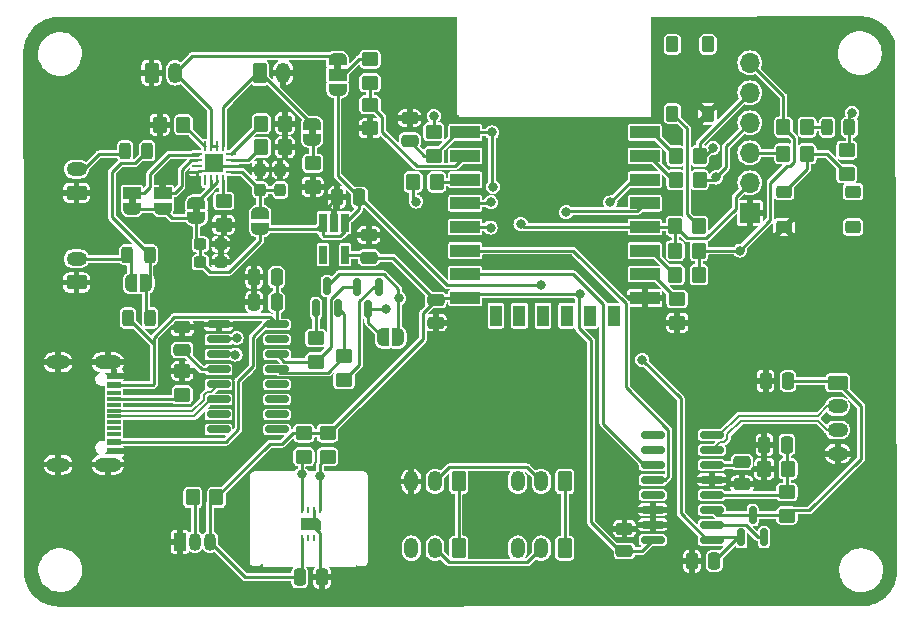
<source format=gbr>
%TF.GenerationSoftware,KiCad,Pcbnew,7.0.1*%
%TF.CreationDate,2023-11-12T23:31:08+01:00*%
%TF.ProjectId,GasWeighter,47617357-6569-4676-9874-65722e6b6963,rev?*%
%TF.SameCoordinates,Original*%
%TF.FileFunction,Copper,L1,Top*%
%TF.FilePolarity,Positive*%
%FSLAX46Y46*%
G04 Gerber Fmt 4.6, Leading zero omitted, Abs format (unit mm)*
G04 Created by KiCad (PCBNEW 7.0.1) date 2023-11-12 23:31:08*
%MOMM*%
%LPD*%
G01*
G04 APERTURE LIST*
G04 Aperture macros list*
%AMRoundRect*
0 Rectangle with rounded corners*
0 $1 Rounding radius*
0 $2 $3 $4 $5 $6 $7 $8 $9 X,Y pos of 4 corners*
0 Add a 4 corners polygon primitive as box body*
4,1,4,$2,$3,$4,$5,$6,$7,$8,$9,$2,$3,0*
0 Add four circle primitives for the rounded corners*
1,1,$1+$1,$2,$3*
1,1,$1+$1,$4,$5*
1,1,$1+$1,$6,$7*
1,1,$1+$1,$8,$9*
0 Add four rect primitives between the rounded corners*
20,1,$1+$1,$2,$3,$4,$5,0*
20,1,$1+$1,$4,$5,$6,$7,0*
20,1,$1+$1,$6,$7,$8,$9,0*
20,1,$1+$1,$8,$9,$2,$3,0*%
%AMFreePoly0*
4,1,19,0.500000,-0.750000,0.000000,-0.750000,0.000000,-0.744911,-0.071157,-0.744911,-0.207708,-0.704816,-0.327430,-0.627875,-0.420627,-0.520320,-0.479746,-0.390866,-0.500000,-0.250000,-0.500000,0.250000,-0.479746,0.390866,-0.420627,0.520320,-0.327430,0.627875,-0.207708,0.704816,-0.071157,0.744911,0.000000,0.744911,0.000000,0.750000,0.500000,0.750000,0.500000,-0.750000,0.500000,-0.750000,
$1*%
%AMFreePoly1*
4,1,19,0.000000,0.744911,0.071157,0.744911,0.207708,0.704816,0.327430,0.627875,0.420627,0.520320,0.479746,0.390866,0.500000,0.250000,0.500000,-0.250000,0.479746,-0.390866,0.420627,-0.520320,0.327430,-0.627875,0.207708,-0.704816,0.071157,-0.744911,0.000000,-0.744911,0.000000,-0.750000,-0.500000,-0.750000,-0.500000,0.750000,0.000000,0.750000,0.000000,0.744911,0.000000,0.744911,
$1*%
%AMFreePoly2*
4,1,19,0.550000,-0.750000,0.000000,-0.750000,0.000000,-0.744911,-0.071157,-0.744911,-0.207708,-0.704816,-0.327430,-0.627875,-0.420627,-0.520320,-0.479746,-0.390866,-0.500000,-0.250000,-0.500000,0.250000,-0.479746,0.390866,-0.420627,0.520320,-0.327430,0.627875,-0.207708,0.704816,-0.071157,0.744911,0.000000,0.744911,0.000000,0.750000,0.550000,0.750000,0.550000,-0.750000,0.550000,-0.750000,
$1*%
%AMFreePoly3*
4,1,19,0.000000,0.744911,0.071157,0.744911,0.207708,0.704816,0.327430,0.627875,0.420627,0.520320,0.479746,0.390866,0.500000,0.250000,0.500000,-0.250000,0.479746,-0.390866,0.420627,-0.520320,0.327430,-0.627875,0.207708,-0.704816,0.071157,-0.744911,0.000000,-0.744911,0.000000,-0.750000,-0.550000,-0.750000,-0.550000,0.750000,0.000000,0.750000,0.000000,0.744911,0.000000,0.744911,
$1*%
%AMFreePoly4*
4,1,6,0.500000,-0.850000,-0.500000,-0.850000,-0.500000,0.550000,-0.200000,0.850000,0.500000,0.850000,0.500000,-0.850000,0.500000,-0.850000,$1*%
G04 Aperture macros list end*
%TA.AperFunction,SMDPad,CuDef*%
%ADD10RoundRect,0.250000X-0.250000X-0.475000X0.250000X-0.475000X0.250000X0.475000X-0.250000X0.475000X0*%
%TD*%
%TA.AperFunction,SMDPad,CuDef*%
%ADD11RoundRect,0.237500X0.237500X-0.300000X0.237500X0.300000X-0.237500X0.300000X-0.237500X-0.300000X0*%
%TD*%
%TA.AperFunction,ComponentPad*%
%ADD12RoundRect,0.250000X-0.350000X-0.625000X0.350000X-0.625000X0.350000X0.625000X-0.350000X0.625000X0*%
%TD*%
%TA.AperFunction,ComponentPad*%
%ADD13O,1.200000X1.750000*%
%TD*%
%TA.AperFunction,SMDPad,CuDef*%
%ADD14FreePoly0,180.000000*%
%TD*%
%TA.AperFunction,SMDPad,CuDef*%
%ADD15FreePoly1,180.000000*%
%TD*%
%TA.AperFunction,SMDPad,CuDef*%
%ADD16RoundRect,0.250000X0.475000X-0.250000X0.475000X0.250000X-0.475000X0.250000X-0.475000X-0.250000X0*%
%TD*%
%TA.AperFunction,SMDPad,CuDef*%
%ADD17RoundRect,0.250000X0.350000X0.450000X-0.350000X0.450000X-0.350000X-0.450000X0.350000X-0.450000X0*%
%TD*%
%TA.AperFunction,SMDPad,CuDef*%
%ADD18RoundRect,0.250000X0.450000X-0.350000X0.450000X0.350000X-0.450000X0.350000X-0.450000X-0.350000X0*%
%TD*%
%TA.AperFunction,ComponentPad*%
%ADD19RoundRect,0.250000X0.350000X0.625000X-0.350000X0.625000X-0.350000X-0.625000X0.350000X-0.625000X0*%
%TD*%
%TA.AperFunction,SMDPad,CuDef*%
%ADD20FreePoly2,270.000000*%
%TD*%
%TA.AperFunction,SMDPad,CuDef*%
%ADD21R,1.500000X1.000000*%
%TD*%
%TA.AperFunction,SMDPad,CuDef*%
%ADD22FreePoly3,270.000000*%
%TD*%
%TA.AperFunction,SMDPad,CuDef*%
%ADD23RoundRect,0.150000X-0.150000X0.587500X-0.150000X-0.587500X0.150000X-0.587500X0.150000X0.587500X0*%
%TD*%
%TA.AperFunction,SMDPad,CuDef*%
%ADD24RoundRect,0.243750X0.243750X0.456250X-0.243750X0.456250X-0.243750X-0.456250X0.243750X-0.456250X0*%
%TD*%
%TA.AperFunction,SMDPad,CuDef*%
%ADD25RoundRect,0.250000X0.250000X0.475000X-0.250000X0.475000X-0.250000X-0.475000X0.250000X-0.475000X0*%
%TD*%
%TA.AperFunction,SMDPad,CuDef*%
%ADD26RoundRect,0.250000X-0.450000X0.350000X-0.450000X-0.350000X0.450000X-0.350000X0.450000X0.350000X0*%
%TD*%
%TA.AperFunction,SMDPad,CuDef*%
%ADD27R,0.250000X0.550000*%
%TD*%
%TA.AperFunction,SMDPad,CuDef*%
%ADD28FreePoly4,270.000000*%
%TD*%
%TA.AperFunction,SMDPad,CuDef*%
%ADD29RoundRect,0.150000X0.850000X0.150000X-0.850000X0.150000X-0.850000X-0.150000X0.850000X-0.150000X0*%
%TD*%
%TA.AperFunction,SMDPad,CuDef*%
%ADD30RoundRect,0.275000X-0.400000X-0.275000X0.400000X-0.275000X0.400000X0.275000X-0.400000X0.275000X0*%
%TD*%
%TA.AperFunction,SMDPad,CuDef*%
%ADD31RoundRect,0.250000X-0.350000X-0.450000X0.350000X-0.450000X0.350000X0.450000X-0.350000X0.450000X0*%
%TD*%
%TA.AperFunction,SMDPad,CuDef*%
%ADD32RoundRect,0.062500X-0.062500X0.375000X-0.062500X-0.375000X0.062500X-0.375000X0.062500X0.375000X0*%
%TD*%
%TA.AperFunction,SMDPad,CuDef*%
%ADD33RoundRect,0.062500X-0.375000X0.062500X-0.375000X-0.062500X0.375000X-0.062500X0.375000X0.062500X0*%
%TD*%
%TA.AperFunction,SMDPad,CuDef*%
%ADD34R,1.600000X1.600000*%
%TD*%
%TA.AperFunction,SMDPad,CuDef*%
%ADD35RoundRect,0.150000X-0.825000X-0.150000X0.825000X-0.150000X0.825000X0.150000X-0.825000X0.150000X0*%
%TD*%
%TA.AperFunction,SMDPad,CuDef*%
%ADD36RoundRect,0.237500X-0.300000X-0.237500X0.300000X-0.237500X0.300000X0.237500X-0.300000X0.237500X0*%
%TD*%
%TA.AperFunction,SMDPad,CuDef*%
%ADD37FreePoly0,90.000000*%
%TD*%
%TA.AperFunction,SMDPad,CuDef*%
%ADD38FreePoly1,90.000000*%
%TD*%
%TA.AperFunction,SMDPad,CuDef*%
%ADD39RoundRect,0.150000X0.150000X-0.587500X0.150000X0.587500X-0.150000X0.587500X-0.150000X-0.587500X0*%
%TD*%
%TA.AperFunction,SMDPad,CuDef*%
%ADD40R,1.160000X0.600000*%
%TD*%
%TA.AperFunction,SMDPad,CuDef*%
%ADD41R,1.160000X0.300000*%
%TD*%
%TA.AperFunction,ComponentPad*%
%ADD42O,2.300000X1.200000*%
%TD*%
%TA.AperFunction,ComponentPad*%
%ADD43O,2.000000X1.200000*%
%TD*%
%TA.AperFunction,SMDPad,CuDef*%
%ADD44R,0.650000X1.560000*%
%TD*%
%TA.AperFunction,ComponentPad*%
%ADD45R,1.700000X1.700000*%
%TD*%
%TA.AperFunction,ComponentPad*%
%ADD46O,1.700000X1.700000*%
%TD*%
%TA.AperFunction,ComponentPad*%
%ADD47R,1.050000X1.500000*%
%TD*%
%TA.AperFunction,ComponentPad*%
%ADD48O,1.050000X1.500000*%
%TD*%
%TA.AperFunction,ComponentPad*%
%ADD49RoundRect,0.250000X0.625000X-0.350000X0.625000X0.350000X-0.625000X0.350000X-0.625000X-0.350000X0*%
%TD*%
%TA.AperFunction,ComponentPad*%
%ADD50O,1.750000X1.200000*%
%TD*%
%TA.AperFunction,SMDPad,CuDef*%
%ADD51FreePoly0,270.000000*%
%TD*%
%TA.AperFunction,SMDPad,CuDef*%
%ADD52FreePoly1,270.000000*%
%TD*%
%TA.AperFunction,SMDPad,CuDef*%
%ADD53R,2.500000X1.000000*%
%TD*%
%TA.AperFunction,SMDPad,CuDef*%
%ADD54R,1.000000X1.800000*%
%TD*%
%TA.AperFunction,SMDPad,CuDef*%
%ADD55RoundRect,0.250000X-0.475000X0.250000X-0.475000X-0.250000X0.475000X-0.250000X0.475000X0.250000X0*%
%TD*%
%TA.AperFunction,ComponentPad*%
%ADD56RoundRect,0.250000X-0.625000X0.350000X-0.625000X-0.350000X0.625000X-0.350000X0.625000X0.350000X0*%
%TD*%
%TA.AperFunction,SMDPad,CuDef*%
%ADD57FreePoly2,90.000000*%
%TD*%
%TA.AperFunction,SMDPad,CuDef*%
%ADD58FreePoly3,90.000000*%
%TD*%
%TA.AperFunction,SMDPad,CuDef*%
%ADD59RoundRect,0.275000X0.275000X-0.400000X0.275000X0.400000X-0.275000X0.400000X-0.275000X-0.400000X0*%
%TD*%
%TA.AperFunction,ViaPad*%
%ADD60C,0.500000*%
%TD*%
%TA.AperFunction,ViaPad*%
%ADD61C,0.800000*%
%TD*%
%TA.AperFunction,Conductor*%
%ADD62C,0.250000*%
%TD*%
%TA.AperFunction,Conductor*%
%ADD63C,0.200000*%
%TD*%
G04 APERTURE END LIST*
%TA.AperFunction,EtchedComponent*%
%TO.C,JP2*%
G36*
X130050000Y-71850000D02*
G01*
X129450000Y-71850000D01*
X129450000Y-71350000D01*
X130050000Y-71350000D01*
X130050000Y-71850000D01*
G37*
%TD.AperFunction*%
%TA.AperFunction,EtchedComponent*%
%TO.C,JP3*%
G36*
X115250000Y-81900000D02*
G01*
X114650000Y-81900000D01*
X114650000Y-81400000D01*
X115250000Y-81400000D01*
X115250000Y-81900000D01*
G37*
%TD.AperFunction*%
%TA.AperFunction,EtchedComponent*%
%TO.C,JP7*%
G36*
X118100000Y-84000000D02*
G01*
X117500000Y-84000000D01*
X117500000Y-83500000D01*
X118100000Y-83500000D01*
X118100000Y-84000000D01*
G37*
%TD.AperFunction*%
%TA.AperFunction,EtchedComponent*%
%TO.C,JP8*%
G36*
X127900000Y-77350000D02*
G01*
X127300000Y-77350000D01*
X127300000Y-76850000D01*
X127900000Y-76850000D01*
X127900000Y-77350000D01*
G37*
%TD.AperFunction*%
%TA.AperFunction,EtchedComponent*%
%TO.C,JP4*%
G36*
X112650000Y-83200000D02*
G01*
X112050000Y-83200000D01*
X112050000Y-82700000D01*
X112650000Y-82700000D01*
X112650000Y-83200000D01*
G37*
%TD.AperFunction*%
%TD*%
D10*
%TO.P,C13,1*%
%TO.N,GND*%
X165992500Y-98187500D03*
%TO.P,C13,2*%
%TO.N,/E+*%
X167892500Y-98187500D03*
%TD*%
D11*
%TO.P,C8,1*%
%TO.N,Net-(D2-K)*%
X123200000Y-82012500D03*
%TO.P,C8,2*%
%TO.N,GND*%
X123200000Y-80287500D03*
%TD*%
D12*
%TO.P,J12,1,Pin_1*%
%TO.N,Net-(J12-Pin_1)*%
X123150000Y-72100000D03*
D13*
%TO.P,J12,2,Pin_2*%
%TO.N,GND*%
X125150000Y-72100000D03*
%TD*%
D14*
%TO.P,JP5,1,A*%
%TO.N,Net-(D2-K)*%
X113550000Y-89900000D03*
D15*
%TO.P,JP5,2,B*%
%TO.N,VAA*%
X112250000Y-89900000D03*
%TD*%
D16*
%TO.P,C2,1*%
%TO.N,/MCU/nRST*%
X135850000Y-77850000D03*
%TO.P,C2,2*%
%TO.N,GND*%
X135850000Y-75950000D03*
%TD*%
D17*
%TO.P,R6,1*%
%TO.N,Net-(R6-Pad1)*%
X160350000Y-85100000D03*
%TO.P,R6,2*%
%TO.N,/MCU/GPIO0*%
X158350000Y-85100000D03*
%TD*%
D18*
%TO.P,R16,1*%
%TO.N,Net-(R16-Pad1)*%
X172850000Y-80650000D03*
%TO.P,R16,2*%
%TO.N,/MCU/GPIO16*%
X172850000Y-78650000D03*
%TD*%
D19*
%TO.P,J9,1,Pin_1*%
%TO.N,Net-(J7-Pin_1)*%
X149000000Y-112350000D03*
D13*
%TO.P,J9,2,Pin_2*%
%TO.N,Net-(J8-Pin_2)*%
X147000000Y-112350000D03*
%TO.P,J9,3,Pin_3*%
%TO.N,/E+*%
X145000000Y-112350000D03*
%TD*%
D20*
%TO.P,JP2,1,A*%
%TO.N,VBatt*%
X129750000Y-70950000D03*
D21*
%TO.P,JP2,2,C*%
%TO.N,Net-(JP2-C)*%
X129750000Y-72250000D03*
D22*
%TO.P,JP2,3,B*%
%TO.N,VCC*%
X129750000Y-73550000D03*
%TD*%
D20*
%TO.P,JP3,1,A*%
%TO.N,GND*%
X114950000Y-81000000D03*
D21*
%TO.P,JP3,2,C*%
%TO.N,/Power/EN1*%
X114950000Y-82300000D03*
D22*
%TO.P,JP3,3,B*%
%TO.N,VCC*%
X114950000Y-83600000D03*
%TD*%
D17*
%TO.P,R21,1*%
%TO.N,GND*%
X125300000Y-78400000D03*
%TO.P,R21,2*%
%TO.N,Net-(U6-ITERM)*%
X123300000Y-78400000D03*
%TD*%
D23*
%TO.P,Q1,1,B*%
%TO.N,Net-(Q1-B)*%
X133300000Y-90212500D03*
%TO.P,Q1,2,E*%
%TO.N,Net-(Q1-E)*%
X131400000Y-90212500D03*
%TO.P,Q1,3,C*%
%TO.N,/MCU/nRST*%
X132350000Y-92087500D03*
%TD*%
D24*
%TO.P,D1,1,K*%
%TO.N,/MCU/GPIO16*%
X173087500Y-76700000D03*
%TO.P,D1,2,A*%
%TO.N,Net-(D1-A)*%
X171212500Y-76700000D03*
%TD*%
D25*
%TO.P,C9,1*%
%TO.N,VCC*%
X131600000Y-82650000D03*
%TO.P,C9,2*%
%TO.N,GND*%
X129700000Y-82650000D03*
%TD*%
D26*
%TO.P,R5,1*%
%TO.N,+3.3V*%
X137900000Y-77100000D03*
%TO.P,R5,2*%
%TO.N,/MCU/nRST*%
X137900000Y-79100000D03*
%TD*%
D27*
%TO.P,U4,1,SDA*%
%TO.N,/MCU/SDA*%
X128250000Y-109150000D03*
%TO.P,U4,2,ADDR*%
%TO.N,GND*%
X127750000Y-109150000D03*
%TO.P,U4,3,ALERT*%
%TO.N,unconnected-(U4-ALERT-Pad3)*%
X127250000Y-109150000D03*
%TO.P,U4,4,SCL*%
%TO.N,/MCU/SCL*%
X126750000Y-109150000D03*
%TO.P,U4,5,VDD*%
%TO.N,+3.3V*%
X126750000Y-111500000D03*
%TO.P,U4,6,~{RESET}*%
%TO.N,unconnected-(U4-~{RESET}-Pad6)*%
X127250000Y-111500000D03*
%TO.P,U4,7,R*%
%TO.N,unconnected-(U4-R-Pad7)*%
X127750000Y-111500000D03*
%TO.P,U4,8,VSS*%
%TO.N,GND*%
X128250000Y-111500000D03*
D28*
%TO.P,U4,9,VSS*%
X127500000Y-110325000D03*
%TD*%
D19*
%TO.P,J7,1,Pin_1*%
%TO.N,Net-(J7-Pin_1)*%
X149000000Y-106700000D03*
D13*
%TO.P,J7,2,Pin_2*%
%TO.N,Net-(J6-Pin_2)*%
X147000000Y-106700000D03*
%TO.P,J7,3,Pin_3*%
%TO.N,/A-*%
X145000000Y-106700000D03*
%TD*%
D18*
%TO.P,R13,1*%
%TO.N,/MCU/SDA*%
X128900000Y-104600000D03*
%TO.P,R13,2*%
%TO.N,+3.3V*%
X128900000Y-102600000D03*
%TD*%
D29*
%TO.P,U7,1,VSUP*%
%TO.N,VCC*%
X161442500Y-111632500D03*
%TO.P,U7,2,BASE*%
%TO.N,Net-(Q3-B)*%
X161442500Y-110362500D03*
%TO.P,U7,3,AVDD*%
%TO.N,/E+*%
X161442500Y-109092500D03*
%TO.P,U7,4,VFB*%
%TO.N,Net-(U7-VFB)*%
X161442500Y-107822500D03*
%TO.P,U7,5,AGND*%
%TO.N,GND*%
X161442500Y-106552500D03*
%TO.P,U7,6,VBG*%
%TO.N,Net-(U7-VBG)*%
X161442500Y-105282500D03*
%TO.P,U7,7,INA-*%
%TO.N,/A-*%
X161442500Y-104012500D03*
%TO.P,U7,8,INA+*%
%TO.N,/A+*%
X161442500Y-102742500D03*
%TO.P,U7,9,INB-*%
%TO.N,unconnected-(U7-INB--Pad9)*%
X156442500Y-102742500D03*
%TO.P,U7,10,INB+*%
%TO.N,unconnected-(U7-INB+-Pad10)*%
X156442500Y-104012500D03*
%TO.P,U7,11,PD_SCK*%
%TO.N,/MCU/SCK*%
X156442500Y-105282500D03*
%TO.P,U7,12,DOUT*%
%TO.N,/MCU/DOUT*%
X156442500Y-106552500D03*
%TO.P,U7,13,XO*%
%TO.N,unconnected-(U7-XO-Pad13)*%
X156442500Y-107822500D03*
%TO.P,U7,14,XI*%
%TO.N,GND*%
X156442500Y-109092500D03*
%TO.P,U7,15,RATE*%
X156442500Y-110362500D03*
%TO.P,U7,16,DVDD*%
%TO.N,+3.3V*%
X156442500Y-111632500D03*
%TD*%
D24*
%TO.P,D4,1,K*%
%TO.N,Net-(D2-K)*%
X113837500Y-87500000D03*
%TO.P,D4,2,A*%
%TO.N,VAA*%
X111962500Y-87500000D03*
%TD*%
D26*
%TO.P,R18,1*%
%TO.N,/MCU/VBATT*%
X132500000Y-74800000D03*
%TO.P,R18,2*%
%TO.N,GND*%
X132500000Y-76800000D03*
%TD*%
D30*
%TO.P,SW2,1,1*%
%TO.N,Net-(R16-Pad1)*%
X167550000Y-82150000D03*
%TO.P,SW2,2*%
%TO.N,N/C*%
X173400000Y-82150000D03*
%TO.P,SW2,3,2*%
%TO.N,GND*%
X167550000Y-85150000D03*
%TO.P,SW2,4*%
%TO.N,N/C*%
X173400000Y-85150000D03*
%TD*%
D31*
%TO.P,R4,1*%
%TO.N,+3.3V*%
X136150000Y-81350000D03*
%TO.P,R4,2*%
%TO.N,/MCU/EN*%
X138150000Y-81350000D03*
%TD*%
D25*
%TO.P,C4,1*%
%TO.N,VBUS*%
X124600000Y-91500000D03*
%TO.P,C4,2*%
%TO.N,GND*%
X122700000Y-91500000D03*
%TD*%
D16*
%TO.P,C10,1*%
%TO.N,+3.3V*%
X132400000Y-87750000D03*
%TO.P,C10,2*%
%TO.N,GND*%
X132400000Y-85850000D03*
%TD*%
D31*
%TO.P,R10,1*%
%TO.N,/MCU/1-Wire*%
X117500000Y-108050000D03*
%TO.P,R10,2*%
%TO.N,+3.3V*%
X119500000Y-108050000D03*
%TD*%
D14*
%TO.P,JP1,1,A*%
%TO.N,/MCU/GPIO0*%
X134900000Y-94500000D03*
D15*
%TO.P,JP1,2,B*%
%TO.N,/MCU/nRST*%
X133600000Y-94500000D03*
%TD*%
D32*
%TO.P,U6,1,TS*%
%TO.N,Net-(J12-Pin_1)*%
X120050000Y-78312500D03*
%TO.P,U6,2,BAT*%
%TO.N,VBatt*%
X119550000Y-78312500D03*
%TO.P,U6,3,BAT*%
X119050000Y-78312500D03*
%TO.P,U6,4,~{CE}*%
%TO.N,Net-(U6-~{CE})*%
X118550000Y-78312500D03*
D33*
%TO.P,U6,5,EN2*%
%TO.N,/Power/EN2*%
X117862500Y-79000000D03*
%TO.P,U6,6,EN1*%
%TO.N,/Power/EN1*%
X117862500Y-79500000D03*
%TO.P,U6,7,~{PGOOD}*%
%TO.N,unconnected-(U6-~{PGOOD}-Pad7)*%
X117862500Y-80000000D03*
%TO.P,U6,8,VSS*%
%TO.N,GND*%
X117862500Y-80500000D03*
D32*
%TO.P,U6,9,~{CHG}*%
%TO.N,unconnected-(U6-~{CHG}-Pad9)*%
X118550000Y-81187500D03*
%TO.P,U6,10,OUT*%
%TO.N,Net-(JP7-A)*%
X119050000Y-81187500D03*
%TO.P,U6,11,OUT*%
X119550000Y-81187500D03*
%TO.P,U6,12,ILIM*%
%TO.N,Net-(U6-ILIM)*%
X120050000Y-81187500D03*
D33*
%TO.P,U6,13,IN*%
%TO.N,Net-(D2-K)*%
X120737500Y-80500000D03*
%TO.P,U6,14,TMR*%
%TO.N,GND*%
X120737500Y-80000000D03*
%TO.P,U6,15,ITERM*%
%TO.N,Net-(U6-ITERM)*%
X120737500Y-79500000D03*
%TO.P,U6,16,ISET*%
%TO.N,Net-(U6-ISET)*%
X120737500Y-79000000D03*
D34*
%TO.P,U6,17,VSS*%
%TO.N,GND*%
X119300000Y-79750000D03*
%TD*%
D26*
%TO.P,R20,1*%
%TO.N,Net-(U6-ILIM)*%
X120100000Y-82950000D03*
%TO.P,R20,2*%
%TO.N,GND*%
X120100000Y-84950000D03*
%TD*%
D16*
%TO.P,C1,1*%
%TO.N,Net-(U1-V3)*%
X116600000Y-95550000D03*
%TO.P,C1,2*%
%TO.N,GND*%
X116600000Y-93650000D03*
%TD*%
D35*
%TO.P,U1,1,GND*%
%TO.N,GND*%
X119675000Y-93405000D03*
%TO.P,U1,2,TXD*%
%TO.N,/MCU/TX*%
X119675000Y-94675000D03*
%TO.P,U1,3,RXD*%
%TO.N,/MCU/RX*%
X119675000Y-95945000D03*
%TO.P,U1,4,V3*%
%TO.N,Net-(U1-V3)*%
X119675000Y-97215000D03*
%TO.P,U1,5,UD+*%
%TO.N,/D-*%
X119675000Y-98485000D03*
%TO.P,U1,6,UD-*%
%TO.N,/D+*%
X119675000Y-99755000D03*
%TO.P,U1,7,NC*%
%TO.N,unconnected-(U1-NC-Pad7)*%
X119675000Y-101025000D03*
%TO.P,U1,8,NC*%
%TO.N,unconnected-(U1-NC-Pad8)*%
X119675000Y-102295000D03*
%TO.P,U1,9,~{CTS}*%
%TO.N,unconnected-(U1-~{CTS}-Pad9)*%
X124625000Y-102295000D03*
%TO.P,U1,10,~{DSR}*%
%TO.N,unconnected-(U1-~{DSR}-Pad10)*%
X124625000Y-101025000D03*
%TO.P,U1,11,~{RI}*%
%TO.N,unconnected-(U1-~{RI}-Pad11)*%
X124625000Y-99755000D03*
%TO.P,U1,12,~{DCD}*%
%TO.N,unconnected-(U1-~{DCD}-Pad12)*%
X124625000Y-98485000D03*
%TO.P,U1,13,~{DTR}*%
%TO.N,Net-(Q2-E)*%
X124625000Y-97215000D03*
%TO.P,U1,14,~{RTS}*%
%TO.N,Net-(Q1-E)*%
X124625000Y-95945000D03*
%TO.P,U1,15,R232*%
%TO.N,unconnected-(U1-R232-Pad15)*%
X124625000Y-94675000D03*
%TO.P,U1,16,VCC*%
%TO.N,VBUS*%
X124625000Y-93405000D03*
%TD*%
D36*
%TO.P,C12,1*%
%TO.N,VCC*%
X118137500Y-88150000D03*
%TO.P,C12,2*%
%TO.N,GND*%
X119862500Y-88150000D03*
%TD*%
D37*
%TO.P,JP6,1,A*%
%TO.N,VCC*%
X123200000Y-85300000D03*
D38*
%TO.P,JP6,2,B*%
%TO.N,Net-(D2-K)*%
X123200000Y-84000000D03*
%TD*%
D39*
%TO.P,Q2,1,B*%
%TO.N,Net-(Q2-B)*%
X127900000Y-92025000D03*
%TO.P,Q2,2,E*%
%TO.N,Net-(Q2-E)*%
X129800000Y-92025000D03*
%TO.P,Q2,3,C*%
%TO.N,/MCU/GPIO0*%
X128850000Y-90150000D03*
%TD*%
D36*
%TO.P,C11,1*%
%TO.N,VCC*%
X118137500Y-86600000D03*
%TO.P,C11,2*%
%TO.N,GND*%
X119862500Y-86600000D03*
%TD*%
D40*
%TO.P,P1,A1,GND*%
%TO.N,GND*%
X110810000Y-97740000D03*
%TO.P,P1,A4,VBUS*%
%TO.N,VBUS*%
X110810000Y-98540000D03*
D41*
%TO.P,P1,A5,CC*%
%TO.N,Net-(P1-CC)*%
X110810000Y-99690000D03*
%TO.P,P1,A6,D+*%
%TO.N,/D-*%
X110810000Y-100690000D03*
%TO.P,P1,A7,D-*%
%TO.N,/D+*%
X110810000Y-101190000D03*
%TO.P,P1,A8*%
%TO.N,N/C*%
X110810000Y-102190000D03*
D40*
%TO.P,P1,A9,VBUS*%
%TO.N,VBUS*%
X110810000Y-103340000D03*
%TO.P,P1,A12,GND*%
%TO.N,GND*%
X110810000Y-104140000D03*
%TO.P,P1,B1,GND*%
X110810000Y-104140000D03*
%TO.P,P1,B4,VBUS*%
%TO.N,VBUS*%
X110810000Y-103340000D03*
D41*
%TO.P,P1,B5,VCONN*%
%TO.N,unconnected-(P1-VCONN-PadB5)*%
X110810000Y-102690000D03*
%TO.P,P1,B6*%
%TO.N,N/C*%
X110810000Y-101690000D03*
%TO.P,P1,B7*%
X110810000Y-100190000D03*
%TO.P,P1,B8*%
X110810000Y-99190000D03*
D40*
%TO.P,P1,B9,VBUS*%
%TO.N,VBUS*%
X110810000Y-98540000D03*
%TO.P,P1,B12,GND*%
%TO.N,GND*%
X110810000Y-97740000D03*
D42*
%TO.P,P1,S1,SHIELD*%
X110290000Y-96615000D03*
D43*
X106090000Y-96615000D03*
D42*
X110290000Y-105265000D03*
D43*
X106090000Y-105265000D03*
%TD*%
D31*
%TO.P,R11,1*%
%TO.N,Net-(U3-GPIO1{slash}TXD)*%
X158400000Y-79150000D03*
%TO.P,R11,2*%
%TO.N,/MCU/RX*%
X160400000Y-79150000D03*
%TD*%
%TO.P,R22,1*%
%TO.N,GND*%
X114700000Y-76500000D03*
%TO.P,R22,2*%
%TO.N,Net-(U6-~{CE})*%
X116700000Y-76500000D03*
%TD*%
D24*
%TO.P,D3,1,K*%
%TO.N,Net-(D2-K)*%
X113637500Y-78700000D03*
%TO.P,D3,2,A*%
%TO.N,VDC*%
X111762500Y-78700000D03*
%TD*%
D44*
%TO.P,U5,1,IN*%
%TO.N,VCC*%
X130400000Y-84800000D03*
%TO.P,U5,2,GND*%
%TO.N,GND*%
X129450000Y-84800000D03*
%TO.P,U5,3,EN*%
%TO.N,VCC*%
X128500000Y-84800000D03*
%TO.P,U5,4*%
%TO.N,N/C*%
X128500000Y-87500000D03*
%TO.P,U5,5,OUT*%
%TO.N,+3.3V*%
X130400000Y-87500000D03*
%TD*%
D31*
%TO.P,R26,1*%
%TO.N,GND*%
X165892500Y-105637500D03*
%TO.P,R26,2*%
%TO.N,Net-(U7-VFB)*%
X167892500Y-105637500D03*
%TD*%
D10*
%TO.P,C6,1*%
%TO.N,+3.3V*%
X126550000Y-114800000D03*
%TO.P,C6,2*%
%TO.N,GND*%
X128450000Y-114800000D03*
%TD*%
D18*
%TO.P,R1,1*%
%TO.N,Net-(P1-CC)*%
X116600000Y-99350000D03*
%TO.P,R1,2*%
%TO.N,GND*%
X116600000Y-97350000D03*
%TD*%
%TO.P,R7,1*%
%TO.N,GND*%
X158500000Y-93250000D03*
%TO.P,R7,2*%
%TO.N,/MCU/GPIO15*%
X158500000Y-91250000D03*
%TD*%
D45*
%TO.P,J11,1,Pin_1*%
%TO.N,GND*%
X164650000Y-83950000D03*
D46*
%TO.P,J11,2,Pin_2*%
%TO.N,/MCU/GPIO0*%
X164650000Y-81410000D03*
%TO.P,J11,3,Pin_3*%
%TO.N,/MCU/nRST*%
X164650000Y-78870000D03*
%TO.P,J11,4,Pin_4*%
%TO.N,/MCU/TX*%
X164650000Y-76330000D03*
%TO.P,J11,5,Pin_5*%
%TO.N,/MCU/RX*%
X164650000Y-73790000D03*
%TO.P,J11,6,Pin_6*%
%TO.N,+3.3V*%
X164650000Y-71250000D03*
%TD*%
D24*
%TO.P,D2,1,K*%
%TO.N,Net-(D2-K)*%
X113887500Y-92850000D03*
%TO.P,D2,2,A*%
%TO.N,VBUS*%
X112012500Y-92850000D03*
%TD*%
D47*
%TO.P,U2,1,GND*%
%TO.N,GND*%
X116400000Y-111800000D03*
D48*
%TO.P,U2,2,DQ*%
%TO.N,/MCU/1-Wire*%
X117670000Y-111800000D03*
%TO.P,U2,3,V_{DD}*%
%TO.N,+3.3V*%
X118940000Y-111800000D03*
%TD*%
D17*
%TO.P,R2,1*%
%TO.N,+3.3V*%
X160350000Y-87150000D03*
%TO.P,R2,2*%
%TO.N,/MCU/GPIO0*%
X158350000Y-87150000D03*
%TD*%
D39*
%TO.P,Q3,1,E*%
%TO.N,VCC*%
X163942500Y-111425000D03*
%TO.P,Q3,2,B*%
%TO.N,Net-(Q3-B)*%
X165842500Y-111425000D03*
%TO.P,Q3,3,C*%
%TO.N,/E+*%
X164892500Y-109550000D03*
%TD*%
D18*
%TO.P,R14,1*%
%TO.N,/MCU/SCL*%
X126900000Y-104600000D03*
%TO.P,R14,2*%
%TO.N,+3.3V*%
X126900000Y-102600000D03*
%TD*%
D19*
%TO.P,J6,1,Pin_1*%
%TO.N,Net-(J6-Pin_1)*%
X140000000Y-106700000D03*
D13*
%TO.P,J6,2,Pin_2*%
%TO.N,Net-(J6-Pin_2)*%
X138000000Y-106700000D03*
%TO.P,J6,3,Pin_3*%
%TO.N,GND*%
X136000000Y-106700000D03*
%TD*%
D49*
%TO.P,J2,1,Pin_1*%
%TO.N,GND*%
X107650000Y-82250000D03*
D50*
%TO.P,J2,2,Pin_2*%
%TO.N,VDC*%
X107650000Y-80250000D03*
%TD*%
D12*
%TO.P,J1,1,Pin_1*%
%TO.N,GND*%
X114000000Y-72100000D03*
D13*
%TO.P,J1,2,Pin_2*%
%TO.N,VBatt*%
X116000000Y-72100000D03*
%TD*%
D25*
%TO.P,C3,1*%
%TO.N,VBUS*%
X124600000Y-89400000D03*
%TO.P,C3,2*%
%TO.N,GND*%
X122700000Y-89400000D03*
%TD*%
D26*
%TO.P,R17,1*%
%TO.N,Net-(JP2-C)*%
X132500000Y-70950000D03*
%TO.P,R17,2*%
%TO.N,/MCU/VBATT*%
X132500000Y-72950000D03*
%TD*%
D51*
%TO.P,JP7,1,A*%
%TO.N,Net-(JP7-A)*%
X117800000Y-83100000D03*
D52*
%TO.P,JP7,2,B*%
%TO.N,VCC*%
X117800000Y-84400000D03*
%TD*%
D26*
%TO.P,R24,1*%
%TO.N,Net-(JP8-A)*%
X127650000Y-79750000D03*
%TO.P,R24,2*%
%TO.N,GND*%
X127650000Y-81750000D03*
%TD*%
%TO.P,R9,1*%
%TO.N,Net-(Q2-B)*%
X127900000Y-94550000D03*
%TO.P,R9,2*%
%TO.N,Net-(Q1-E)*%
X127900000Y-96550000D03*
%TD*%
D17*
%TO.P,R15,1*%
%TO.N,Net-(D1-A)*%
X169500000Y-76700000D03*
%TO.P,R15,2*%
%TO.N,+3.3V*%
X167500000Y-76700000D03*
%TD*%
D31*
%TO.P,R12,1*%
%TO.N,Net-(U3-GPIO3{slash}RXD)*%
X158400000Y-81150000D03*
%TO.P,R12,2*%
%TO.N,/MCU/TX*%
X160400000Y-81150000D03*
%TD*%
D10*
%TO.P,C16,1*%
%TO.N,GND*%
X159742500Y-113437500D03*
%TO.P,C16,2*%
%TO.N,VCC*%
X161642500Y-113437500D03*
%TD*%
D17*
%TO.P,R3,1*%
%TO.N,+3.3V*%
X160350000Y-89200000D03*
%TO.P,R3,2*%
%TO.N,/MCU/GPIO2*%
X158350000Y-89200000D03*
%TD*%
D53*
%TO.P,U3,1,~{RST}*%
%TO.N,/MCU/nRST*%
X140550000Y-77150000D03*
%TO.P,U3,2,ADC*%
%TO.N,/MCU/VBATT*%
X140550000Y-79150000D03*
%TO.P,U3,3,EN*%
%TO.N,/MCU/EN*%
X140550000Y-81150000D03*
%TO.P,U3,4,GPIO16*%
%TO.N,/MCU/GPIO16*%
X140550000Y-83150000D03*
%TO.P,U3,5,GPIO14*%
%TO.N,/MCU/1-Wire*%
X140550000Y-85150000D03*
%TO.P,U3,6,GPIO12*%
%TO.N,/MCU/DOUT*%
X140550000Y-87150000D03*
%TO.P,U3,7,GPIO13*%
%TO.N,/MCU/SCK*%
X140550000Y-89150000D03*
%TO.P,U3,8,VCC*%
%TO.N,+3.3V*%
X140550000Y-91150000D03*
D54*
%TO.P,U3,9,CS0*%
%TO.N,unconnected-(U3-CS0-Pad9)*%
X143150000Y-92650000D03*
%TO.P,U3,10,MISO*%
%TO.N,unconnected-(U3-MISO-Pad10)*%
X145150000Y-92650000D03*
%TO.P,U3,11,GPIO9*%
%TO.N,unconnected-(U3-GPIO9-Pad11)*%
X147150000Y-92650000D03*
%TO.P,U3,12,GPIO10*%
%TO.N,unconnected-(U3-GPIO10-Pad12)*%
X149150000Y-92650000D03*
%TO.P,U3,13,MOSI*%
%TO.N,unconnected-(U3-MOSI-Pad13)*%
X151150000Y-92650000D03*
%TO.P,U3,14,SCLK*%
%TO.N,unconnected-(U3-SCLK-Pad14)*%
X153150000Y-92650000D03*
D53*
%TO.P,U3,15,GND*%
%TO.N,GND*%
X155750000Y-91150000D03*
%TO.P,U3,16,GPIO15*%
%TO.N,/MCU/GPIO15*%
X155750000Y-89150000D03*
%TO.P,U3,17,GPIO2*%
%TO.N,/MCU/GPIO2*%
X155750000Y-87150000D03*
%TO.P,U3,18,GPIO0*%
%TO.N,/MCU/GPIO0*%
X155750000Y-85150000D03*
%TO.P,U3,19,GPIO4*%
%TO.N,/MCU/SCL*%
X155750000Y-83150000D03*
%TO.P,U3,20,GPIO5*%
%TO.N,/MCU/SDA*%
X155750000Y-81150000D03*
%TO.P,U3,21,GPIO3/RXD*%
%TO.N,Net-(U3-GPIO3{slash}RXD)*%
X155750000Y-79150000D03*
%TO.P,U3,22,GPIO1/TXD*%
%TO.N,Net-(U3-GPIO1{slash}TXD)*%
X155750000Y-77150000D03*
%TD*%
D16*
%TO.P,C5,1*%
%TO.N,GND*%
X138050000Y-93250000D03*
%TO.P,C5,2*%
%TO.N,+3.3V*%
X138050000Y-91350000D03*
%TD*%
D11*
%TO.P,C7,1*%
%TO.N,Net-(D2-K)*%
X124900000Y-82012500D03*
%TO.P,C7,2*%
%TO.N,GND*%
X124900000Y-80287500D03*
%TD*%
D55*
%TO.P,C15,1*%
%TO.N,Net-(U7-VBG)*%
X163992500Y-105037500D03*
%TO.P,C15,2*%
%TO.N,GND*%
X163992500Y-106937500D03*
%TD*%
D16*
%TO.P,C17,1*%
%TO.N,+3.3V*%
X154042500Y-112587500D03*
%TO.P,C17,2*%
%TO.N,GND*%
X154042500Y-110687500D03*
%TD*%
D26*
%TO.P,R25,1*%
%TO.N,Net-(U7-VFB)*%
X167792500Y-107587500D03*
%TO.P,R25,2*%
%TO.N,/E+*%
X167792500Y-109587500D03*
%TD*%
D37*
%TO.P,JP8,1,A*%
%TO.N,Net-(JP8-A)*%
X127600000Y-77750000D03*
D38*
%TO.P,JP8,2,B*%
%TO.N,Net-(J12-Pin_1)*%
X127600000Y-76450000D03*
%TD*%
D18*
%TO.P,R8,1*%
%TO.N,Net-(Q1-B)*%
X130300000Y-98100000D03*
%TO.P,R8,2*%
%TO.N,Net-(Q2-E)*%
X130300000Y-96100000D03*
%TD*%
D56*
%TO.P,J10,1,Pin_1*%
%TO.N,/E+*%
X172092500Y-98337500D03*
D50*
%TO.P,J10,2,Pin_2*%
%TO.N,/A+*%
X172092500Y-100337500D03*
%TO.P,J10,3,Pin_3*%
%TO.N,/A-*%
X172092500Y-102337500D03*
%TO.P,J10,4,Pin_4*%
%TO.N,GND*%
X172092500Y-104337500D03*
%TD*%
D57*
%TO.P,JP4,1,A*%
%TO.N,VCC*%
X112350000Y-83600000D03*
D21*
%TO.P,JP4,2,C*%
%TO.N,/Power/EN2*%
X112350000Y-82300000D03*
D58*
%TO.P,JP4,3,B*%
%TO.N,GND*%
X112350000Y-81000000D03*
%TD*%
D31*
%TO.P,R23,1*%
%TO.N,Net-(U6-ISET)*%
X123300000Y-76400000D03*
%TO.P,R23,2*%
%TO.N,GND*%
X125300000Y-76400000D03*
%TD*%
D49*
%TO.P,J3,1,Pin_1*%
%TO.N,GND*%
X107650000Y-89850000D03*
D50*
%TO.P,J3,2,Pin_2*%
%TO.N,VAA*%
X107650000Y-87850000D03*
%TD*%
D17*
%TO.P,R19,1*%
%TO.N,Net-(R16-Pad1)*%
X169500000Y-78950000D03*
%TO.P,R19,2*%
%TO.N,/MCU/nRST*%
X167500000Y-78950000D03*
%TD*%
D25*
%TO.P,C14,1*%
%TO.N,Net-(U7-VFB)*%
X167792500Y-103587500D03*
%TO.P,C14,2*%
%TO.N,GND*%
X165892500Y-103587500D03*
%TD*%
D59*
%TO.P,SW1,1,1*%
%TO.N,Net-(R6-Pad1)*%
X158100000Y-75550000D03*
%TO.P,SW1,2*%
%TO.N,N/C*%
X158100000Y-69700000D03*
%TO.P,SW1,3,2*%
%TO.N,GND*%
X161100000Y-75550000D03*
%TO.P,SW1,4*%
%TO.N,N/C*%
X161100000Y-69700000D03*
%TD*%
D19*
%TO.P,J8,1,Pin_1*%
%TO.N,Net-(J6-Pin_1)*%
X140000000Y-112350000D03*
D13*
%TO.P,J8,2,Pin_2*%
%TO.N,Net-(J8-Pin_2)*%
X138000000Y-112350000D03*
%TO.P,J8,3,Pin_3*%
%TO.N,/A+*%
X136000000Y-112350000D03*
%TD*%
D60*
%TO.N,GND*%
X157500000Y-100000000D03*
D61*
X118050000Y-95300000D03*
X115800000Y-79850000D03*
D60*
X172500000Y-95000000D03*
X175000000Y-107500000D03*
D61*
X116600000Y-93650000D03*
D60*
X167500000Y-112500000D03*
X172500000Y-110000000D03*
X165000000Y-92500000D03*
D61*
X170400000Y-104425000D03*
D60*
X172500000Y-92500000D03*
D61*
X115750000Y-77950000D03*
X164300000Y-99900000D03*
X112350000Y-104150000D03*
D60*
X175000000Y-95000000D03*
D61*
X119300000Y-79750000D03*
D60*
X167500000Y-95000000D03*
D61*
X112400000Y-80950000D03*
D60*
X175000000Y-92500000D03*
X160000000Y-95000000D03*
D61*
X115100000Y-95600000D03*
D60*
X170000000Y-92500000D03*
X170000000Y-110000000D03*
X165000000Y-95000000D03*
D61*
X117600000Y-81500000D03*
D60*
X170000000Y-95000000D03*
X167500000Y-92500000D03*
D61*
X121600000Y-85700000D03*
D60*
X172500000Y-107500000D03*
D61*
X121750000Y-82250000D03*
D60*
X162500000Y-92500000D03*
X170000000Y-112500000D03*
D61*
X127550000Y-83350000D03*
X164650000Y-103800000D03*
X121900000Y-93550000D03*
X112200000Y-97700000D03*
%TO.N,/MCU/nRST*%
X142850000Y-77150000D03*
X142900000Y-81750000D03*
X133850000Y-92100000D03*
%TO.N,+3.3V*%
X136400000Y-83000000D03*
X150250000Y-90800000D03*
X163800000Y-87150000D03*
X137900000Y-75750000D03*
X132450000Y-87750000D03*
%TO.N,Net-(D2-K)*%
X113637500Y-78700000D03*
X123200000Y-82050000D03*
%TO.N,VCC*%
X155550000Y-96400000D03*
X147000000Y-90050000D03*
%TO.N,/MCU/GPIO16*%
X173300000Y-75500000D03*
X142750000Y-83050000D03*
%TO.N,/MCU/GPIO0*%
X145250000Y-84900000D03*
X134950000Y-91200000D03*
%TO.N,/MCU/TX*%
X121200000Y-94550000D03*
X161800000Y-80950000D03*
%TO.N,/MCU/RX*%
X121100000Y-95950000D03*
X161550000Y-78450000D03*
%TO.N,/MCU/1-Wire*%
X142700000Y-85200000D03*
%TO.N,/MCU/SDA*%
X152850000Y-83075500D03*
X128250000Y-106250000D03*
%TO.N,/MCU/SCL*%
X149100000Y-83900000D03*
X126700000Y-106100000D03*
%TD*%
D62*
%TO.N,Net-(U1-V3)*%
X118265000Y-97215000D02*
X119675000Y-97215000D01*
X116600000Y-95550000D02*
X118265000Y-97215000D01*
%TO.N,GND*%
X127550000Y-83350000D02*
X129000000Y-83350000D01*
X127500000Y-110325000D02*
X128250000Y-111075000D01*
X119550000Y-80000000D02*
X119300000Y-79750000D01*
X129000000Y-83350000D02*
X129700000Y-82650000D01*
D63*
X117862500Y-80500000D02*
X117912500Y-80450000D01*
D62*
X129450000Y-84800000D02*
X129450000Y-82900000D01*
X128250000Y-111075000D02*
X128250000Y-111500000D01*
X129450000Y-82900000D02*
X129700000Y-82650000D01*
D63*
X118600000Y-80450000D02*
X119300000Y-79750000D01*
D62*
X127500000Y-110325000D02*
X127750000Y-110075000D01*
X120737500Y-80000000D02*
X119550000Y-80000000D01*
X128250000Y-114600000D02*
X128450000Y-114800000D01*
D63*
X117912500Y-80450000D02*
X118600000Y-80450000D01*
D62*
X128250000Y-111500000D02*
X128250000Y-114600000D01*
X127750000Y-110075000D02*
X127750000Y-109150000D01*
%TO.N,/MCU/nRST*%
X133600000Y-94500000D02*
X132350000Y-93250000D01*
X132350000Y-92087500D02*
X133837500Y-92087500D01*
X142850000Y-81700000D02*
X142900000Y-81750000D01*
X164650000Y-78870000D02*
X167420000Y-78870000D01*
X137900000Y-79100000D02*
X139850000Y-77150000D01*
X133837500Y-92087500D02*
X133850000Y-92100000D01*
X142850000Y-77150000D02*
X142850000Y-81700000D01*
X135850000Y-77850000D02*
X137100000Y-79100000D01*
X139850000Y-77150000D02*
X140550000Y-77150000D01*
X140550000Y-77150000D02*
X142850000Y-77150000D01*
X137100000Y-79100000D02*
X137900000Y-79100000D01*
X133850000Y-92100000D02*
X133650000Y-92100000D01*
X167420000Y-78870000D02*
X167500000Y-78950000D01*
X132350000Y-93250000D02*
X132350000Y-92087500D01*
%TO.N,VBUS*%
X124000000Y-92780000D02*
X115920000Y-92780000D01*
X123595000Y-93405000D02*
X124625000Y-93405000D01*
X114190000Y-94510000D02*
X114190000Y-95250000D01*
X124625000Y-93405000D02*
X124625000Y-91525000D01*
X120266751Y-103350000D02*
X121350000Y-102266751D01*
X115920000Y-92780000D02*
X114190000Y-94510000D01*
X114190000Y-95250000D02*
X114190000Y-98475000D01*
X122550000Y-96950000D02*
X122550000Y-94450000D01*
X124625000Y-91525000D02*
X124600000Y-91500000D01*
X110820000Y-103350000D02*
X120266751Y-103350000D01*
X110810000Y-103340000D02*
X110820000Y-103350000D01*
X124600000Y-91500000D02*
X124600000Y-89400000D01*
X112012500Y-92850000D02*
X114190000Y-95027500D01*
X114190000Y-95027500D02*
X114190000Y-95250000D01*
X121350000Y-102266751D02*
X121350000Y-98150000D01*
X124625000Y-93405000D02*
X124000000Y-92780000D01*
X114190000Y-98475000D02*
X114125000Y-98540000D01*
X114125000Y-98540000D02*
X110810000Y-98540000D01*
X121350000Y-98150000D02*
X122550000Y-96950000D01*
X122550000Y-94450000D02*
X123595000Y-93405000D01*
%TO.N,+3.3V*%
X119500000Y-108050000D02*
X124050000Y-103500000D01*
X136150000Y-82750000D02*
X136400000Y-83000000D01*
X137900000Y-77100000D02*
X137900000Y-75750000D01*
X160350000Y-89200000D02*
X160350000Y-87150000D01*
X150250000Y-90800000D02*
X150200000Y-90850000D01*
X132450000Y-87750000D02*
X134450000Y-87750000D01*
X167500000Y-74100000D02*
X164650000Y-71250000D01*
X118940000Y-108610000D02*
X119500000Y-108050000D01*
X132400000Y-87750000D02*
X132450000Y-87750000D01*
X125966751Y-102600000D02*
X129050000Y-102600000D01*
X140850000Y-90850000D02*
X140550000Y-91150000D01*
X151200000Y-110150000D02*
X151200000Y-94750000D01*
X138250000Y-91150000D02*
X140550000Y-91150000D01*
X160350000Y-87150000D02*
X163800000Y-87150000D01*
X154042500Y-112587500D02*
X155487500Y-112587500D01*
X163800000Y-87150000D02*
X166400000Y-84550000D01*
X129050000Y-102600000D02*
X137000000Y-94650000D01*
X168425000Y-79638173D02*
X168425000Y-77625000D01*
X166400000Y-84550000D02*
X166400000Y-81400000D01*
X136150000Y-81350000D02*
X136150000Y-82750000D01*
X137000000Y-94650000D02*
X137000000Y-92400000D01*
X118940000Y-111800000D02*
X121940000Y-114800000D01*
X124050000Y-103500000D02*
X125066751Y-103500000D01*
X126550000Y-114800000D02*
X126750000Y-114600000D01*
X138050000Y-91350000D02*
X138250000Y-91150000D01*
X126750000Y-114600000D02*
X126750000Y-111500000D01*
X168088173Y-79975000D02*
X168425000Y-79638173D01*
X150150000Y-93700000D02*
X150150000Y-90900000D01*
X154042500Y-112587500D02*
X153637500Y-112587500D01*
X137000000Y-92400000D02*
X138050000Y-91350000D01*
X167500000Y-76700000D02*
X167500000Y-74100000D01*
X153637500Y-112587500D02*
X151200000Y-110150000D01*
X150150000Y-90900000D02*
X150250000Y-90800000D01*
X134450000Y-87750000D02*
X138000000Y-91300000D01*
X132150000Y-87500000D02*
X132400000Y-87750000D01*
X150200000Y-90850000D02*
X140850000Y-90850000D01*
X121940000Y-114800000D02*
X126550000Y-114800000D01*
X151200000Y-94750000D02*
X150150000Y-93700000D01*
X118940000Y-111800000D02*
X118940000Y-108610000D01*
X168425000Y-77625000D02*
X167500000Y-76700000D01*
X130400000Y-87500000D02*
X132150000Y-87500000D01*
X167825000Y-79975000D02*
X168088173Y-79975000D01*
X125066751Y-103500000D02*
X125966751Y-102600000D01*
X166400000Y-81400000D02*
X167825000Y-79975000D01*
X155487500Y-112587500D02*
X156442500Y-111632500D01*
%TO.N,Net-(D2-K)*%
X111425000Y-79725000D02*
X110650000Y-80500000D01*
X113550000Y-92512500D02*
X113887500Y-92850000D01*
X112612500Y-79725000D02*
X111425000Y-79725000D01*
X113637500Y-78700000D02*
X112612500Y-79725000D01*
X110650000Y-84312500D02*
X113837500Y-87500000D01*
X121687500Y-80500000D02*
X123200000Y-82012500D01*
X123200000Y-82012500D02*
X124900000Y-82012500D01*
X110650000Y-80500000D02*
X110650000Y-84312500D01*
X123200000Y-82050000D02*
X123200000Y-82012500D01*
X120737500Y-80500000D02*
X121687500Y-80500000D01*
X123200000Y-84000000D02*
X123200000Y-82050000D01*
X113550000Y-89900000D02*
X113550000Y-92512500D01*
X113837500Y-89612500D02*
X113550000Y-89900000D01*
X113837500Y-87500000D02*
X113837500Y-89612500D01*
%TO.N,VCC*%
X117800000Y-86262500D02*
X118137500Y-86600000D01*
X118937500Y-88950000D02*
X120550000Y-88950000D01*
X129750000Y-80800000D02*
X131600000Y-82650000D01*
X128500000Y-84800000D02*
X128500000Y-85830000D01*
X161642500Y-113437500D02*
X163655000Y-111425000D01*
X114950000Y-83600000D02*
X115750000Y-84400000D01*
X161442500Y-111632500D02*
X161040749Y-111632500D01*
X158800000Y-99650000D02*
X155550000Y-96400000D01*
X118137500Y-88150000D02*
X118937500Y-88950000D01*
X130400000Y-84800000D02*
X131600000Y-83600000D01*
X139000000Y-90050000D02*
X147000000Y-90050000D01*
X161040749Y-111632500D02*
X158800000Y-109391751D01*
X129750000Y-73550000D02*
X129750000Y-80800000D01*
X123200000Y-85300000D02*
X128000000Y-85300000D01*
X130400000Y-85500000D02*
X130400000Y-84800000D01*
X128500000Y-85830000D02*
X128575000Y-85905000D01*
X163655000Y-111425000D02*
X163942500Y-111425000D01*
X118137500Y-86600000D02*
X118137500Y-88150000D01*
X117800000Y-84400000D02*
X117800000Y-86262500D01*
X128575000Y-85905000D02*
X129995000Y-85905000D01*
X115750000Y-84400000D02*
X117800000Y-84400000D01*
X131600000Y-82650000D02*
X139000000Y-90050000D01*
X129995000Y-85905000D02*
X130400000Y-85500000D01*
X147000000Y-90050000D02*
X146900000Y-90050000D01*
X158800000Y-109391751D02*
X158800000Y-99650000D01*
X131600000Y-83600000D02*
X131600000Y-82650000D01*
X161650000Y-111425000D02*
X161442500Y-111632500D01*
X163942500Y-111425000D02*
X161650000Y-111425000D01*
X128000000Y-85300000D02*
X128500000Y-84800000D01*
X123200000Y-86300000D02*
X123200000Y-85300000D01*
X112350000Y-83600000D02*
X114950000Y-83600000D01*
X120550000Y-88950000D02*
X123200000Y-86300000D01*
%TO.N,/E+*%
X169700000Y-109150000D02*
X174092500Y-104757500D01*
X167755000Y-109550000D02*
X167792500Y-109587500D01*
X164892500Y-109550000D02*
X167755000Y-109550000D01*
X161900000Y-109550000D02*
X161442500Y-109092500D01*
X164892500Y-109550000D02*
X161900000Y-109550000D01*
X167892500Y-98187500D02*
X171942500Y-98187500D01*
X168230000Y-109150000D02*
X169700000Y-109150000D01*
X174092500Y-100337500D02*
X172092500Y-98337500D01*
X174092500Y-104757500D02*
X174092500Y-100337500D01*
X167792500Y-109587500D02*
X168230000Y-109150000D01*
X171942500Y-98187500D02*
X172092500Y-98337500D01*
%TO.N,Net-(U7-VFB)*%
X167557500Y-107822500D02*
X161442500Y-107822500D01*
X167792500Y-107587500D02*
X167557500Y-107822500D01*
X167792500Y-103587500D02*
X167792500Y-107587500D01*
%TO.N,Net-(U7-VBG)*%
X163747500Y-105282500D02*
X161442500Y-105282500D01*
X163992500Y-105037500D02*
X163747500Y-105282500D01*
%TO.N,/MCU/GPIO16*%
X173087500Y-78412500D02*
X172850000Y-78650000D01*
X173087500Y-75562500D02*
X173300000Y-75500000D01*
X142650000Y-83150000D02*
X142750000Y-83050000D01*
X173087500Y-76700000D02*
X173087500Y-78412500D01*
X140550000Y-83150000D02*
X142650000Y-83150000D01*
X173087500Y-76700000D02*
X173087500Y-75562500D01*
X173300000Y-75500000D02*
X173150000Y-75500000D01*
%TO.N,Net-(D1-A)*%
X169500000Y-76700000D02*
X171212500Y-76700000D01*
%TO.N,VDC*%
X109550000Y-79000000D02*
X111462500Y-79000000D01*
X111462500Y-79000000D02*
X111762500Y-78700000D01*
X107650000Y-80250000D02*
X108300000Y-80250000D01*
X108300000Y-80250000D02*
X109550000Y-79000000D01*
%TO.N,VAA*%
X112250000Y-89900000D02*
X112250000Y-87787500D01*
X107650000Y-87850000D02*
X111612500Y-87850000D01*
X112250000Y-87787500D02*
X111962500Y-87500000D01*
X111612500Y-87850000D02*
X111962500Y-87500000D01*
%TO.N,VBatt*%
X129500000Y-70700000D02*
X117400000Y-70700000D01*
X129750000Y-70950000D02*
X129500000Y-70700000D01*
X119550000Y-78312500D02*
X119050000Y-78312500D01*
X119050000Y-78312500D02*
X119050000Y-75150000D01*
X119050000Y-75150000D02*
X116000000Y-72100000D01*
X117400000Y-70700000D02*
X116000000Y-72100000D01*
%TO.N,Net-(J6-Pin_1)*%
X140000000Y-112350000D02*
X140000000Y-106700000D01*
%TO.N,Net-(J6-Pin_2)*%
X138000000Y-106700000D02*
X139200000Y-105500000D01*
X139200000Y-105500000D02*
X145800000Y-105500000D01*
X145800000Y-105500000D02*
X147000000Y-106700000D01*
%TO.N,Net-(J7-Pin_1)*%
X149000000Y-106700000D02*
X149000000Y-112350000D01*
D63*
%TO.N,/A-*%
X170442500Y-101562500D02*
X171217500Y-102337500D01*
X162112500Y-103342500D02*
X162478896Y-103342500D01*
X171217500Y-102337500D02*
X172092500Y-102337500D01*
X162478896Y-103342500D02*
X162742500Y-103078896D01*
X162742500Y-103078896D02*
X162742500Y-102712500D01*
X163892500Y-101562500D02*
X170442500Y-101562500D01*
X161442500Y-104012500D02*
X162112500Y-103342500D01*
D62*
X160967500Y-104012500D02*
X161442500Y-104012500D01*
D63*
X162742500Y-102712500D02*
X163892500Y-101562500D01*
D62*
%TO.N,Net-(J8-Pin_2)*%
X139200000Y-113550000D02*
X145800000Y-113550000D01*
X138000000Y-112350000D02*
X139200000Y-113550000D01*
X145800000Y-113550000D02*
X147000000Y-112350000D01*
D63*
%TO.N,/A+*%
X171217500Y-100337500D02*
X172092500Y-100337500D01*
X161442500Y-102742500D02*
X162076103Y-102742500D01*
X162076103Y-102742500D02*
X163706103Y-101112500D01*
X163706103Y-101112500D02*
X170442500Y-101112500D01*
X170442500Y-101112500D02*
X171217500Y-100337500D01*
D62*
X161040749Y-102742500D02*
X161442500Y-102742500D01*
%TO.N,/MCU/GPIO0*%
X163450000Y-82610000D02*
X164650000Y-81410000D01*
X128850000Y-90150000D02*
X129850000Y-89150000D01*
X159375000Y-86125000D02*
X160938173Y-86125000D01*
X158350000Y-85100000D02*
X159375000Y-86125000D01*
X158350000Y-85100000D02*
X158300000Y-85150000D01*
X155750000Y-85150000D02*
X145500000Y-85150000D01*
X158350000Y-85100000D02*
X158350000Y-87150000D01*
X134900000Y-91250000D02*
X134900000Y-94500000D01*
X133646751Y-89150000D02*
X134900000Y-90403249D01*
X158300000Y-85150000D02*
X155750000Y-85150000D01*
X134900000Y-90403249D02*
X134900000Y-91150000D01*
X134950000Y-91200000D02*
X134900000Y-91250000D01*
X160938173Y-86125000D02*
X163450000Y-83613173D01*
X134900000Y-91150000D02*
X134950000Y-91200000D01*
X145500000Y-85150000D02*
X145250000Y-84900000D01*
X129850000Y-89150000D02*
X133646751Y-89150000D01*
X163450000Y-83613173D02*
X163450000Y-82610000D01*
%TO.N,/MCU/TX*%
X121200000Y-94550000D02*
X121150000Y-94600000D01*
X119750000Y-94600000D02*
X121200000Y-94550000D01*
X161800000Y-80950000D02*
X161600000Y-81150000D01*
X119675000Y-94675000D02*
X119750000Y-94600000D01*
X161800000Y-80950000D02*
X162650000Y-80100000D01*
X161600000Y-81150000D02*
X160400000Y-81150000D01*
X162650000Y-80100000D02*
X162650000Y-78330000D01*
X162650000Y-78330000D02*
X164650000Y-76330000D01*
%TO.N,/MCU/RX*%
X119675000Y-95945000D02*
X121095000Y-95945000D01*
X121100000Y-95950000D02*
X121105000Y-95945000D01*
X121105000Y-95945000D02*
X121145000Y-95945000D01*
X160400000Y-78040000D02*
X164650000Y-73790000D01*
X160400000Y-79150000D02*
X160850000Y-79150000D01*
X121145000Y-95945000D02*
X121150000Y-95950000D01*
X160850000Y-79150000D02*
X161550000Y-78450000D01*
X160400000Y-79150000D02*
X160400000Y-78040000D01*
X121095000Y-95945000D02*
X121100000Y-95950000D01*
%TO.N,Net-(J12-Pin_1)*%
X120050000Y-75000000D02*
X120050000Y-78312500D01*
X123150000Y-71900000D02*
X120050000Y-75000000D01*
X123150000Y-72000000D02*
X123150000Y-71900000D01*
X127600000Y-76450000D02*
X123150000Y-72000000D01*
%TO.N,Net-(JP2-C)*%
X129750000Y-72250000D02*
X130250000Y-72250000D01*
X131550000Y-70950000D02*
X132500000Y-70950000D01*
X130250000Y-72250000D02*
X131550000Y-70950000D01*
%TO.N,/Power/EN1*%
X114950000Y-82300000D02*
X115950000Y-82300000D01*
X116550000Y-81700000D02*
X116550000Y-80326992D01*
X115950000Y-82300000D02*
X116550000Y-81700000D01*
X116550000Y-80326992D02*
X117376992Y-79500000D01*
X117376992Y-79500000D02*
X117862500Y-79500000D01*
%TO.N,/Power/EN2*%
X113850000Y-80683273D02*
X115483273Y-79050000D01*
X115483273Y-79050000D02*
X117912500Y-79050000D01*
X113350000Y-82300000D02*
X113850000Y-81800000D01*
X112350000Y-82300000D02*
X113350000Y-82300000D01*
X113850000Y-81800000D02*
X113850000Y-80683273D01*
X117912500Y-79050000D02*
X117862500Y-79000000D01*
%TO.N,Net-(JP7-A)*%
X119550000Y-81187500D02*
X119550000Y-81350000D01*
X119050000Y-81850000D02*
X117800000Y-83100000D01*
X119050000Y-81187500D02*
X119050000Y-81850000D01*
X119550000Y-81350000D02*
X119050000Y-81850000D01*
%TO.N,Net-(JP8-A)*%
X127650000Y-77800000D02*
X127600000Y-77750000D01*
X127650000Y-79750000D02*
X127650000Y-77800000D01*
%TO.N,Net-(P1-CC)*%
X116600000Y-99350000D02*
X116260000Y-99690000D01*
X116260000Y-99690000D02*
X110810000Y-99690000D01*
D63*
%TO.N,/D-*%
X119005000Y-99155000D02*
X118663604Y-99155000D01*
X118400000Y-99760000D02*
X117435000Y-100725000D01*
X110845000Y-100725000D02*
X110810000Y-100690000D01*
X119675000Y-98485000D02*
X119005000Y-99155000D01*
X118663604Y-99155000D02*
X118400000Y-99418604D01*
X117435000Y-100725000D02*
X110845000Y-100725000D01*
X118400000Y-99418604D02*
X118400000Y-99760000D01*
%TO.N,/D+*%
X117621397Y-101175000D02*
X110825000Y-101175000D01*
X119041397Y-99755000D02*
X117621397Y-101175000D01*
X110825000Y-101175000D02*
X110810000Y-101190000D01*
X110810000Y-101190000D02*
X110820000Y-101200000D01*
X119675000Y-99755000D02*
X119041397Y-99755000D01*
D62*
%TO.N,Net-(Q1-B)*%
X132815749Y-90212500D02*
X131600000Y-91428249D01*
X131600000Y-96800000D02*
X130300000Y-98100000D01*
X131600000Y-91428249D02*
X131600000Y-96800000D01*
X133300000Y-90212500D02*
X132815749Y-90212500D01*
%TO.N,Net-(Q1-E)*%
X125230000Y-96550000D02*
X124625000Y-95945000D01*
X127900000Y-96550000D02*
X125230000Y-96550000D01*
X127900000Y-96550000D02*
X129175000Y-95275000D01*
X129175000Y-95275000D02*
X129175000Y-91240749D01*
X129175000Y-91240749D02*
X130203249Y-90212500D01*
X130203249Y-90212500D02*
X131400000Y-90212500D01*
%TO.N,Net-(Q2-B)*%
X127900000Y-92025000D02*
X127900000Y-94550000D01*
%TO.N,Net-(Q2-E)*%
X130300000Y-92525000D02*
X130300000Y-96100000D01*
X124885000Y-97475000D02*
X128925000Y-97475000D01*
X124625000Y-97215000D02*
X124885000Y-97475000D01*
X128925000Y-97475000D02*
X130300000Y-96100000D01*
X129800000Y-92025000D02*
X130300000Y-92525000D01*
%TO.N,Net-(Q3-B)*%
X164289251Y-110362500D02*
X161442500Y-110362500D01*
X165842500Y-111425000D02*
X165351751Y-111425000D01*
X165351751Y-111425000D02*
X164289251Y-110362500D01*
%TO.N,/MCU/GPIO2*%
X158350000Y-89200000D02*
X156300000Y-87150000D01*
X156300000Y-87150000D02*
X155750000Y-87150000D01*
%TO.N,/MCU/EN*%
X138150000Y-81350000D02*
X140350000Y-81350000D01*
X140350000Y-81350000D02*
X140550000Y-81150000D01*
%TO.N,Net-(R6-Pad1)*%
X159325000Y-76775000D02*
X159325000Y-84075000D01*
X159325000Y-84075000D02*
X160350000Y-85100000D01*
X158100000Y-75550000D02*
X159325000Y-76775000D01*
%TO.N,/MCU/GPIO15*%
X156400000Y-89150000D02*
X158500000Y-91250000D01*
X155750000Y-89150000D02*
X156400000Y-89150000D01*
%TO.N,/MCU/1-Wire*%
X140550000Y-85150000D02*
X142650000Y-85150000D01*
X117670000Y-108220000D02*
X117670000Y-111800000D01*
X142650000Y-85150000D02*
X142700000Y-85200000D01*
X117500000Y-108050000D02*
X117670000Y-108220000D01*
%TO.N,Net-(U3-GPIO1{slash}TXD)*%
X155750000Y-77150000D02*
X156400000Y-77150000D01*
X156400000Y-77150000D02*
X158400000Y-79150000D01*
%TO.N,Net-(U3-GPIO3{slash}RXD)*%
X156150000Y-79150000D02*
X158150000Y-81150000D01*
X158150000Y-81150000D02*
X158400000Y-81150000D01*
X155750000Y-79150000D02*
X156150000Y-79150000D01*
%TO.N,/MCU/SDA*%
X154775500Y-81150000D02*
X152850000Y-83075500D01*
X128250000Y-106250000D02*
X128250000Y-105250000D01*
X155750000Y-81150000D02*
X154775500Y-81150000D01*
X128250000Y-105250000D02*
X128900000Y-104600000D01*
X128250000Y-109150000D02*
X128250000Y-106250000D01*
%TO.N,/MCU/SCL*%
X126700000Y-106100000D02*
X126750000Y-106150000D01*
X155750000Y-83150000D02*
X155100000Y-83800000D01*
X126700000Y-104800000D02*
X126900000Y-104600000D01*
X155100000Y-83800000D02*
X149200000Y-83800000D01*
X126750000Y-106150000D02*
X126750000Y-109150000D01*
X126700000Y-106100000D02*
X126700000Y-104800000D01*
X149200000Y-83800000D02*
X149100000Y-83900000D01*
%TO.N,Net-(R16-Pad1)*%
X169500000Y-78950000D02*
X171150000Y-78950000D01*
X169500000Y-80200000D02*
X169500000Y-78950000D01*
X171150000Y-78950000D02*
X172850000Y-80650000D01*
X167550000Y-82150000D02*
X169500000Y-80200000D01*
%TO.N,/MCU/VBATT*%
X132500000Y-72950000D02*
X132500000Y-74800000D01*
X136486827Y-80025000D02*
X133550000Y-77088173D01*
X139675000Y-80025000D02*
X136486827Y-80025000D01*
X133550000Y-77088173D02*
X133550000Y-75850000D01*
X140550000Y-79150000D02*
X139675000Y-80025000D01*
X133550000Y-75850000D02*
X132500000Y-74800000D01*
%TO.N,Net-(U6-ILIM)*%
X120050000Y-82900000D02*
X120100000Y-82950000D01*
X120050000Y-81187500D02*
X120050000Y-82900000D01*
%TO.N,Net-(U6-ITERM)*%
X122200000Y-79500000D02*
X120737500Y-79500000D01*
X123300000Y-78400000D02*
X122200000Y-79500000D01*
%TO.N,Net-(U6-~{CE})*%
X116700000Y-76500000D02*
X118512500Y-78312500D01*
X118512500Y-78312500D02*
X118550000Y-78312500D01*
%TO.N,Net-(U6-ISET)*%
X120737500Y-79000000D02*
X120737500Y-78962500D01*
X120737500Y-78962500D02*
X123300000Y-76400000D01*
%TO.N,/MCU/DOUT*%
X149700000Y-87150000D02*
X154150000Y-91600000D01*
X157767500Y-106232500D02*
X157447500Y-106552500D01*
X157767500Y-102317500D02*
X157767500Y-106232500D01*
X157447500Y-106552500D02*
X156442500Y-106552500D01*
X140550000Y-87150000D02*
X149700000Y-87150000D01*
X154150000Y-98700000D02*
X157767500Y-102317500D01*
X154150000Y-91600000D02*
X154150000Y-98700000D01*
%TO.N,/MCU/SCK*%
X152250000Y-91700000D02*
X152250000Y-101800000D01*
X149700000Y-89150000D02*
X152250000Y-91700000D01*
X140550000Y-89150000D02*
X149700000Y-89150000D01*
X155732500Y-105282500D02*
X156442500Y-105282500D01*
X152250000Y-101800000D02*
X155732500Y-105282500D01*
%TD*%
%TA.AperFunction,Conductor*%
%TO.N,GND*%
G36*
X120701076Y-80825500D02*
G01*
X120709025Y-80825500D01*
X121532378Y-80825500D01*
X121567026Y-80839852D01*
X122510148Y-81782974D01*
X122524500Y-81817622D01*
X122524500Y-82365255D01*
X122527275Y-82394849D01*
X122570884Y-82519476D01*
X122649288Y-82625711D01*
X122717277Y-82675888D01*
X122755525Y-82704116D01*
X122830850Y-82730474D01*
X122841684Y-82734265D01*
X122865463Y-82752160D01*
X122874500Y-82780515D01*
X122874500Y-83256725D01*
X122862532Y-83288813D01*
X122832474Y-83305225D01*
X122802919Y-83309475D01*
X122778590Y-83312973D01*
X122722766Y-83329364D01*
X122591971Y-83389096D01*
X122543032Y-83420547D01*
X122434367Y-83514705D01*
X122396263Y-83558678D01*
X122333925Y-83655681D01*
X122323509Y-83671889D01*
X122318530Y-83679636D01*
X122294359Y-83732562D01*
X122253853Y-83870517D01*
X122245572Y-83928110D01*
X122245572Y-84500003D01*
X122261132Y-84578229D01*
X122261132Y-84578230D01*
X122261133Y-84578231D01*
X122280816Y-84607689D01*
X122290898Y-84622777D01*
X122299156Y-84650000D01*
X122290898Y-84677223D01*
X122261132Y-84721770D01*
X122245572Y-84799997D01*
X122245572Y-84800000D01*
X122245572Y-85371889D01*
X122253853Y-85429483D01*
X122261206Y-85454526D01*
X122294359Y-85567437D01*
X122299868Y-85579500D01*
X122318531Y-85620366D01*
X122347745Y-85665824D01*
X122396263Y-85741321D01*
X122434367Y-85785294D01*
X122434368Y-85785295D01*
X122443950Y-85793598D01*
X122543032Y-85879452D01*
X122591971Y-85910903D01*
X122591975Y-85910905D01*
X122591977Y-85910906D01*
X122722762Y-85970634D01*
X122778592Y-85987027D01*
X122832474Y-85994774D01*
X122862532Y-86011187D01*
X122874500Y-86043275D01*
X122874500Y-86144878D01*
X122860148Y-86179526D01*
X120654026Y-88385648D01*
X120619378Y-88400000D01*
X119075000Y-88400000D01*
X119075000Y-88434132D01*
X119081241Y-88492187D01*
X119086534Y-88506377D01*
X119087115Y-88538975D01*
X119067114Y-88564722D01*
X119035385Y-88572220D01*
X119005975Y-88558149D01*
X118889852Y-88442026D01*
X118875500Y-88407378D01*
X118875500Y-87900000D01*
X119075000Y-87900000D01*
X119612500Y-87900000D01*
X119612500Y-87425000D01*
X120112500Y-87425000D01*
X120112500Y-87900000D01*
X120650000Y-87900000D01*
X120650000Y-87865868D01*
X120643757Y-87807808D01*
X120594768Y-87676464D01*
X120510759Y-87564240D01*
X120398535Y-87480231D01*
X120267191Y-87431242D01*
X120209132Y-87425000D01*
X120112500Y-87425000D01*
X119612500Y-87425000D01*
X119515868Y-87425000D01*
X119457808Y-87431242D01*
X119326464Y-87480231D01*
X119214240Y-87564240D01*
X119130231Y-87676464D01*
X119081242Y-87807808D01*
X119075000Y-87865868D01*
X119075000Y-87900000D01*
X118875500Y-87900000D01*
X118875500Y-87859745D01*
X118874586Y-87850000D01*
X118872725Y-87830151D01*
X118829116Y-87705525D01*
X118813746Y-87684699D01*
X118750711Y-87599288D01*
X118644476Y-87520884D01*
X118519849Y-87477275D01*
X118507425Y-87476110D01*
X118475770Y-87460315D01*
X118463000Y-87427324D01*
X118463000Y-87322676D01*
X118475770Y-87289685D01*
X118507425Y-87273890D01*
X118519849Y-87272725D01*
X118644475Y-87229116D01*
X118750711Y-87150711D01*
X118829116Y-87044475D01*
X118872725Y-86919849D01*
X118875500Y-86890256D01*
X118875500Y-86850000D01*
X119075000Y-86850000D01*
X119075000Y-86884132D01*
X119081242Y-86942191D01*
X119130231Y-87073535D01*
X119214240Y-87185759D01*
X119326464Y-87269768D01*
X119457808Y-87318757D01*
X119515868Y-87325000D01*
X119612500Y-87325000D01*
X119612500Y-86850000D01*
X120112500Y-86850000D01*
X120112500Y-87325000D01*
X120209132Y-87325000D01*
X120267191Y-87318757D01*
X120398535Y-87269768D01*
X120510759Y-87185759D01*
X120594768Y-87073535D01*
X120643757Y-86942191D01*
X120650000Y-86884132D01*
X120650000Y-86850000D01*
X120112500Y-86850000D01*
X119612500Y-86850000D01*
X119075000Y-86850000D01*
X118875500Y-86850000D01*
X118875500Y-86350000D01*
X119075000Y-86350000D01*
X119612500Y-86350000D01*
X119612500Y-85875000D01*
X120112500Y-85875000D01*
X120112500Y-86350000D01*
X120650000Y-86350000D01*
X120650000Y-86315868D01*
X120643757Y-86257808D01*
X120594768Y-86126464D01*
X120510759Y-86014240D01*
X120398535Y-85930231D01*
X120267191Y-85881242D01*
X120209132Y-85875000D01*
X120112500Y-85875000D01*
X119612500Y-85875000D01*
X119612500Y-85862770D01*
X119606796Y-85849000D01*
X119621148Y-85814352D01*
X119655796Y-85800000D01*
X119850000Y-85800000D01*
X119850000Y-85200000D01*
X120350000Y-85200000D01*
X120350000Y-85800000D01*
X120597830Y-85800000D01*
X120657372Y-85793598D01*
X120792091Y-85743351D01*
X120907188Y-85657188D01*
X120993351Y-85542091D01*
X121043598Y-85407372D01*
X121050000Y-85347830D01*
X121050000Y-85200000D01*
X120350000Y-85200000D01*
X119850000Y-85200000D01*
X119150000Y-85200000D01*
X119150000Y-85347830D01*
X119156401Y-85407372D01*
X119206648Y-85542091D01*
X119292811Y-85657188D01*
X119407909Y-85743351D01*
X119511767Y-85782088D01*
X119536560Y-85802620D01*
X119543262Y-85834105D01*
X119528982Y-85862955D01*
X119499883Y-85876718D01*
X119457808Y-85881242D01*
X119326464Y-85930231D01*
X119214240Y-86014240D01*
X119130231Y-86126464D01*
X119081242Y-86257808D01*
X119075000Y-86315868D01*
X119075000Y-86350000D01*
X118875500Y-86350000D01*
X118875500Y-86309744D01*
X118872725Y-86280151D01*
X118829116Y-86155525D01*
X118823437Y-86147830D01*
X118750711Y-86049288D01*
X118644476Y-85970884D01*
X118519849Y-85927275D01*
X118490256Y-85924500D01*
X118490255Y-85924500D01*
X118174500Y-85924500D01*
X118139852Y-85910148D01*
X118125500Y-85875500D01*
X118125500Y-85143275D01*
X118137468Y-85111187D01*
X118167525Y-85094774D01*
X118221408Y-85087027D01*
X118277238Y-85070634D01*
X118408023Y-85010906D01*
X118455742Y-84980239D01*
X118456967Y-84979452D01*
X118456968Y-84979450D01*
X118456971Y-84979449D01*
X118565632Y-84885295D01*
X118603737Y-84841320D01*
X118681469Y-84720366D01*
X118690770Y-84700000D01*
X119150000Y-84700000D01*
X119850000Y-84700000D01*
X119850000Y-84100000D01*
X120350000Y-84100000D01*
X120350000Y-84700000D01*
X121050000Y-84700000D01*
X121050000Y-84552170D01*
X121043598Y-84492627D01*
X120993351Y-84357908D01*
X120907188Y-84242811D01*
X120792091Y-84156648D01*
X120657372Y-84106401D01*
X120597830Y-84100000D01*
X120350000Y-84100000D01*
X119850000Y-84100000D01*
X119602170Y-84100000D01*
X119542627Y-84106401D01*
X119407908Y-84156648D01*
X119292811Y-84242811D01*
X119206648Y-84357908D01*
X119156401Y-84492627D01*
X119150000Y-84552170D01*
X119150000Y-84700000D01*
X118690770Y-84700000D01*
X118705640Y-84667438D01*
X118746147Y-84529483D01*
X118754428Y-84471889D01*
X118754428Y-83900000D01*
X118754428Y-83899999D01*
X118754428Y-83899997D01*
X118738868Y-83821771D01*
X118738867Y-83821769D01*
X118709099Y-83777219D01*
X118700843Y-83750000D01*
X118709099Y-83722780D01*
X118738867Y-83678231D01*
X118739983Y-83672621D01*
X118754428Y-83600003D01*
X118754428Y-83028110D01*
X118750386Y-83000000D01*
X118746147Y-82970517D01*
X118705640Y-82832562D01*
X118681469Y-82779634D01*
X118663388Y-82751501D01*
X118655891Y-82719772D01*
X118669961Y-82690363D01*
X119268605Y-82091719D01*
X119271733Y-82088852D01*
X119303194Y-82062455D01*
X119307243Y-82055441D01*
X119315023Y-82045301D01*
X119520473Y-81839851D01*
X119555122Y-81825499D01*
X119638399Y-81825499D01*
X119638400Y-81825499D01*
X119665811Y-81820047D01*
X119665942Y-81820021D01*
X119694252Y-81822810D01*
X119716242Y-81840857D01*
X119724500Y-81868080D01*
X119724500Y-82100500D01*
X119710148Y-82135148D01*
X119675500Y-82149500D01*
X119595734Y-82149500D01*
X119565300Y-82152354D01*
X119437116Y-82197207D01*
X119327849Y-82277849D01*
X119247207Y-82387116D01*
X119202354Y-82515300D01*
X119199500Y-82545734D01*
X119199500Y-83354266D01*
X119202354Y-83384699D01*
X119247207Y-83512883D01*
X119327849Y-83622150D01*
X119437116Y-83702792D01*
X119437117Y-83702792D01*
X119437118Y-83702793D01*
X119565301Y-83747646D01*
X119595734Y-83750500D01*
X120604266Y-83750500D01*
X120634699Y-83747646D01*
X120762882Y-83702793D01*
X120872150Y-83622150D01*
X120952793Y-83512882D01*
X120997646Y-83384699D01*
X121000500Y-83354266D01*
X121000500Y-82545734D01*
X120997646Y-82515301D01*
X120952793Y-82387118D01*
X120952792Y-82387116D01*
X120872150Y-82277849D01*
X120762883Y-82197207D01*
X120634699Y-82152354D01*
X120604266Y-82149500D01*
X120424500Y-82149500D01*
X120389852Y-82135148D01*
X120375500Y-82100500D01*
X120375500Y-81152997D01*
X120375499Y-81152989D01*
X120375499Y-80874499D01*
X120389851Y-80839851D01*
X120424499Y-80825499D01*
X120701070Y-80825499D01*
X120701076Y-80825500D01*
G37*
%TD.AperFunction*%
%TA.AperFunction,Conductor*%
G36*
X124676507Y-71035896D02*
G01*
X124693880Y-71062674D01*
X124691074Y-71094470D01*
X124673625Y-71113142D01*
X124674240Y-71113866D01*
X124529266Y-71237007D01*
X124417375Y-71384197D01*
X124339743Y-71551995D01*
X124300000Y-71732555D01*
X124300000Y-71850000D01*
X126000000Y-71850000D01*
X126000000Y-71778918D01*
X125985022Y-71641196D01*
X125925987Y-71465989D01*
X125830669Y-71307569D01*
X125703523Y-71173342D01*
X125617558Y-71115057D01*
X125598837Y-71090773D01*
X125598214Y-71060117D01*
X125615933Y-71035094D01*
X125645056Y-71025500D01*
X128746572Y-71025500D01*
X128781220Y-71039852D01*
X128795572Y-71074500D01*
X128795572Y-71500003D01*
X128811132Y-71578230D01*
X128824193Y-71597777D01*
X128832451Y-71625000D01*
X128824193Y-71652223D01*
X128811132Y-71671770D01*
X128799500Y-71730249D01*
X128799500Y-72769751D01*
X128811132Y-72828229D01*
X128824193Y-72847776D01*
X128832451Y-72874998D01*
X128824194Y-72902221D01*
X128811132Y-72921770D01*
X128795572Y-72999997D01*
X128795572Y-73621890D01*
X128799712Y-73650685D01*
X128803853Y-73679483D01*
X128815746Y-73719988D01*
X128844359Y-73817437D01*
X128858737Y-73848920D01*
X128868531Y-73870366D01*
X128914456Y-73941828D01*
X128946263Y-73991321D01*
X128984367Y-74035294D01*
X129093032Y-74129452D01*
X129141971Y-74160903D01*
X129141975Y-74160905D01*
X129141977Y-74160906D01*
X129272762Y-74220634D01*
X129328592Y-74237027D01*
X129382474Y-74244774D01*
X129412532Y-74261187D01*
X129424500Y-74293275D01*
X129424500Y-80783641D01*
X129424314Y-80787912D01*
X129420735Y-80828809D01*
X129431360Y-80868460D01*
X129432285Y-80872632D01*
X129439411Y-80913044D01*
X129443456Y-80920050D01*
X129448351Y-80931867D01*
X129450446Y-80939684D01*
X129462324Y-80956648D01*
X129473988Y-80973306D01*
X129476284Y-80976911D01*
X129496806Y-81012456D01*
X129528253Y-81038843D01*
X129531405Y-81041731D01*
X130086558Y-81596884D01*
X130100207Y-81623263D01*
X130096112Y-81652680D01*
X130075776Y-81674327D01*
X130046672Y-81680251D01*
X129997830Y-81675000D01*
X129950000Y-81675000D01*
X129950000Y-82400000D01*
X130450000Y-82400000D01*
X130450000Y-82127172D01*
X130444748Y-82078328D01*
X130450672Y-82049223D01*
X130472319Y-82028888D01*
X130501736Y-82024792D01*
X130528115Y-82038441D01*
X130885148Y-82395474D01*
X130899500Y-82430122D01*
X130899500Y-83179266D01*
X130902354Y-83209699D01*
X130947207Y-83337883D01*
X131027849Y-83447150D01*
X131134319Y-83525728D01*
X131151054Y-83547821D01*
X131153126Y-83575460D01*
X131139870Y-83599801D01*
X130894793Y-83844878D01*
X130864948Y-83858994D01*
X130832922Y-83850972D01*
X130815585Y-83839388D01*
X130803231Y-83831133D01*
X130803230Y-83831132D01*
X130803229Y-83831132D01*
X130744751Y-83819500D01*
X130744748Y-83819500D01*
X130055252Y-83819500D01*
X130055250Y-83819500D01*
X129996764Y-83831133D01*
X129969548Y-83839389D01*
X129942326Y-83831131D01*
X129872543Y-83784504D01*
X129799627Y-83770000D01*
X129700000Y-83770000D01*
X129700000Y-85001000D01*
X129685648Y-85035648D01*
X129651000Y-85050000D01*
X129249000Y-85050000D01*
X129214352Y-85035648D01*
X129200000Y-85001000D01*
X129200000Y-83770000D01*
X129100373Y-83770000D01*
X129027455Y-83784504D01*
X128957674Y-83831130D01*
X128930453Y-83839388D01*
X128903234Y-83831133D01*
X128844751Y-83819500D01*
X128844748Y-83819500D01*
X128155252Y-83819500D01*
X128155249Y-83819500D01*
X128096770Y-83831132D01*
X128030447Y-83875447D01*
X127986132Y-83941770D01*
X127974500Y-84000249D01*
X127974500Y-84844878D01*
X127960148Y-84879526D01*
X127879526Y-84960148D01*
X127844878Y-84974500D01*
X124203428Y-84974500D01*
X124168780Y-84960148D01*
X124154428Y-84925500D01*
X124154428Y-84799997D01*
X124138868Y-84721771D01*
X124138867Y-84721769D01*
X124109099Y-84677219D01*
X124100843Y-84650000D01*
X124109099Y-84622780D01*
X124138867Y-84578231D01*
X124138868Y-84578228D01*
X124154428Y-84500003D01*
X124154428Y-83928110D01*
X124150386Y-83899999D01*
X124146147Y-83870517D01*
X124105640Y-83732562D01*
X124081469Y-83679634D01*
X124006886Y-83563580D01*
X124003736Y-83558678D01*
X123965632Y-83514705D01*
X123856967Y-83420547D01*
X123808028Y-83389096D01*
X123695885Y-83337882D01*
X123677238Y-83329366D01*
X123677236Y-83329365D01*
X123677233Y-83329364D01*
X123621409Y-83312973D01*
X123605697Y-83310714D01*
X123567525Y-83305225D01*
X123537468Y-83288813D01*
X123525500Y-83256725D01*
X123525500Y-82900000D01*
X128950000Y-82900000D01*
X128950000Y-83172830D01*
X128956401Y-83232372D01*
X129006648Y-83367091D01*
X129092811Y-83482188D01*
X129207908Y-83568351D01*
X129342627Y-83618598D01*
X129402170Y-83625000D01*
X129450000Y-83625000D01*
X129450000Y-82900000D01*
X129950000Y-82900000D01*
X129950000Y-83625000D01*
X129997830Y-83625000D01*
X130057372Y-83618598D01*
X130192091Y-83568351D01*
X130307188Y-83482188D01*
X130393351Y-83367091D01*
X130443598Y-83232372D01*
X130450000Y-83172830D01*
X130450000Y-82900000D01*
X129950000Y-82900000D01*
X129450000Y-82900000D01*
X128950000Y-82900000D01*
X123525500Y-82900000D01*
X123525500Y-82780515D01*
X123534537Y-82752160D01*
X123558316Y-82734265D01*
X123562312Y-82732866D01*
X123644475Y-82704116D01*
X123750711Y-82625711D01*
X123829116Y-82519475D01*
X123872725Y-82394849D01*
X123873890Y-82382424D01*
X123889685Y-82350770D01*
X123922676Y-82338000D01*
X124177324Y-82338000D01*
X124210315Y-82350770D01*
X124226110Y-82382425D01*
X124227275Y-82394849D01*
X124270884Y-82519476D01*
X124349288Y-82625711D01*
X124455523Y-82704115D01*
X124455524Y-82704115D01*
X124455525Y-82704116D01*
X124580151Y-82747725D01*
X124609744Y-82750500D01*
X125190255Y-82750500D01*
X125190256Y-82750500D01*
X125219849Y-82747725D01*
X125344475Y-82704116D01*
X125450711Y-82625711D01*
X125529116Y-82519475D01*
X125572725Y-82394849D01*
X125575500Y-82365256D01*
X125575500Y-82000000D01*
X126700000Y-82000000D01*
X126700000Y-82147830D01*
X126706401Y-82207372D01*
X126756648Y-82342091D01*
X126842811Y-82457188D01*
X126957908Y-82543351D01*
X127092627Y-82593598D01*
X127152170Y-82600000D01*
X127400000Y-82600000D01*
X127400000Y-82000000D01*
X127900000Y-82000000D01*
X127900000Y-82600000D01*
X128147830Y-82600000D01*
X128207372Y-82593598D01*
X128342091Y-82543351D01*
X128457188Y-82457188D01*
X128500000Y-82400000D01*
X128950000Y-82400000D01*
X129450000Y-82400000D01*
X129450000Y-81675000D01*
X129402170Y-81675000D01*
X129342627Y-81681401D01*
X129207908Y-81731648D01*
X129092811Y-81817811D01*
X129006648Y-81932908D01*
X128956401Y-82067627D01*
X128950000Y-82127170D01*
X128950000Y-82400000D01*
X128500000Y-82400000D01*
X128543351Y-82342091D01*
X128593598Y-82207372D01*
X128600000Y-82147830D01*
X128600000Y-82000000D01*
X127900000Y-82000000D01*
X127400000Y-82000000D01*
X126700000Y-82000000D01*
X125575500Y-82000000D01*
X125575500Y-81659744D01*
X125572725Y-81630151D01*
X125529116Y-81505525D01*
X125529115Y-81505523D01*
X125525039Y-81500000D01*
X126700000Y-81500000D01*
X127400000Y-81500000D01*
X127400000Y-80900000D01*
X127900000Y-80900000D01*
X127900000Y-81500000D01*
X128600000Y-81500000D01*
X128600000Y-81352170D01*
X128593598Y-81292627D01*
X128543351Y-81157908D01*
X128457188Y-81042811D01*
X128342091Y-80956648D01*
X128207372Y-80906401D01*
X128147830Y-80900000D01*
X127900000Y-80900000D01*
X127400000Y-80900000D01*
X127152170Y-80900000D01*
X127092627Y-80906401D01*
X126957908Y-80956648D01*
X126842811Y-81042811D01*
X126756648Y-81157908D01*
X126706401Y-81292627D01*
X126700000Y-81352170D01*
X126700000Y-81500000D01*
X125525039Y-81500000D01*
X125450711Y-81399288D01*
X125344476Y-81320884D01*
X125219849Y-81277275D01*
X125190256Y-81274500D01*
X124609744Y-81274500D01*
X124594947Y-81275887D01*
X124580150Y-81277275D01*
X124455523Y-81320884D01*
X124349288Y-81399288D01*
X124270884Y-81505523D01*
X124227275Y-81630150D01*
X124226110Y-81642575D01*
X124210315Y-81674230D01*
X124177324Y-81687000D01*
X123922676Y-81687000D01*
X123889685Y-81674230D01*
X123873890Y-81642575D01*
X123872725Y-81630151D01*
X123829116Y-81505525D01*
X123829115Y-81505523D01*
X123750711Y-81399288D01*
X123644476Y-81320884D01*
X123519849Y-81277275D01*
X123490256Y-81274500D01*
X123490255Y-81274500D01*
X122942622Y-81274500D01*
X122907974Y-81260148D01*
X122791850Y-81144024D01*
X122777779Y-81114614D01*
X122785277Y-81082884D01*
X122811025Y-81062883D01*
X122843623Y-81063466D01*
X122857810Y-81068758D01*
X122915868Y-81075000D01*
X122950000Y-81075000D01*
X122950000Y-80537500D01*
X123450000Y-80537500D01*
X123450000Y-81075000D01*
X123484132Y-81075000D01*
X123542191Y-81068757D01*
X123673535Y-81019768D01*
X123785759Y-80935759D01*
X123869768Y-80823535D01*
X123918757Y-80692191D01*
X123925000Y-80634132D01*
X123925000Y-80537500D01*
X124175000Y-80537500D01*
X124175000Y-80634132D01*
X124181242Y-80692191D01*
X124230231Y-80823535D01*
X124314240Y-80935759D01*
X124426464Y-81019768D01*
X124557808Y-81068757D01*
X124615868Y-81075000D01*
X124650000Y-81075000D01*
X124650000Y-80537500D01*
X125150000Y-80537500D01*
X125150000Y-81075000D01*
X125184132Y-81075000D01*
X125242191Y-81068757D01*
X125373535Y-81019768D01*
X125485759Y-80935759D01*
X125569768Y-80823535D01*
X125618757Y-80692191D01*
X125625000Y-80634132D01*
X125625000Y-80537500D01*
X125150000Y-80537500D01*
X124650000Y-80537500D01*
X124175000Y-80537500D01*
X123925000Y-80537500D01*
X123450000Y-80537500D01*
X122950000Y-80537500D01*
X122475000Y-80537500D01*
X122475000Y-80634132D01*
X122481241Y-80692187D01*
X122486534Y-80706377D01*
X122487115Y-80738975D01*
X122467114Y-80764722D01*
X122435385Y-80772220D01*
X122405975Y-80758149D01*
X121929224Y-80281398D01*
X121926347Y-80278259D01*
X121899955Y-80246806D01*
X121864411Y-80226284D01*
X121860806Y-80223988D01*
X121856806Y-80221187D01*
X121827184Y-80200446D01*
X121827183Y-80200445D01*
X121827182Y-80200445D01*
X121819367Y-80198351D01*
X121807550Y-80193456D01*
X121800544Y-80189411D01*
X121760132Y-80182285D01*
X121755960Y-80181360D01*
X121716309Y-80170735D01*
X121675412Y-80174314D01*
X121671141Y-80174500D01*
X121470950Y-80174500D01*
X121444622Y-80166826D01*
X121426541Y-80146208D01*
X121423635Y-80127329D01*
X121421592Y-80125000D01*
X120661500Y-80125000D01*
X120626852Y-80110648D01*
X120612500Y-80076000D01*
X120612500Y-79924000D01*
X120626852Y-79889352D01*
X120661500Y-79875000D01*
X121421592Y-79875000D01*
X121423635Y-79872670D01*
X121426541Y-79853792D01*
X121444622Y-79833174D01*
X121470950Y-79825500D01*
X122183641Y-79825500D01*
X122187911Y-79825685D01*
X122228807Y-79829264D01*
X122268462Y-79818637D01*
X122272623Y-79817715D01*
X122313045Y-79810588D01*
X122320052Y-79806541D01*
X122331865Y-79801648D01*
X122339684Y-79799554D01*
X122373330Y-79775993D01*
X122376885Y-79773729D01*
X122412455Y-79753194D01*
X122438854Y-79721731D01*
X122441721Y-79718603D01*
X122443155Y-79717169D01*
X122472564Y-79703099D01*
X122504293Y-79710597D01*
X122524294Y-79736344D01*
X122523713Y-79768942D01*
X122481241Y-79882812D01*
X122475000Y-79940868D01*
X122475000Y-80037500D01*
X122950000Y-80037500D01*
X122950000Y-79500000D01*
X123450000Y-79500000D01*
X123450000Y-80037500D01*
X123925000Y-80037500D01*
X124175000Y-80037500D01*
X124650000Y-80037500D01*
X124650000Y-79500000D01*
X125150000Y-79500000D01*
X125150000Y-80037500D01*
X125625000Y-80037500D01*
X125625000Y-79940868D01*
X125618757Y-79882808D01*
X125569768Y-79751464D01*
X125485759Y-79639240D01*
X125373535Y-79555231D01*
X125242191Y-79506242D01*
X125184132Y-79500000D01*
X125150000Y-79500000D01*
X124650000Y-79500000D01*
X124615868Y-79500000D01*
X124557808Y-79506242D01*
X124426464Y-79555231D01*
X124314240Y-79639240D01*
X124230231Y-79751464D01*
X124181242Y-79882808D01*
X124175000Y-79940868D01*
X124175000Y-80037500D01*
X123925000Y-80037500D01*
X123925000Y-79940868D01*
X123918757Y-79882808D01*
X123869768Y-79751464D01*
X123785759Y-79639240D01*
X123673535Y-79555231D01*
X123542191Y-79506242D01*
X123484132Y-79500000D01*
X123450000Y-79500000D01*
X122950000Y-79500000D01*
X122915868Y-79500000D01*
X122857812Y-79506241D01*
X122743942Y-79548713D01*
X122711344Y-79549294D01*
X122685597Y-79529293D01*
X122678099Y-79497564D01*
X122692169Y-79468155D01*
X122846616Y-79313708D01*
X122864646Y-79302261D01*
X122885837Y-79299572D01*
X122895734Y-79300500D01*
X123704266Y-79300500D01*
X123734699Y-79297646D01*
X123862882Y-79252793D01*
X123972150Y-79172150D01*
X124052793Y-79062882D01*
X124097646Y-78934699D01*
X124100500Y-78904266D01*
X124100500Y-78650000D01*
X124450000Y-78650000D01*
X124450000Y-78897830D01*
X124456401Y-78957372D01*
X124506648Y-79092091D01*
X124592811Y-79207188D01*
X124707908Y-79293351D01*
X124842627Y-79343598D01*
X124902170Y-79350000D01*
X125050000Y-79350000D01*
X125050000Y-78650000D01*
X125550000Y-78650000D01*
X125550000Y-79350000D01*
X125697830Y-79350000D01*
X125757372Y-79343598D01*
X125892091Y-79293351D01*
X126007188Y-79207188D01*
X126093351Y-79092091D01*
X126143598Y-78957372D01*
X126150000Y-78897830D01*
X126150000Y-78650000D01*
X125550000Y-78650000D01*
X125050000Y-78650000D01*
X124450000Y-78650000D01*
X124100500Y-78650000D01*
X124100500Y-78150000D01*
X124450000Y-78150000D01*
X125050000Y-78150000D01*
X125050000Y-77450000D01*
X125550000Y-77450000D01*
X125550000Y-78150000D01*
X126150000Y-78150000D01*
X126150000Y-77902170D01*
X126143598Y-77842627D01*
X126093351Y-77707908D01*
X126007188Y-77592811D01*
X125892091Y-77506648D01*
X125757372Y-77456401D01*
X125697830Y-77450000D01*
X125550000Y-77450000D01*
X125050000Y-77450000D01*
X124902170Y-77450000D01*
X124842627Y-77456401D01*
X124707908Y-77506648D01*
X124592811Y-77592811D01*
X124506648Y-77707908D01*
X124456401Y-77842627D01*
X124450000Y-77902170D01*
X124450000Y-78150000D01*
X124100500Y-78150000D01*
X124100500Y-77895734D01*
X124097646Y-77865301D01*
X124052793Y-77737118D01*
X124052792Y-77737116D01*
X123972150Y-77627849D01*
X123862883Y-77547207D01*
X123734699Y-77502354D01*
X123704266Y-77499500D01*
X122895734Y-77499500D01*
X122865298Y-77502354D01*
X122749008Y-77543045D01*
X122716641Y-77543045D01*
X122691335Y-77522864D01*
X122684133Y-77491309D01*
X122698176Y-77462148D01*
X122846616Y-77313708D01*
X122864646Y-77302261D01*
X122885837Y-77299572D01*
X122895734Y-77300500D01*
X123704266Y-77300500D01*
X123734699Y-77297646D01*
X123862882Y-77252793D01*
X123972150Y-77172150D01*
X124052793Y-77062882D01*
X124097646Y-76934699D01*
X124100500Y-76904266D01*
X124100500Y-76650000D01*
X124450000Y-76650000D01*
X124450000Y-76897830D01*
X124456401Y-76957372D01*
X124506648Y-77092091D01*
X124592811Y-77207188D01*
X124707908Y-77293351D01*
X124842627Y-77343598D01*
X124902170Y-77350000D01*
X125050000Y-77350000D01*
X125050000Y-76650000D01*
X125550000Y-76650000D01*
X125550000Y-77350000D01*
X125697830Y-77350000D01*
X125757372Y-77343598D01*
X125892091Y-77293351D01*
X126007188Y-77207188D01*
X126093351Y-77092091D01*
X126143598Y-76957372D01*
X126150000Y-76897830D01*
X126150000Y-76650000D01*
X125550000Y-76650000D01*
X125050000Y-76650000D01*
X124450000Y-76650000D01*
X124100500Y-76650000D01*
X124100500Y-76150000D01*
X124450000Y-76150000D01*
X125050000Y-76150000D01*
X125050000Y-75450000D01*
X125550000Y-75450000D01*
X125550000Y-76150000D01*
X126150000Y-76150000D01*
X126150000Y-75902170D01*
X126143598Y-75842627D01*
X126093351Y-75707908D01*
X126007188Y-75592811D01*
X125892091Y-75506648D01*
X125757372Y-75456401D01*
X125697830Y-75450000D01*
X125550000Y-75450000D01*
X125050000Y-75450000D01*
X124902170Y-75450000D01*
X124842627Y-75456401D01*
X124707908Y-75506648D01*
X124592811Y-75592811D01*
X124506648Y-75707908D01*
X124456401Y-75842627D01*
X124450000Y-75902170D01*
X124450000Y-76150000D01*
X124100500Y-76150000D01*
X124100500Y-75895734D01*
X124097646Y-75865301D01*
X124052793Y-75737118D01*
X124052673Y-75736955D01*
X123972150Y-75627849D01*
X123862883Y-75547207D01*
X123734699Y-75502354D01*
X123704266Y-75499500D01*
X122895734Y-75499500D01*
X122865300Y-75502354D01*
X122737116Y-75547207D01*
X122627849Y-75627849D01*
X122547207Y-75737116D01*
X122502354Y-75865300D01*
X122499500Y-75895734D01*
X122499500Y-76719877D01*
X122485148Y-76754525D01*
X120579525Y-78660148D01*
X120544877Y-78674500D01*
X120424499Y-78674500D01*
X120399999Y-78667935D01*
X120382064Y-78650000D01*
X120375499Y-78625500D01*
X120375500Y-78486086D01*
X120375500Y-78312882D01*
X120375500Y-75155122D01*
X120389852Y-75120474D01*
X120885326Y-74625000D01*
X122439590Y-73070734D01*
X122470575Y-73056520D01*
X122503334Y-73065958D01*
X122587118Y-73127793D01*
X122715301Y-73172646D01*
X122745734Y-73175500D01*
X123554266Y-73175500D01*
X123584699Y-73172646D01*
X123712882Y-73127793D01*
X123739129Y-73108421D01*
X123771886Y-73098984D01*
X123802873Y-73113199D01*
X126730036Y-76040363D01*
X126744107Y-76069773D01*
X126736610Y-76101502D01*
X126718530Y-76129636D01*
X126694359Y-76182562D01*
X126653853Y-76320517D01*
X126645572Y-76378110D01*
X126645572Y-76950003D01*
X126661132Y-77028229D01*
X126690898Y-77072777D01*
X126699156Y-77100000D01*
X126690898Y-77127223D01*
X126661132Y-77171770D01*
X126645572Y-77249997D01*
X126645572Y-77250000D01*
X126645572Y-77821889D01*
X126653853Y-77879483D01*
X126662265Y-77908133D01*
X126694359Y-78017437D01*
X126705102Y-78040961D01*
X126718531Y-78070366D01*
X126761915Y-78137873D01*
X126796263Y-78191321D01*
X126834367Y-78235294D01*
X126834368Y-78235295D01*
X126854055Y-78252354D01*
X126943032Y-78329452D01*
X126991971Y-78360903D01*
X126991975Y-78360905D01*
X126991977Y-78360906D01*
X127122762Y-78420634D01*
X127178592Y-78437027D01*
X127224503Y-78443628D01*
X127282473Y-78451963D01*
X127312532Y-78468376D01*
X127324500Y-78500464D01*
X127324500Y-78900500D01*
X127310148Y-78935148D01*
X127275500Y-78949500D01*
X127145734Y-78949500D01*
X127115300Y-78952354D01*
X126987116Y-78997207D01*
X126877849Y-79077849D01*
X126797207Y-79187116D01*
X126752354Y-79315300D01*
X126749500Y-79345734D01*
X126749500Y-80154266D01*
X126752354Y-80184699D01*
X126797207Y-80312883D01*
X126877849Y-80422150D01*
X126987116Y-80502792D01*
X126987117Y-80502792D01*
X126987118Y-80502793D01*
X127115301Y-80547646D01*
X127145734Y-80550500D01*
X128154266Y-80550500D01*
X128184699Y-80547646D01*
X128312882Y-80502793D01*
X128422150Y-80422150D01*
X128502793Y-80312882D01*
X128547646Y-80184699D01*
X128550500Y-80154266D01*
X128550500Y-79345734D01*
X128547646Y-79315301D01*
X128502793Y-79187118D01*
X128493481Y-79174500D01*
X128422150Y-79077849D01*
X128312883Y-78997207D01*
X128184699Y-78952354D01*
X128154266Y-78949500D01*
X128024500Y-78949500D01*
X127989852Y-78935148D01*
X127975500Y-78900500D01*
X127975500Y-78486086D01*
X127987468Y-78453998D01*
X128017524Y-78437585D01*
X128021408Y-78437027D01*
X128077238Y-78420634D01*
X128208023Y-78360906D01*
X128208028Y-78360903D01*
X128256967Y-78329452D01*
X128256968Y-78329450D01*
X128256971Y-78329449D01*
X128365632Y-78235295D01*
X128403737Y-78191320D01*
X128481469Y-78070366D01*
X128505640Y-78017438D01*
X128546147Y-77879483D01*
X128554428Y-77821889D01*
X128554428Y-77250000D01*
X128554428Y-77249997D01*
X128538868Y-77171771D01*
X128532929Y-77162883D01*
X128509099Y-77127219D01*
X128500843Y-77100000D01*
X128509099Y-77072780D01*
X128538867Y-77028231D01*
X128538868Y-77028228D01*
X128554428Y-76950003D01*
X128554428Y-76378110D01*
X128551845Y-76360148D01*
X128546147Y-76320517D01*
X128505640Y-76182562D01*
X128481469Y-76129634D01*
X128403737Y-76008680D01*
X128403736Y-76008678D01*
X128365632Y-75964705D01*
X128256967Y-75870547D01*
X128208028Y-75839096D01*
X128077234Y-75779364D01*
X128021406Y-75762972D01*
X127879096Y-75742511D01*
X127879093Y-75742511D01*
X127820907Y-75742511D01*
X127820906Y-75742511D01*
X127803088Y-75745073D01*
X127796114Y-75745572D01*
X127403886Y-75745572D01*
X127396912Y-75745073D01*
X127379094Y-75742511D01*
X127379093Y-75742511D01*
X127373134Y-75742511D01*
X127338486Y-75728159D01*
X126146736Y-74536409D01*
X124882751Y-73272425D01*
X124869363Y-73247445D01*
X124872046Y-73219230D01*
X124889903Y-73197220D01*
X124900000Y-73190374D01*
X124900000Y-72350000D01*
X125400000Y-72350000D01*
X125400000Y-73187741D01*
X125466474Y-73169285D01*
X125629821Y-73082684D01*
X125770733Y-72962992D01*
X125882624Y-72815802D01*
X125960256Y-72648004D01*
X126000000Y-72467445D01*
X126000000Y-72350000D01*
X125400000Y-72350000D01*
X124900000Y-72350000D01*
X124300000Y-72350000D01*
X124300000Y-72421082D01*
X124314978Y-72558805D01*
X124322331Y-72580629D01*
X124322003Y-72612860D01*
X124301724Y-72637914D01*
X124270268Y-72644950D01*
X124241248Y-72630922D01*
X123964852Y-72354526D01*
X123950500Y-72319878D01*
X123950500Y-71420734D01*
X123949118Y-71405997D01*
X123947646Y-71390301D01*
X123902793Y-71262118D01*
X123893849Y-71249999D01*
X123822152Y-71152851D01*
X123793823Y-71131944D01*
X123769408Y-71113925D01*
X123751820Y-71089380D01*
X123751961Y-71059184D01*
X123769779Y-71034804D01*
X123798506Y-71025500D01*
X124646328Y-71025500D01*
X124676507Y-71035896D01*
G37*
%TD.AperFunction*%
%TA.AperFunction,Conductor*%
G36*
X117223880Y-80156214D02*
G01*
X117245869Y-80174261D01*
X117248734Y-80178547D01*
X117256755Y-80210572D01*
X117242640Y-80240416D01*
X117227565Y-80255490D01*
X117180991Y-80355369D01*
X117178407Y-80374999D01*
X117178408Y-80375000D01*
X117938500Y-80375000D01*
X117973148Y-80389352D01*
X117987500Y-80424000D01*
X117987500Y-80874999D01*
X118175500Y-80874999D01*
X118210148Y-80889351D01*
X118224500Y-80923999D01*
X118224500Y-81588397D01*
X118239760Y-81665118D01*
X118254996Y-81687920D01*
X118297888Y-81752112D01*
X118384883Y-81810240D01*
X118461599Y-81825500D01*
X118495878Y-81825499D01*
X118523099Y-81833756D01*
X118541147Y-81855747D01*
X118543936Y-81884058D01*
X118530525Y-81909147D01*
X118061515Y-82378159D01*
X118045619Y-82388781D01*
X118026867Y-82392511D01*
X118020906Y-82392511D01*
X118003088Y-82395073D01*
X117996114Y-82395572D01*
X117603886Y-82395572D01*
X117596912Y-82395073D01*
X117579094Y-82392511D01*
X117579093Y-82392511D01*
X117520907Y-82392511D01*
X117520904Y-82392511D01*
X117378593Y-82412972D01*
X117322765Y-82429364D01*
X117191971Y-82489096D01*
X117143032Y-82520547D01*
X117034367Y-82614705D01*
X116996263Y-82658678D01*
X116937254Y-82750500D01*
X116919063Y-82778807D01*
X116918530Y-82779636D01*
X116894359Y-82832562D01*
X116853853Y-82970517D01*
X116845572Y-83028110D01*
X116845572Y-83600003D01*
X116861131Y-83678228D01*
X116861132Y-83678230D01*
X116861133Y-83678231D01*
X116890898Y-83722776D01*
X116899156Y-83749999D01*
X116890898Y-83777222D01*
X116861132Y-83821769D01*
X116845572Y-83899997D01*
X116845572Y-84025500D01*
X116831220Y-84060148D01*
X116796572Y-84074500D01*
X115905122Y-84074500D01*
X115870474Y-84060148D01*
X115819962Y-84009636D01*
X115805891Y-83980225D01*
X115813389Y-83948497D01*
X115831469Y-83920366D01*
X115855640Y-83867438D01*
X115896147Y-83729483D01*
X115904428Y-83671889D01*
X115904428Y-83050000D01*
X115904428Y-83049997D01*
X115888867Y-82971770D01*
X115888867Y-82971769D01*
X115879124Y-82957188D01*
X115875806Y-82952222D01*
X115867548Y-82924998D01*
X115875806Y-82897776D01*
X115888867Y-82878231D01*
X115893520Y-82854837D01*
X115900500Y-82819751D01*
X115900500Y-82675888D01*
X115907795Y-82650164D01*
X115927508Y-82632100D01*
X115953770Y-82627074D01*
X115978807Y-82629264D01*
X116018462Y-82618637D01*
X116022623Y-82617715D01*
X116063045Y-82610588D01*
X116070052Y-82606541D01*
X116081865Y-82601648D01*
X116089684Y-82599554D01*
X116123330Y-82575993D01*
X116126885Y-82573729D01*
X116162455Y-82553194D01*
X116188854Y-82521731D01*
X116191721Y-82518603D01*
X116768605Y-81941719D01*
X116771747Y-81938841D01*
X116783179Y-81929249D01*
X116803194Y-81912455D01*
X116823729Y-81876885D01*
X116825993Y-81873330D01*
X116849554Y-81839684D01*
X116851648Y-81831865D01*
X116856541Y-81820052D01*
X116860588Y-81813045D01*
X116867716Y-81772616D01*
X116868641Y-81768446D01*
X116879263Y-81728808D01*
X116875686Y-81687920D01*
X116875500Y-81683650D01*
X116875500Y-80625000D01*
X117178407Y-80625000D01*
X117180991Y-80644630D01*
X117227565Y-80744508D01*
X117305491Y-80822434D01*
X117405369Y-80869008D01*
X117450880Y-80875000D01*
X117737500Y-80875000D01*
X117737500Y-80625000D01*
X117178407Y-80625000D01*
X116875500Y-80625000D01*
X116875500Y-80482114D01*
X116889852Y-80447466D01*
X116959469Y-80377849D01*
X117170482Y-80166834D01*
X117195569Y-80153425D01*
X117223880Y-80156214D01*
G37*
%TD.AperFunction*%
%TA.AperFunction,Conductor*%
G36*
X116950092Y-79383758D02*
G01*
X116968139Y-79405749D01*
X116970927Y-79434059D01*
X116957517Y-79459148D01*
X116331403Y-80085261D01*
X116328252Y-80088148D01*
X116296807Y-80114534D01*
X116276278Y-80150090D01*
X116273982Y-80153693D01*
X116250446Y-80187306D01*
X116248351Y-80195125D01*
X116243459Y-80206936D01*
X116239411Y-80213947D01*
X116232287Y-80254349D01*
X116231363Y-80258520D01*
X116220735Y-80298184D01*
X116224314Y-80339080D01*
X116224500Y-80343351D01*
X116224500Y-81544878D01*
X116220770Y-81563630D01*
X116210148Y-81579526D01*
X115983393Y-81806280D01*
X115951950Y-81820527D01*
X115918916Y-81810506D01*
X115900686Y-81781191D01*
X115900500Y-81780256D01*
X115900500Y-81780252D01*
X115888867Y-81721769D01*
X115874162Y-81699761D01*
X115844552Y-81655447D01*
X115785416Y-81615934D01*
X115778231Y-81611133D01*
X115778230Y-81611132D01*
X115778229Y-81611132D01*
X115719751Y-81599500D01*
X115719748Y-81599500D01*
X114224500Y-81599500D01*
X114189852Y-81585148D01*
X114175500Y-81550500D01*
X114175500Y-80838395D01*
X114189852Y-80803747D01*
X115603747Y-79389852D01*
X115638395Y-79375500D01*
X116922869Y-79375500D01*
X116950092Y-79383758D01*
G37*
%TD.AperFunction*%
%TA.AperFunction,Conductor*%
G36*
X118438008Y-93113405D02*
G01*
X118456085Y-93134570D01*
X118458395Y-93152123D01*
X118460853Y-93155000D01*
X120889147Y-93155000D01*
X120891604Y-93152123D01*
X120893915Y-93134570D01*
X120911992Y-93113405D01*
X120938679Y-93105500D01*
X123315876Y-93105500D01*
X123350524Y-93119852D01*
X123364876Y-93154500D01*
X123350524Y-93189148D01*
X122331403Y-94208269D01*
X122328252Y-94211156D01*
X122296807Y-94237542D01*
X122276278Y-94273098D01*
X122273982Y-94276701D01*
X122250446Y-94310314D01*
X122248351Y-94318133D01*
X122243459Y-94329944D01*
X122239411Y-94336955D01*
X122232287Y-94377357D01*
X122231363Y-94381528D01*
X122220735Y-94421192D01*
X122224314Y-94462088D01*
X122224500Y-94466359D01*
X122224500Y-96794877D01*
X122220770Y-96813628D01*
X122210148Y-96829525D01*
X121131403Y-97908269D01*
X121128252Y-97911156D01*
X121096807Y-97937542D01*
X121076278Y-97973098D01*
X121073982Y-97976701D01*
X121050446Y-98010314D01*
X121048351Y-98018133D01*
X121043459Y-98029944D01*
X121039411Y-98036955D01*
X121032287Y-98077357D01*
X121031363Y-98081528D01*
X121020735Y-98121192D01*
X121024314Y-98162088D01*
X121024500Y-98166359D01*
X121024500Y-102111628D01*
X121010148Y-102146276D01*
X120934148Y-102222276D01*
X120899500Y-102236628D01*
X120864852Y-102222276D01*
X120850500Y-102187628D01*
X120850500Y-102111740D01*
X120850484Y-102111628D01*
X120840573Y-102043607D01*
X120789198Y-101938517D01*
X120706483Y-101855802D01*
X120601393Y-101804427D01*
X120533260Y-101794500D01*
X118816740Y-101794500D01*
X118748606Y-101804427D01*
X118643516Y-101855802D01*
X118560802Y-101938516D01*
X118511755Y-102038843D01*
X118509427Y-102043607D01*
X118499500Y-102111740D01*
X118499500Y-102478260D01*
X118509427Y-102546393D01*
X118560802Y-102651483D01*
X118643517Y-102734198D01*
X118748607Y-102785573D01*
X118816740Y-102795500D01*
X120242629Y-102795500D01*
X120277277Y-102809852D01*
X120291629Y-102844500D01*
X120277277Y-102879148D01*
X120146277Y-103010148D01*
X120111629Y-103024500D01*
X111631558Y-103024500D01*
X111600473Y-103013377D01*
X111583500Y-102985060D01*
X111578867Y-102961769D01*
X111578866Y-102961767D01*
X111576965Y-102952209D01*
X111577901Y-102952022D01*
X111574253Y-102939990D01*
X111577899Y-102927976D01*
X111576966Y-102927791D01*
X111590500Y-102859751D01*
X111590500Y-102520249D01*
X111576966Y-102452209D01*
X111577901Y-102452022D01*
X111574253Y-102439990D01*
X111577899Y-102427976D01*
X111576966Y-102427791D01*
X111590500Y-102359751D01*
X111590500Y-102020249D01*
X111576966Y-101952209D01*
X111577900Y-101952023D01*
X111574253Y-101940000D01*
X111577900Y-101927976D01*
X111576966Y-101927791D01*
X111590500Y-101859751D01*
X111590500Y-101524500D01*
X111604852Y-101489852D01*
X111639500Y-101475500D01*
X117564387Y-101475500D01*
X117578508Y-101477803D01*
X117579161Y-101477772D01*
X117579162Y-101477773D01*
X117627207Y-101475551D01*
X117629470Y-101475500D01*
X117649240Y-101475500D01*
X117649241Y-101475500D01*
X117652762Y-101474841D01*
X117659506Y-101474058D01*
X117691389Y-101472585D01*
X117705687Y-101466270D01*
X117716468Y-101462932D01*
X117731830Y-101460061D01*
X117758967Y-101443258D01*
X117764959Y-101440100D01*
X117794162Y-101427206D01*
X117805213Y-101416154D01*
X117814055Y-101409149D01*
X117827349Y-101400919D01*
X117846588Y-101375440D01*
X117851031Y-101370335D01*
X118269342Y-100952025D01*
X118415852Y-100805516D01*
X118450500Y-100791164D01*
X118485148Y-100805516D01*
X118499500Y-100840164D01*
X118499500Y-100841740D01*
X118499500Y-101208260D01*
X118509427Y-101276393D01*
X118560802Y-101381483D01*
X118643517Y-101464198D01*
X118748607Y-101515573D01*
X118816740Y-101525500D01*
X120533260Y-101525500D01*
X120601393Y-101515573D01*
X120706483Y-101464198D01*
X120789198Y-101381483D01*
X120840573Y-101276393D01*
X120850500Y-101208260D01*
X120850500Y-100841740D01*
X120840573Y-100773607D01*
X120789198Y-100668517D01*
X120706483Y-100585802D01*
X120601393Y-100534427D01*
X120533260Y-100524500D01*
X118816740Y-100524500D01*
X118815164Y-100524500D01*
X118780516Y-100510148D01*
X118766164Y-100475500D01*
X118780516Y-100440852D01*
X118951516Y-100269852D01*
X118986164Y-100255500D01*
X120533260Y-100255500D01*
X120601393Y-100245573D01*
X120706483Y-100194198D01*
X120789198Y-100111483D01*
X120840573Y-100006393D01*
X120850500Y-99938260D01*
X120850500Y-99571740D01*
X120840573Y-99503607D01*
X120789198Y-99398517D01*
X120706483Y-99315802D01*
X120601393Y-99264427D01*
X120533260Y-99254500D01*
X119448767Y-99254500D01*
X119414119Y-99240148D01*
X119399767Y-99205500D01*
X119414119Y-99170852D01*
X119585119Y-98999852D01*
X119619767Y-98985500D01*
X120533260Y-98985500D01*
X120601393Y-98975573D01*
X120706483Y-98924198D01*
X120789198Y-98841483D01*
X120840573Y-98736393D01*
X120850500Y-98668260D01*
X120850500Y-98301740D01*
X120840573Y-98233607D01*
X120789198Y-98128517D01*
X120706483Y-98045802D01*
X120601393Y-97994427D01*
X120533260Y-97984500D01*
X118816740Y-97984500D01*
X118748606Y-97994427D01*
X118643516Y-98045802D01*
X118560802Y-98128516D01*
X118518767Y-98214500D01*
X118509427Y-98233607D01*
X118499500Y-98301740D01*
X118499500Y-98668260D01*
X118509427Y-98736393D01*
X118526907Y-98772150D01*
X118550232Y-98819861D01*
X118553290Y-98854966D01*
X118532001Y-98883046D01*
X118526035Y-98886739D01*
X118520039Y-98889899D01*
X118490837Y-98902794D01*
X118479785Y-98913845D01*
X118470937Y-98920854D01*
X118457653Y-98929080D01*
X118438420Y-98954547D01*
X118433966Y-98959664D01*
X118227826Y-99165805D01*
X118216209Y-99174164D01*
X118183357Y-99210200D01*
X118181797Y-99211834D01*
X118167826Y-99225806D01*
X118165790Y-99228777D01*
X118161586Y-99234083D01*
X118140083Y-99257671D01*
X118134435Y-99272249D01*
X118129173Y-99282231D01*
X118120344Y-99295122D01*
X118113037Y-99326187D01*
X118111030Y-99332667D01*
X118099500Y-99362430D01*
X118099500Y-99378058D01*
X118098198Y-99389278D01*
X118094620Y-99404485D01*
X118099030Y-99436091D01*
X118099500Y-99442861D01*
X118099500Y-99615233D01*
X118085148Y-99649881D01*
X117324881Y-100410148D01*
X117290233Y-100424500D01*
X111637327Y-100424500D01*
X111610104Y-100416242D01*
X111592057Y-100394252D01*
X111589268Y-100365942D01*
X111590500Y-100359747D01*
X111590500Y-100064500D01*
X111604852Y-100029852D01*
X111639500Y-100015500D01*
X115802716Y-100015500D01*
X115831813Y-100025075D01*
X115937118Y-100102793D01*
X116065301Y-100147646D01*
X116095734Y-100150500D01*
X117104266Y-100150500D01*
X117134699Y-100147646D01*
X117262882Y-100102793D01*
X117372150Y-100022150D01*
X117452793Y-99912882D01*
X117497646Y-99784699D01*
X117500500Y-99754266D01*
X117500500Y-98945734D01*
X117497646Y-98915301D01*
X117452793Y-98787118D01*
X117442102Y-98772632D01*
X117372150Y-98677849D01*
X117262883Y-98597207D01*
X117134699Y-98552354D01*
X117104266Y-98549500D01*
X116095734Y-98549500D01*
X116065300Y-98552354D01*
X115937116Y-98597207D01*
X115827849Y-98677849D01*
X115747207Y-98787116D01*
X115702354Y-98915300D01*
X115699500Y-98945734D01*
X115699500Y-99315500D01*
X115685148Y-99350148D01*
X115650500Y-99364500D01*
X111639500Y-99364500D01*
X111604852Y-99350148D01*
X111590500Y-99315500D01*
X111590500Y-99020249D01*
X111576966Y-98952209D01*
X111577900Y-98952023D01*
X111574253Y-98940000D01*
X111577900Y-98927977D01*
X111576965Y-98927791D01*
X111578940Y-98917864D01*
X111581510Y-98904939D01*
X111598484Y-98876623D01*
X111629569Y-98865500D01*
X114108641Y-98865500D01*
X114112911Y-98865685D01*
X114153807Y-98869264D01*
X114193462Y-98858637D01*
X114197623Y-98857715D01*
X114238045Y-98850588D01*
X114245052Y-98846541D01*
X114256865Y-98841648D01*
X114264684Y-98839554D01*
X114298330Y-98815993D01*
X114301885Y-98813729D01*
X114337455Y-98793194D01*
X114363854Y-98761731D01*
X114366721Y-98758603D01*
X114408605Y-98716719D01*
X114411747Y-98713841D01*
X114443194Y-98687455D01*
X114463729Y-98651885D01*
X114465993Y-98648330D01*
X114489554Y-98614684D01*
X114491648Y-98606865D01*
X114496541Y-98595052D01*
X114500588Y-98588045D01*
X114507715Y-98547623D01*
X114508640Y-98543452D01*
X114512955Y-98527352D01*
X114519264Y-98503807D01*
X114515686Y-98462908D01*
X114515500Y-98458638D01*
X114515500Y-97600000D01*
X115650000Y-97600000D01*
X115650000Y-97747830D01*
X115656401Y-97807372D01*
X115706648Y-97942091D01*
X115792811Y-98057188D01*
X115907908Y-98143351D01*
X116042627Y-98193598D01*
X116102170Y-98200000D01*
X116350000Y-98200000D01*
X116350000Y-97600000D01*
X116850000Y-97600000D01*
X116850000Y-98200000D01*
X117097830Y-98200000D01*
X117157372Y-98193598D01*
X117292091Y-98143351D01*
X117407188Y-98057188D01*
X117493351Y-97942091D01*
X117543598Y-97807372D01*
X117550000Y-97747830D01*
X117550000Y-97600000D01*
X116850000Y-97600000D01*
X116350000Y-97600000D01*
X115650000Y-97600000D01*
X114515500Y-97600000D01*
X114515500Y-97100000D01*
X115650000Y-97100000D01*
X116350000Y-97100000D01*
X116350000Y-96500000D01*
X116102170Y-96500000D01*
X116042627Y-96506401D01*
X115907908Y-96556648D01*
X115792811Y-96642811D01*
X115706648Y-96757908D01*
X115656401Y-96892627D01*
X115650000Y-96952170D01*
X115650000Y-97100000D01*
X114515500Y-97100000D01*
X114515500Y-95854266D01*
X115674500Y-95854266D01*
X115677354Y-95884699D01*
X115722207Y-96012883D01*
X115802849Y-96122150D01*
X115912116Y-96202792D01*
X115912117Y-96202792D01*
X115912118Y-96202793D01*
X116040301Y-96247646D01*
X116070734Y-96250500D01*
X116819878Y-96250500D01*
X116854526Y-96264852D01*
X117006026Y-96416352D01*
X117020378Y-96451000D01*
X117006026Y-96485648D01*
X116971378Y-96500000D01*
X116850000Y-96500000D01*
X116850000Y-97100000D01*
X117550000Y-97100000D01*
X117550000Y-97078622D01*
X117564352Y-97043974D01*
X117599000Y-97029622D01*
X117633648Y-97043974D01*
X118023269Y-97433595D01*
X118026157Y-97436747D01*
X118052542Y-97468192D01*
X118052544Y-97468193D01*
X118052545Y-97468194D01*
X118088116Y-97488731D01*
X118091676Y-97490999D01*
X118125315Y-97514553D01*
X118125316Y-97514554D01*
X118133128Y-97516647D01*
X118144947Y-97521542D01*
X118151953Y-97525587D01*
X118151955Y-97525588D01*
X118192375Y-97532714D01*
X118196545Y-97533640D01*
X118236191Y-97544264D01*
X118236192Y-97544263D01*
X118236193Y-97544264D01*
X118277091Y-97540686D01*
X118281362Y-97540500D01*
X118515068Y-97540500D01*
X118541015Y-97547934D01*
X118559088Y-97567978D01*
X118560802Y-97571483D01*
X118560803Y-97571485D01*
X118608275Y-97618956D01*
X118643517Y-97654198D01*
X118748607Y-97705573D01*
X118816740Y-97715500D01*
X120533260Y-97715500D01*
X120601393Y-97705573D01*
X120706483Y-97654198D01*
X120789198Y-97571483D01*
X120840573Y-97466393D01*
X120850500Y-97398260D01*
X120850500Y-97031740D01*
X120840573Y-96963607D01*
X120789198Y-96858517D01*
X120706483Y-96775802D01*
X120601393Y-96724427D01*
X120533260Y-96714500D01*
X118816740Y-96714500D01*
X118748606Y-96724427D01*
X118643516Y-96775802D01*
X118560803Y-96858514D01*
X118560801Y-96858517D01*
X118560802Y-96858517D01*
X118559088Y-96862021D01*
X118541015Y-96882066D01*
X118515068Y-96889500D01*
X118420122Y-96889500D01*
X118385474Y-96875148D01*
X117638586Y-96128260D01*
X118499500Y-96128260D01*
X118509427Y-96196393D01*
X118560802Y-96301483D01*
X118643517Y-96384198D01*
X118748607Y-96435573D01*
X118816740Y-96445500D01*
X120533260Y-96445500D01*
X120601393Y-96435573D01*
X120662690Y-96405606D01*
X120689094Y-96400872D01*
X120714034Y-96410753D01*
X120797159Y-96474536D01*
X120943238Y-96535044D01*
X121100000Y-96555682D01*
X121256762Y-96535044D01*
X121402841Y-96474536D01*
X121528282Y-96378282D01*
X121624536Y-96252841D01*
X121685044Y-96106762D01*
X121705682Y-95950000D01*
X121685044Y-95793238D01*
X121624536Y-95647159D01*
X121579538Y-95588516D01*
X121528282Y-95521717D01*
X121420308Y-95438867D01*
X121402841Y-95425464D01*
X121256762Y-95364956D01*
X121100000Y-95344318D01*
X120943237Y-95364956D01*
X120887962Y-95387852D01*
X120797159Y-95425464D01*
X120759412Y-95454428D01*
X120721997Y-95483137D01*
X120697054Y-95493018D01*
X120670647Y-95488283D01*
X120601393Y-95454427D01*
X120533260Y-95444500D01*
X118816740Y-95444500D01*
X118748606Y-95454427D01*
X118643516Y-95505802D01*
X118560802Y-95588516D01*
X118523264Y-95665301D01*
X118509427Y-95693607D01*
X118499500Y-95761740D01*
X118499500Y-96128260D01*
X117638586Y-96128260D01*
X117511335Y-96001009D01*
X117498211Y-95977264D01*
X117499732Y-95950181D01*
X117522646Y-95884699D01*
X117525500Y-95854266D01*
X117525500Y-95245734D01*
X117522646Y-95215301D01*
X117477793Y-95087118D01*
X117477792Y-95087116D01*
X117397150Y-94977849D01*
X117287883Y-94897207D01*
X117176578Y-94858260D01*
X118499500Y-94858260D01*
X118509427Y-94926393D01*
X118560802Y-95031483D01*
X118643517Y-95114198D01*
X118748607Y-95165573D01*
X118816740Y-95175500D01*
X120533260Y-95175500D01*
X120601393Y-95165573D01*
X120706483Y-95114198D01*
X120781327Y-95039353D01*
X120812769Y-95025107D01*
X120845800Y-95035126D01*
X120897159Y-95074536D01*
X121043238Y-95135044D01*
X121200000Y-95155682D01*
X121356762Y-95135044D01*
X121502841Y-95074536D01*
X121628282Y-94978282D01*
X121724536Y-94852841D01*
X121785044Y-94706762D01*
X121805682Y-94550000D01*
X121785044Y-94393238D01*
X121724536Y-94247159D01*
X121668783Y-94174500D01*
X121628282Y-94121717D01*
X121502842Y-94025465D01*
X121502841Y-94025464D01*
X121356762Y-93964956D01*
X121200000Y-93944318D01*
X121043237Y-93964956D01*
X120989734Y-93987118D01*
X120903683Y-94022762D01*
X120897157Y-94025465D01*
X120771719Y-94121716D01*
X120714656Y-94196081D01*
X120686991Y-94213952D01*
X120654262Y-94210272D01*
X120601394Y-94184427D01*
X120533260Y-94174500D01*
X118816740Y-94174500D01*
X118748606Y-94184427D01*
X118643516Y-94235802D01*
X118560802Y-94318516D01*
X118509427Y-94423606D01*
X118503198Y-94466359D01*
X118499500Y-94491740D01*
X118499500Y-94858260D01*
X117176578Y-94858260D01*
X117159699Y-94852354D01*
X117129266Y-94849500D01*
X116070734Y-94849500D01*
X116040300Y-94852354D01*
X115912116Y-94897207D01*
X115802849Y-94977849D01*
X115722207Y-95087116D01*
X115677354Y-95215300D01*
X115674500Y-95245734D01*
X115674500Y-95854266D01*
X114515500Y-95854266D01*
X114515500Y-95043859D01*
X114515686Y-95039588D01*
X114516953Y-95025107D01*
X114519264Y-94998693D01*
X114517169Y-94990877D01*
X114515500Y-94978195D01*
X114515500Y-94665122D01*
X114519230Y-94646371D01*
X114529852Y-94630474D01*
X115260327Y-93900000D01*
X115625000Y-93900000D01*
X115625000Y-93947830D01*
X115631401Y-94007372D01*
X115681648Y-94142091D01*
X115767811Y-94257188D01*
X115882908Y-94343351D01*
X116017627Y-94393598D01*
X116077170Y-94400000D01*
X116350000Y-94400000D01*
X116350000Y-93900000D01*
X116850000Y-93900000D01*
X116850000Y-94400000D01*
X117122830Y-94400000D01*
X117182372Y-94393598D01*
X117317091Y-94343351D01*
X117432188Y-94257188D01*
X117518351Y-94142091D01*
X117568598Y-94007372D01*
X117575000Y-93947830D01*
X117575000Y-93900000D01*
X116850000Y-93900000D01*
X116350000Y-93900000D01*
X115625000Y-93900000D01*
X115260327Y-93900000D01*
X115505327Y-93655000D01*
X118460852Y-93655000D01*
X118464834Y-93680149D01*
X118522359Y-93793046D01*
X118611953Y-93882640D01*
X118724850Y-93940164D01*
X118818521Y-93955000D01*
X119425000Y-93955000D01*
X119425000Y-93655000D01*
X119925000Y-93655000D01*
X119925000Y-93954999D01*
X120531480Y-93954999D01*
X120625149Y-93940164D01*
X120738045Y-93882641D01*
X120827640Y-93793046D01*
X120885165Y-93680149D01*
X120889148Y-93655000D01*
X119925000Y-93655000D01*
X119425000Y-93655000D01*
X118460852Y-93655000D01*
X115505327Y-93655000D01*
X115745975Y-93414352D01*
X115780623Y-93400000D01*
X117575000Y-93400000D01*
X117575000Y-93352170D01*
X117568598Y-93292627D01*
X117523467Y-93171624D01*
X117522363Y-93140695D01*
X117540013Y-93115273D01*
X117569378Y-93105500D01*
X118411321Y-93105500D01*
X118438008Y-93113405D01*
G37*
%TD.AperFunction*%
%TA.AperFunction,Conductor*%
G36*
X174079996Y-67321888D02*
G01*
X174212267Y-67328820D01*
X174396355Y-67339157D01*
X174401257Y-67339682D01*
X174554081Y-67363886D01*
X174554503Y-67363955D01*
X174717474Y-67391644D01*
X174721923Y-67392617D01*
X174874979Y-67433627D01*
X174875699Y-67433827D01*
X175030973Y-67478560D01*
X175034921Y-67479884D01*
X175184283Y-67537218D01*
X175185418Y-67537671D01*
X175333172Y-67598872D01*
X175336633Y-67600468D01*
X175479898Y-67673465D01*
X175481305Y-67674211D01*
X175620559Y-67751174D01*
X175623529Y-67752955D01*
X175758744Y-67840764D01*
X175760360Y-67841863D01*
X175889770Y-67933683D01*
X175892249Y-67935563D01*
X175954888Y-67986287D01*
X176017687Y-68037140D01*
X176019494Y-68038678D01*
X176137668Y-68144285D01*
X176139665Y-68146173D01*
X176253825Y-68260333D01*
X176255713Y-68262330D01*
X176361314Y-68380497D01*
X176362858Y-68382311D01*
X176464433Y-68507746D01*
X176466315Y-68510228D01*
X176558118Y-68639612D01*
X176559251Y-68641280D01*
X176647038Y-68776462D01*
X176648829Y-68779447D01*
X176725780Y-68918681D01*
X176726553Y-68920137D01*
X176799520Y-69063343D01*
X176801131Y-69066837D01*
X176862303Y-69214519D01*
X176862779Y-69215711D01*
X176920109Y-69365064D01*
X176921448Y-69369059D01*
X176955020Y-69485591D01*
X176956935Y-69499011D01*
X177090447Y-114715324D01*
X177089844Y-114723136D01*
X177086971Y-114741272D01*
X177086882Y-114741813D01*
X177058184Y-114910722D01*
X177057206Y-114915196D01*
X177017213Y-115064448D01*
X177016968Y-115065331D01*
X176971187Y-115224242D01*
X176969847Y-115228237D01*
X176913603Y-115374756D01*
X176913128Y-115375947D01*
X176850777Y-115526477D01*
X176849166Y-115529971D01*
X176777345Y-115670929D01*
X176776572Y-115672386D01*
X176698359Y-115813903D01*
X176696568Y-115816888D01*
X176610047Y-115950122D01*
X176608915Y-115951790D01*
X176515700Y-116083165D01*
X176513817Y-116085646D01*
X176413636Y-116209361D01*
X176412093Y-116211176D01*
X176304951Y-116331070D01*
X176303063Y-116333067D01*
X176190404Y-116445729D01*
X176188406Y-116447617D01*
X176068533Y-116554744D01*
X176066719Y-116556288D01*
X175942981Y-116656492D01*
X175940499Y-116658374D01*
X175809146Y-116751576D01*
X175807479Y-116752708D01*
X175674254Y-116839229D01*
X175671269Y-116841021D01*
X175529717Y-116919256D01*
X175528260Y-116920029D01*
X175387334Y-116991838D01*
X175383840Y-116993449D01*
X175233306Y-117055806D01*
X175232115Y-117056281D01*
X175085589Y-117112530D01*
X175081594Y-117113870D01*
X174922708Y-117159648D01*
X174921825Y-117159893D01*
X174772536Y-117199897D01*
X174768062Y-117200874D01*
X174599366Y-117229541D01*
X174598824Y-117229631D01*
X174451858Y-117252912D01*
X174446940Y-117253438D01*
X174246196Y-117264716D01*
X174246013Y-117264726D01*
X174131090Y-117270753D01*
X174128524Y-117270820D01*
X174128180Y-117270820D01*
X106201296Y-117299498D01*
X106198711Y-117299431D01*
X106066531Y-117292504D01*
X106066347Y-117292494D01*
X105882333Y-117282159D01*
X105877416Y-117281633D01*
X105724651Y-117257438D01*
X105724108Y-117257349D01*
X105561224Y-117229674D01*
X105556750Y-117228696D01*
X105403763Y-117187703D01*
X105402880Y-117187458D01*
X105247735Y-117142762D01*
X105243740Y-117141422D01*
X105094432Y-117084108D01*
X105093241Y-117083633D01*
X104945525Y-117022447D01*
X104942030Y-117020836D01*
X104798811Y-116947862D01*
X104797355Y-116947089D01*
X104658131Y-116870143D01*
X104655146Y-116868352D01*
X104519967Y-116780565D01*
X104518299Y-116779432D01*
X104388909Y-116687625D01*
X104386427Y-116685743D01*
X104261017Y-116584187D01*
X104259203Y-116582644D01*
X104141004Y-116477016D01*
X104139007Y-116475127D01*
X104024871Y-116360991D01*
X104022982Y-116358994D01*
X103917354Y-116240795D01*
X103915811Y-116238981D01*
X103814255Y-116113571D01*
X103812373Y-116111089D01*
X103794320Y-116085646D01*
X103720566Y-115981699D01*
X103719433Y-115980031D01*
X103691119Y-115936432D01*
X103631638Y-115844839D01*
X103629863Y-115841881D01*
X103552901Y-115702628D01*
X103552136Y-115701187D01*
X103546385Y-115689901D01*
X103479160Y-115557963D01*
X103477551Y-115554473D01*
X103449942Y-115487819D01*
X103416352Y-115406724D01*
X103415903Y-115405600D01*
X103358569Y-115256238D01*
X103357242Y-115252283D01*
X103312532Y-115097089D01*
X103312295Y-115096235D01*
X103306548Y-115074787D01*
X103271300Y-114943240D01*
X103270326Y-114938785D01*
X103242636Y-114775815D01*
X103242560Y-114775347D01*
X103241717Y-114770026D01*
X103218364Y-114622578D01*
X103217839Y-114617664D01*
X103207500Y-114433580D01*
X103200567Y-114301278D01*
X103200500Y-114298714D01*
X103200500Y-114279295D01*
X103200475Y-114279237D01*
X103200462Y-114267765D01*
X104417108Y-114267765D01*
X104422337Y-114315292D01*
X104446733Y-114537015D01*
X104515248Y-114799089D01*
X104621190Y-115048390D01*
X104745624Y-115252283D01*
X104762302Y-115279610D01*
X104935575Y-115487820D01*
X105137318Y-115668582D01*
X105363230Y-115818044D01*
X105608496Y-115933020D01*
X105753944Y-115976779D01*
X105867885Y-116011059D01*
X105867886Y-116011059D01*
X105867889Y-116011060D01*
X106135881Y-116050500D01*
X106338951Y-116050500D01*
X106338955Y-116050500D01*
X106440213Y-116043088D01*
X106541476Y-116035677D01*
X106805873Y-115976780D01*
X107058878Y-115880014D01*
X107295097Y-115747441D01*
X107509497Y-115581888D01*
X107697506Y-115386881D01*
X107855119Y-115166579D01*
X107978976Y-114925675D01*
X108014888Y-114820409D01*
X108066437Y-114669309D01*
X108075976Y-114617664D01*
X108115639Y-114402933D01*
X108125532Y-114132235D01*
X108095906Y-113862982D01*
X108027392Y-113600912D01*
X107921450Y-113351610D01*
X107780338Y-113120390D01*
X107607065Y-112912180D01*
X107405322Y-112731418D01*
X107179410Y-112581956D01*
X107179407Y-112581954D01*
X106934142Y-112466979D01*
X106674754Y-112388940D01*
X106429318Y-112352820D01*
X106406759Y-112349500D01*
X106203689Y-112349500D01*
X106203685Y-112349500D01*
X106001167Y-112364322D01*
X105736765Y-112423220D01*
X105483760Y-112519986D01*
X105247540Y-112652560D01*
X105033146Y-112818109D01*
X105033143Y-112818111D01*
X105033143Y-112818112D01*
X104932791Y-112922199D01*
X104845133Y-113013120D01*
X104687522Y-113233418D01*
X104563661Y-113474330D01*
X104476202Y-113730690D01*
X104427000Y-113997069D01*
X104421244Y-114154591D01*
X104417108Y-114267765D01*
X103200462Y-114267765D01*
X103197939Y-112050000D01*
X115625000Y-112050000D01*
X115625000Y-112574627D01*
X115639504Y-112647543D01*
X115694760Y-112730239D01*
X115777456Y-112785495D01*
X115850373Y-112800000D01*
X116150000Y-112800000D01*
X116150000Y-112050000D01*
X115625000Y-112050000D01*
X103197939Y-112050000D01*
X103197370Y-111550000D01*
X115625000Y-111550000D01*
X116150000Y-111550000D01*
X116150000Y-110800000D01*
X115850373Y-110800000D01*
X115777456Y-110814504D01*
X115694760Y-110869760D01*
X115639504Y-110952456D01*
X115625000Y-111025373D01*
X115625000Y-111550000D01*
X103197370Y-111550000D01*
X103190505Y-105515000D01*
X104877258Y-105515000D01*
X104895714Y-105581474D01*
X104982315Y-105744821D01*
X105102007Y-105885733D01*
X105249197Y-105997624D01*
X105416995Y-106075256D01*
X105597555Y-106115000D01*
X105840000Y-106115000D01*
X105840000Y-105515000D01*
X106340000Y-105515000D01*
X106340000Y-106115000D01*
X106536082Y-106115000D01*
X106673803Y-106100022D01*
X106849010Y-106040987D01*
X107007430Y-105945669D01*
X107141657Y-105818523D01*
X107245412Y-105665495D01*
X107305375Y-105515000D01*
X108927258Y-105515000D01*
X108945714Y-105581474D01*
X109032315Y-105744821D01*
X109152007Y-105885733D01*
X109299197Y-105997624D01*
X109466995Y-106075256D01*
X109647555Y-106115000D01*
X110040000Y-106115000D01*
X110040000Y-105515000D01*
X110540000Y-105515000D01*
X110540000Y-106115000D01*
X110886082Y-106115000D01*
X111023803Y-106100022D01*
X111199010Y-106040987D01*
X111357430Y-105945669D01*
X111491657Y-105818523D01*
X111595412Y-105665495D01*
X111655375Y-105515000D01*
X110540000Y-105515000D01*
X110040000Y-105515000D01*
X108927258Y-105515000D01*
X107305375Y-105515000D01*
X106340000Y-105515000D01*
X105840000Y-105515000D01*
X104877258Y-105515000D01*
X103190505Y-105515000D01*
X103189936Y-105015000D01*
X104874625Y-105015000D01*
X105840000Y-105015000D01*
X105840000Y-104415000D01*
X106340000Y-104415000D01*
X106340000Y-105015000D01*
X107302741Y-105015000D01*
X107284285Y-104948525D01*
X107197684Y-104785178D01*
X107077992Y-104644266D01*
X106930802Y-104532375D01*
X106763004Y-104454743D01*
X106582445Y-104415000D01*
X106340000Y-104415000D01*
X105840000Y-104415000D01*
X105643918Y-104415000D01*
X105506196Y-104429977D01*
X105330989Y-104489012D01*
X105172569Y-104584330D01*
X105038342Y-104711476D01*
X104934587Y-104864504D01*
X104874625Y-105015000D01*
X103189936Y-105015000D01*
X103180664Y-96865000D01*
X104877258Y-96865000D01*
X104895714Y-96931474D01*
X104982315Y-97094821D01*
X105102007Y-97235733D01*
X105249197Y-97347624D01*
X105416995Y-97425256D01*
X105597555Y-97465000D01*
X105840000Y-97465000D01*
X105840000Y-96865000D01*
X106340000Y-96865000D01*
X106340000Y-97465000D01*
X106536082Y-97465000D01*
X106673803Y-97450022D01*
X106849010Y-97390987D01*
X107007430Y-97295669D01*
X107141657Y-97168523D01*
X107245412Y-97015495D01*
X107305375Y-96865000D01*
X106340000Y-96865000D01*
X105840000Y-96865000D01*
X104877258Y-96865000D01*
X103180664Y-96865000D01*
X103180095Y-96365000D01*
X104874625Y-96365000D01*
X105840000Y-96365000D01*
X105840000Y-95765000D01*
X106340000Y-95765000D01*
X106340000Y-96365000D01*
X107302741Y-96365000D01*
X108924625Y-96365000D01*
X110040000Y-96365000D01*
X110040000Y-95765000D01*
X110540000Y-95765000D01*
X110540000Y-96365000D01*
X111652741Y-96365000D01*
X111634285Y-96298525D01*
X111547684Y-96135178D01*
X111427992Y-95994266D01*
X111280802Y-95882375D01*
X111113004Y-95804743D01*
X110932445Y-95765000D01*
X110540000Y-95765000D01*
X110040000Y-95765000D01*
X109693918Y-95765000D01*
X109556196Y-95779977D01*
X109380989Y-95839012D01*
X109222569Y-95934330D01*
X109088342Y-96061476D01*
X108984587Y-96214504D01*
X108924625Y-96365000D01*
X107302741Y-96365000D01*
X107284285Y-96298525D01*
X107197684Y-96135178D01*
X107077992Y-95994266D01*
X106930802Y-95882375D01*
X106763004Y-95804743D01*
X106582445Y-95765000D01*
X106340000Y-95765000D01*
X105840000Y-95765000D01*
X105643918Y-95765000D01*
X105506196Y-95779977D01*
X105330989Y-95839012D01*
X105172569Y-95934330D01*
X105038342Y-96061476D01*
X104934587Y-96214504D01*
X104874625Y-96365000D01*
X103180095Y-96365000D01*
X103172968Y-90100000D01*
X106525000Y-90100000D01*
X106525000Y-90247830D01*
X106531401Y-90307372D01*
X106581648Y-90442091D01*
X106667811Y-90557188D01*
X106782908Y-90643351D01*
X106917627Y-90693598D01*
X106977170Y-90700000D01*
X107400000Y-90700000D01*
X107400000Y-90100000D01*
X107900000Y-90100000D01*
X107900000Y-90700000D01*
X108322830Y-90700000D01*
X108382372Y-90693598D01*
X108517091Y-90643351D01*
X108632188Y-90557188D01*
X108718351Y-90442091D01*
X108768598Y-90307372D01*
X108775000Y-90247830D01*
X108775000Y-90100000D01*
X107900000Y-90100000D01*
X107400000Y-90100000D01*
X106525000Y-90100000D01*
X103172968Y-90100000D01*
X103172399Y-89600000D01*
X106525000Y-89600000D01*
X107400000Y-89600000D01*
X107400000Y-89000000D01*
X107900000Y-89000000D01*
X107900000Y-89600000D01*
X108775000Y-89600000D01*
X108775000Y-89452170D01*
X108768598Y-89392627D01*
X108718351Y-89257908D01*
X108632188Y-89142811D01*
X108517091Y-89056648D01*
X108382372Y-89006401D01*
X108322830Y-89000000D01*
X107900000Y-89000000D01*
X107400000Y-89000000D01*
X106977170Y-89000000D01*
X106917627Y-89006401D01*
X106782908Y-89056648D01*
X106667811Y-89142811D01*
X106581648Y-89257908D01*
X106531401Y-89392627D01*
X106525000Y-89452170D01*
X106525000Y-89600000D01*
X103172399Y-89600000D01*
X103170408Y-87850000D01*
X106569435Y-87850000D01*
X106589631Y-88029255D01*
X106649210Y-88199522D01*
X106714251Y-88303033D01*
X106745184Y-88352262D01*
X106872738Y-88479816D01*
X106913531Y-88505448D01*
X107025477Y-88575789D01*
X107195743Y-88635368D01*
X107330046Y-88650500D01*
X107969954Y-88650500D01*
X108104256Y-88635368D01*
X108274522Y-88575789D01*
X108302596Y-88558149D01*
X108427262Y-88479816D01*
X108554816Y-88352262D01*
X108607057Y-88269119D01*
X108651476Y-88198430D01*
X108669263Y-88181614D01*
X108692965Y-88175500D01*
X111303688Y-88175500D01*
X111325770Y-88180758D01*
X111343113Y-88195403D01*
X111401069Y-88273930D01*
X111466405Y-88322150D01*
X111508821Y-88353455D01*
X111635226Y-88397686D01*
X111665236Y-88400500D01*
X111875500Y-88400500D01*
X111910148Y-88414852D01*
X111924500Y-88449500D01*
X111924500Y-88995074D01*
X111918506Y-89018557D01*
X111901991Y-89036295D01*
X111882336Y-89048927D01*
X111808678Y-89096263D01*
X111764705Y-89134367D01*
X111670547Y-89243032D01*
X111639096Y-89291971D01*
X111579364Y-89422765D01*
X111562972Y-89478593D01*
X111542511Y-89620904D01*
X111542511Y-89679094D01*
X111545073Y-89696912D01*
X111545572Y-89703886D01*
X111545572Y-90096114D01*
X111545073Y-90103088D01*
X111542511Y-90120906D01*
X111542511Y-90179096D01*
X111562972Y-90321406D01*
X111579364Y-90377234D01*
X111639096Y-90508028D01*
X111670547Y-90556967D01*
X111764705Y-90665632D01*
X111808678Y-90703736D01*
X111830650Y-90717856D01*
X111929634Y-90781469D01*
X111982562Y-90805640D01*
X112120517Y-90846147D01*
X112170870Y-90853386D01*
X112178110Y-90854428D01*
X112178111Y-90854428D01*
X112750000Y-90854428D01*
X112750003Y-90854428D01*
X112828228Y-90838868D01*
X112828228Y-90838867D01*
X112828231Y-90838867D01*
X112872780Y-90809099D01*
X112900000Y-90800843D01*
X112927219Y-90809099D01*
X112971769Y-90838867D01*
X112971771Y-90838868D01*
X113049997Y-90854428D01*
X113050000Y-90854428D01*
X113175500Y-90854428D01*
X113210148Y-90868780D01*
X113224500Y-90903428D01*
X113224500Y-92238497D01*
X113221750Y-92254681D01*
X113202314Y-92310225D01*
X113199500Y-92340237D01*
X113199500Y-93359763D01*
X113202314Y-93389774D01*
X113233524Y-93478968D01*
X113233524Y-93511336D01*
X113213344Y-93536642D01*
X113181788Y-93543844D01*
X113152626Y-93529800D01*
X112714852Y-93092026D01*
X112700500Y-93057378D01*
X112700500Y-92340237D01*
X112699683Y-92331528D01*
X112697686Y-92310226D01*
X112653455Y-92183821D01*
X112632622Y-92155593D01*
X112573930Y-92076069D01*
X112466179Y-91996545D01*
X112339774Y-91952314D01*
X112339773Y-91952313D01*
X112309764Y-91949500D01*
X111715236Y-91949500D01*
X111700230Y-91950907D01*
X111685225Y-91952314D01*
X111558820Y-91996545D01*
X111451069Y-92076069D01*
X111371545Y-92183820D01*
X111327314Y-92310225D01*
X111324500Y-92340237D01*
X111324500Y-93359763D01*
X111327314Y-93389774D01*
X111371545Y-93516179D01*
X111451069Y-93623930D01*
X111502114Y-93661603D01*
X111558821Y-93703455D01*
X111685226Y-93747686D01*
X111715236Y-93750500D01*
X112309763Y-93750500D01*
X112309764Y-93750500D01*
X112339774Y-93747686D01*
X112392263Y-93729318D01*
X112419350Y-93727798D01*
X112443095Y-93740921D01*
X113850148Y-95147974D01*
X113864500Y-95182622D01*
X113864500Y-98165500D01*
X113850148Y-98200148D01*
X113815500Y-98214500D01*
X111665748Y-98214500D01*
X111633440Y-98202340D01*
X111617167Y-98171896D01*
X111625006Y-98138277D01*
X111625495Y-98137543D01*
X111640000Y-98064627D01*
X111640000Y-97990000D01*
X110379657Y-97990000D01*
X110348734Y-97979010D01*
X110331682Y-97950969D01*
X110328892Y-97937545D01*
X110313592Y-97863915D01*
X110313592Y-97863914D01*
X110243972Y-97729554D01*
X110140681Y-97618957D01*
X110140680Y-97618956D01*
X110078042Y-97580865D01*
X110057920Y-97556976D01*
X110056321Y-97525780D01*
X110073896Y-97499957D01*
X110103504Y-97490000D01*
X110560000Y-97490000D01*
X110560000Y-97199000D01*
X110574352Y-97164352D01*
X110609000Y-97150000D01*
X111011000Y-97150000D01*
X111045648Y-97164352D01*
X111060000Y-97199000D01*
X111060000Y-97490000D01*
X111640000Y-97490000D01*
X111640000Y-97415373D01*
X111625495Y-97342456D01*
X111570239Y-97259759D01*
X111514604Y-97222585D01*
X111497831Y-97203416D01*
X111492947Y-97178418D01*
X111501270Y-97154345D01*
X111595412Y-97015495D01*
X111655375Y-96865000D01*
X108927258Y-96865000D01*
X108945714Y-96931474D01*
X109032315Y-97094821D01*
X109152007Y-97235733D01*
X109299197Y-97347624D01*
X109466995Y-97425256D01*
X109571129Y-97448177D01*
X109597261Y-97463524D01*
X109609368Y-97491307D01*
X109602818Y-97520896D01*
X109580118Y-97540974D01*
X109501280Y-97575219D01*
X109383892Y-97670720D01*
X109296623Y-97794353D01*
X109245946Y-97936943D01*
X109235619Y-98087922D01*
X109266407Y-98236085D01*
X109336027Y-98370445D01*
X109420396Y-98460782D01*
X109439320Y-98481044D01*
X109568618Y-98559672D01*
X109714335Y-98600500D01*
X109827656Y-98600500D01*
X109827658Y-98600500D01*
X109939920Y-98585070D01*
X109942375Y-98584003D01*
X109960978Y-98575924D01*
X109992642Y-98573395D01*
X110019204Y-98590817D01*
X110029500Y-98620867D01*
X110029500Y-98859750D01*
X110043034Y-98927789D01*
X110042099Y-98927974D01*
X110045747Y-98940000D01*
X110042099Y-98952025D01*
X110043034Y-98952211D01*
X110029500Y-99020250D01*
X110029500Y-99359750D01*
X110043034Y-99427789D01*
X110042099Y-99427974D01*
X110045747Y-99440000D01*
X110042099Y-99452025D01*
X110043034Y-99452211D01*
X110029500Y-99520250D01*
X110029500Y-99859750D01*
X110043034Y-99927789D01*
X110042099Y-99927974D01*
X110045747Y-99940000D01*
X110042099Y-99952025D01*
X110043034Y-99952211D01*
X110029500Y-100020250D01*
X110029500Y-100359751D01*
X110043034Y-100427791D01*
X110042100Y-100427976D01*
X110045746Y-100439996D01*
X110042100Y-100452025D01*
X110043034Y-100452211D01*
X110029500Y-100520250D01*
X110029500Y-100859750D01*
X110043034Y-100927789D01*
X110042100Y-100927974D01*
X110045747Y-100939990D01*
X110042099Y-100952025D01*
X110043034Y-100952211D01*
X110029500Y-101020250D01*
X110029500Y-101359750D01*
X110043034Y-101427789D01*
X110042100Y-101427974D01*
X110045747Y-101439990D01*
X110042099Y-101452025D01*
X110043034Y-101452211D01*
X110029500Y-101520250D01*
X110029500Y-101859750D01*
X110043034Y-101927789D01*
X110042099Y-101927974D01*
X110045747Y-101940000D01*
X110042099Y-101952025D01*
X110043034Y-101952211D01*
X110029500Y-102020250D01*
X110029500Y-102359750D01*
X110043034Y-102427789D01*
X110042099Y-102427974D01*
X110045747Y-102440000D01*
X110042099Y-102452025D01*
X110043034Y-102452211D01*
X110029500Y-102520250D01*
X110029500Y-102859750D01*
X110043034Y-102927789D01*
X110042099Y-102927974D01*
X110045747Y-102940000D01*
X110042099Y-102952025D01*
X110043034Y-102952211D01*
X110029500Y-103020250D01*
X110029500Y-103260788D01*
X110020532Y-103289045D01*
X109996909Y-103306959D01*
X109967280Y-103307971D01*
X109865665Y-103279500D01*
X109752342Y-103279500D01*
X109696211Y-103287214D01*
X109640078Y-103294930D01*
X109501280Y-103355219D01*
X109383892Y-103450720D01*
X109296623Y-103574353D01*
X109245946Y-103716943D01*
X109235619Y-103867922D01*
X109266407Y-104016085D01*
X109336027Y-104150445D01*
X109390974Y-104209279D01*
X109439320Y-104261044D01*
X109568618Y-104339672D01*
X109568621Y-104339673D01*
X109569809Y-104340395D01*
X109591604Y-104369301D01*
X109587605Y-104405282D01*
X109559995Y-104428697D01*
X109380989Y-104489012D01*
X109222569Y-104584330D01*
X109088342Y-104711476D01*
X108984587Y-104864504D01*
X108924625Y-105015000D01*
X111652741Y-105015000D01*
X111634285Y-104948525D01*
X111547684Y-104785179D01*
X111502076Y-104731485D01*
X111490916Y-104706707D01*
X111494676Y-104679792D01*
X111512199Y-104659021D01*
X111570240Y-104620239D01*
X111625495Y-104537543D01*
X111640000Y-104464627D01*
X111640000Y-104390000D01*
X110111843Y-104390000D01*
X110083586Y-104381031D01*
X110065672Y-104357409D01*
X110064660Y-104327780D01*
X110080920Y-104302990D01*
X110196107Y-104209279D01*
X110205668Y-104195734D01*
X110283377Y-104085647D01*
X110334054Y-103943056D01*
X110334560Y-103935654D01*
X110350001Y-103903189D01*
X110383446Y-103890000D01*
X110560000Y-103890000D01*
X110560000Y-103889500D01*
X110574352Y-103854852D01*
X110609000Y-103840500D01*
X111011000Y-103840500D01*
X111045648Y-103854852D01*
X111060000Y-103889500D01*
X111060000Y-103890000D01*
X111640000Y-103890000D01*
X111640000Y-103815378D01*
X111623825Y-103734059D01*
X111626614Y-103705748D01*
X111644661Y-103683758D01*
X111671884Y-103675500D01*
X120250392Y-103675500D01*
X120254662Y-103675685D01*
X120295558Y-103679264D01*
X120335213Y-103668637D01*
X120339374Y-103667715D01*
X120379796Y-103660588D01*
X120386803Y-103656541D01*
X120398616Y-103651648D01*
X120406435Y-103649554D01*
X120440081Y-103625993D01*
X120443636Y-103623729D01*
X120479206Y-103603194D01*
X120505605Y-103571731D01*
X120508471Y-103568604D01*
X121568611Y-102508465D01*
X121571753Y-102505587D01*
X121589010Y-102491107D01*
X121603194Y-102479206D01*
X121623725Y-102443642D01*
X121626006Y-102440062D01*
X121649553Y-102406435D01*
X121651647Y-102398619D01*
X121656539Y-102386808D01*
X121660588Y-102379796D01*
X121667717Y-102339358D01*
X121668642Y-102335192D01*
X121669000Y-102333859D01*
X121679263Y-102295558D01*
X121675686Y-102254671D01*
X121675500Y-102250401D01*
X121675500Y-101208260D01*
X123449500Y-101208260D01*
X123459427Y-101276393D01*
X123510802Y-101381483D01*
X123593517Y-101464198D01*
X123698607Y-101515573D01*
X123766740Y-101525500D01*
X125483260Y-101525500D01*
X125551393Y-101515573D01*
X125656483Y-101464198D01*
X125739198Y-101381483D01*
X125790573Y-101276393D01*
X125800500Y-101208260D01*
X125800500Y-100841740D01*
X125790573Y-100773607D01*
X125739198Y-100668517D01*
X125656483Y-100585802D01*
X125551393Y-100534427D01*
X125483260Y-100524500D01*
X123766740Y-100524500D01*
X123698606Y-100534427D01*
X123593516Y-100585802D01*
X123510802Y-100668516D01*
X123459427Y-100773606D01*
X123453408Y-100814915D01*
X123449500Y-100841740D01*
X123449500Y-101208260D01*
X121675500Y-101208260D01*
X121675500Y-99938260D01*
X123449500Y-99938260D01*
X123459427Y-100006393D01*
X123510802Y-100111483D01*
X123593517Y-100194198D01*
X123698607Y-100245573D01*
X123766740Y-100255500D01*
X125483260Y-100255500D01*
X125551393Y-100245573D01*
X125656483Y-100194198D01*
X125739198Y-100111483D01*
X125790573Y-100006393D01*
X125800500Y-99938260D01*
X125800500Y-99571740D01*
X125790573Y-99503607D01*
X125739198Y-99398517D01*
X125656483Y-99315802D01*
X125551393Y-99264427D01*
X125483260Y-99254500D01*
X123766740Y-99254500D01*
X123698606Y-99264427D01*
X123593516Y-99315802D01*
X123510802Y-99398516D01*
X123472580Y-99476700D01*
X123459427Y-99503607D01*
X123449500Y-99571740D01*
X123449500Y-99938260D01*
X121675500Y-99938260D01*
X121675500Y-98668260D01*
X123449500Y-98668260D01*
X123459427Y-98736393D01*
X123510802Y-98841483D01*
X123593517Y-98924198D01*
X123698607Y-98975573D01*
X123766740Y-98985500D01*
X125483260Y-98985500D01*
X125551393Y-98975573D01*
X125656483Y-98924198D01*
X125739198Y-98841483D01*
X125790573Y-98736393D01*
X125800500Y-98668260D01*
X125800500Y-98301740D01*
X125790573Y-98233607D01*
X125739198Y-98128517D01*
X125656483Y-98045802D01*
X125551393Y-97994427D01*
X125483260Y-97984500D01*
X123766740Y-97984500D01*
X123698606Y-97994427D01*
X123593516Y-98045802D01*
X123510802Y-98128516D01*
X123468767Y-98214500D01*
X123459427Y-98233607D01*
X123449500Y-98301740D01*
X123449500Y-98668260D01*
X121675500Y-98668260D01*
X121675500Y-98305122D01*
X121689852Y-98270474D01*
X122212496Y-97747830D01*
X122562065Y-97398260D01*
X123449500Y-97398260D01*
X123459427Y-97466393D01*
X123510802Y-97571483D01*
X123593517Y-97654198D01*
X123698607Y-97705573D01*
X123766740Y-97715500D01*
X124639044Y-97715500D01*
X124659752Y-97720091D01*
X124664944Y-97724075D01*
X124665061Y-97723873D01*
X124672544Y-97728193D01*
X124672545Y-97728194D01*
X124708116Y-97748731D01*
X124711676Y-97750999D01*
X124745315Y-97774553D01*
X124745316Y-97774554D01*
X124753128Y-97776647D01*
X124764947Y-97781542D01*
X124771953Y-97785587D01*
X124771955Y-97785588D01*
X124812377Y-97792715D01*
X124816547Y-97793640D01*
X124856192Y-97804264D01*
X124856193Y-97804263D01*
X124856194Y-97804264D01*
X124897092Y-97800686D01*
X124901363Y-97800500D01*
X128908641Y-97800500D01*
X128912911Y-97800685D01*
X128953807Y-97804264D01*
X128993462Y-97793637D01*
X128997623Y-97792715D01*
X129038045Y-97785588D01*
X129045052Y-97781541D01*
X129056865Y-97776648D01*
X129064684Y-97774554D01*
X129098330Y-97750993D01*
X129101885Y-97748729D01*
X129137455Y-97728194D01*
X129163854Y-97696731D01*
X129166720Y-97693604D01*
X129362149Y-97498175D01*
X129391309Y-97484133D01*
X129422864Y-97491335D01*
X129443045Y-97516641D01*
X129443045Y-97549008D01*
X129402354Y-97665298D01*
X129399500Y-97695734D01*
X129399500Y-98504266D01*
X129402354Y-98534699D01*
X129447207Y-98662883D01*
X129527849Y-98772150D01*
X129637116Y-98852792D01*
X129637117Y-98852792D01*
X129637118Y-98852793D01*
X129765301Y-98897646D01*
X129795734Y-98900500D01*
X130804266Y-98900500D01*
X130834699Y-98897646D01*
X130962882Y-98852793D01*
X131072150Y-98772150D01*
X131152793Y-98662882D01*
X131197646Y-98534699D01*
X131200500Y-98504266D01*
X131200500Y-97695734D01*
X131199571Y-97685837D01*
X131202261Y-97664646D01*
X131213708Y-97646616D01*
X131818605Y-97041719D01*
X131821747Y-97038841D01*
X131841078Y-97022621D01*
X131853194Y-97012455D01*
X131873729Y-96976885D01*
X131875993Y-96973330D01*
X131899554Y-96939684D01*
X131901648Y-96931865D01*
X131906541Y-96920052D01*
X131910588Y-96913045D01*
X131917715Y-96872623D01*
X131918640Y-96868452D01*
X131919566Y-96865000D01*
X131929264Y-96828807D01*
X131925686Y-96787908D01*
X131925500Y-96783638D01*
X131925500Y-93295574D01*
X131935310Y-93269507D01*
X131925500Y-93245071D01*
X131925500Y-93009443D01*
X131936252Y-92978815D01*
X131963788Y-92961628D01*
X131996025Y-92965424D01*
X131997025Y-92965913D01*
X132017068Y-92983987D01*
X132024500Y-93009932D01*
X132024500Y-93233641D01*
X132024314Y-93237912D01*
X132023314Y-93249342D01*
X132012740Y-93270205D01*
X132021831Y-93282892D01*
X132031361Y-93318460D01*
X132032285Y-93322632D01*
X132039411Y-93363044D01*
X132043456Y-93370050D01*
X132048351Y-93381867D01*
X132050446Y-93389684D01*
X132071187Y-93419306D01*
X132073988Y-93423306D01*
X132076284Y-93426911D01*
X132096806Y-93462456D01*
X132128253Y-93488843D01*
X132131405Y-93491731D01*
X132878159Y-94238485D01*
X132892511Y-94273133D01*
X132892511Y-94279094D01*
X132895073Y-94296912D01*
X132895572Y-94303886D01*
X132895572Y-94696114D01*
X132895073Y-94703088D01*
X132892511Y-94720906D01*
X132892511Y-94779096D01*
X132912972Y-94921406D01*
X132929364Y-94977234D01*
X132989096Y-95108028D01*
X133020547Y-95156967D01*
X133114705Y-95265632D01*
X133158678Y-95303736D01*
X133180650Y-95317856D01*
X133279634Y-95381469D01*
X133332562Y-95405640D01*
X133470517Y-95446147D01*
X133520870Y-95453386D01*
X133528110Y-95454428D01*
X133528111Y-95454428D01*
X134100000Y-95454428D01*
X134100003Y-95454428D01*
X134178228Y-95438868D01*
X134178228Y-95438867D01*
X134178231Y-95438867D01*
X134222780Y-95409099D01*
X134250000Y-95400843D01*
X134277219Y-95409099D01*
X134321769Y-95438867D01*
X134321771Y-95438868D01*
X134399997Y-95454428D01*
X134400000Y-95454428D01*
X134971889Y-95454428D01*
X134971890Y-95454428D01*
X134978321Y-95453503D01*
X135029483Y-95446147D01*
X135167438Y-95405640D01*
X135220366Y-95381469D01*
X135341320Y-95303737D01*
X135385295Y-95265632D01*
X135479449Y-95156971D01*
X135480278Y-95155682D01*
X135510903Y-95108028D01*
X135510903Y-95108026D01*
X135510906Y-95108023D01*
X135570634Y-94977238D01*
X135587027Y-94921408D01*
X135601133Y-94823302D01*
X135607489Y-94779096D01*
X135607489Y-94720906D01*
X135604927Y-94703088D01*
X135604428Y-94696114D01*
X135604428Y-94303886D01*
X135604927Y-94296912D01*
X135607489Y-94279094D01*
X135607489Y-94220904D01*
X135590105Y-94100000D01*
X135587027Y-94078592D01*
X135570634Y-94022762D01*
X135510906Y-93891977D01*
X135510905Y-93891975D01*
X135510903Y-93891971D01*
X135479452Y-93843032D01*
X135385294Y-93734367D01*
X135341321Y-93696263D01*
X135279281Y-93656393D01*
X135248008Y-93636295D01*
X135231494Y-93618557D01*
X135225500Y-93595074D01*
X135225500Y-91768601D01*
X135233759Y-91741377D01*
X135248408Y-91729355D01*
X135247723Y-91728463D01*
X135378282Y-91628282D01*
X135395804Y-91605447D01*
X135474536Y-91502841D01*
X135535044Y-91356762D01*
X135555682Y-91200000D01*
X135535044Y-91043238D01*
X135474536Y-90897159D01*
X135418783Y-90824500D01*
X135378282Y-90771717D01*
X135247723Y-90671537D01*
X135248408Y-90670644D01*
X135233759Y-90658623D01*
X135225500Y-90631399D01*
X135225500Y-90419608D01*
X135225686Y-90415337D01*
X135229264Y-90374440D01*
X135218640Y-90334794D01*
X135217714Y-90330620D01*
X135216090Y-90321408D01*
X135210588Y-90290204D01*
X135206542Y-90283196D01*
X135201647Y-90271377D01*
X135199554Y-90263565D01*
X135188536Y-90247830D01*
X135176006Y-90229935D01*
X135173718Y-90226343D01*
X135153194Y-90190794D01*
X135121744Y-90164404D01*
X135118593Y-90161516D01*
X133888475Y-88931398D01*
X133885598Y-88928259D01*
X133859206Y-88896806D01*
X133830309Y-88880122D01*
X133823662Y-88876284D01*
X133820057Y-88873988D01*
X133799831Y-88859826D01*
X133786435Y-88850446D01*
X133786434Y-88850445D01*
X133786433Y-88850445D01*
X133778618Y-88848351D01*
X133766801Y-88843456D01*
X133759795Y-88839411D01*
X133719383Y-88832285D01*
X133715211Y-88831360D01*
X133675560Y-88820735D01*
X133634663Y-88824314D01*
X133630392Y-88824500D01*
X129866359Y-88824500D01*
X129862088Y-88824314D01*
X129821192Y-88820735D01*
X129781528Y-88831363D01*
X129777357Y-88832287D01*
X129736955Y-88839411D01*
X129729944Y-88843459D01*
X129718133Y-88848351D01*
X129710314Y-88850446D01*
X129676701Y-88873982D01*
X129673099Y-88876277D01*
X129637545Y-88896805D01*
X129611155Y-88928254D01*
X129608268Y-88931404D01*
X129271075Y-89268598D01*
X129249109Y-89281280D01*
X129223745Y-89281280D01*
X129214338Y-89275849D01*
X129213828Y-89276893D01*
X129206483Y-89273302D01*
X129101393Y-89221927D01*
X129033260Y-89212000D01*
X128666740Y-89212000D01*
X128598606Y-89221927D01*
X128493516Y-89273302D01*
X128410802Y-89356016D01*
X128378172Y-89422762D01*
X128359427Y-89461107D01*
X128349500Y-89529240D01*
X128349500Y-90770760D01*
X128359427Y-90838893D01*
X128410802Y-90943983D01*
X128493517Y-91026698D01*
X128598607Y-91078073D01*
X128666740Y-91088000D01*
X128813017Y-91088000D01*
X128839943Y-91096061D01*
X128858010Y-91117593D01*
X128861272Y-91145510D01*
X128857287Y-91168106D01*
X128856363Y-91172277D01*
X128845735Y-91211941D01*
X128849314Y-91252837D01*
X128849500Y-91257108D01*
X128849500Y-93975097D01*
X128837938Y-94006710D01*
X128808708Y-94023405D01*
X128775604Y-94017301D01*
X128754250Y-93991281D01*
X128753780Y-93989939D01*
X128752793Y-93987118D01*
X128717165Y-93938843D01*
X128672150Y-93877849D01*
X128562883Y-93797207D01*
X128434699Y-93752354D01*
X128404266Y-93749500D01*
X128274500Y-93749500D01*
X128239852Y-93735148D01*
X128225500Y-93700500D01*
X128225500Y-92947432D01*
X128232934Y-92921485D01*
X128252978Y-92903411D01*
X128256483Y-92901698D01*
X128339198Y-92818983D01*
X128390573Y-92713893D01*
X128400500Y-92645760D01*
X128400500Y-91404240D01*
X128390573Y-91336107D01*
X128339198Y-91231017D01*
X128256483Y-91148302D01*
X128151393Y-91096927D01*
X128083260Y-91087000D01*
X127716740Y-91087000D01*
X127648606Y-91096927D01*
X127543516Y-91148302D01*
X127460802Y-91231016D01*
X127409427Y-91336106D01*
X127399500Y-91404240D01*
X127399500Y-92645760D01*
X127409427Y-92713893D01*
X127460802Y-92818983D01*
X127543514Y-92901696D01*
X127543515Y-92901696D01*
X127543517Y-92901698D01*
X127547021Y-92903411D01*
X127567066Y-92921485D01*
X127574500Y-92947432D01*
X127574500Y-93700500D01*
X127560148Y-93735148D01*
X127525500Y-93749500D01*
X127395734Y-93749500D01*
X127365300Y-93752354D01*
X127237116Y-93797207D01*
X127127849Y-93877849D01*
X127047207Y-93987116D01*
X127002354Y-94115300D01*
X126999500Y-94145734D01*
X126999500Y-94954266D01*
X127002354Y-94984699D01*
X127047207Y-95112883D01*
X127127849Y-95222150D01*
X127237116Y-95302792D01*
X127237117Y-95302792D01*
X127237118Y-95302793D01*
X127365301Y-95347646D01*
X127395734Y-95350500D01*
X128404266Y-95350500D01*
X128434699Y-95347646D01*
X128550990Y-95306954D01*
X128583355Y-95306954D01*
X128608661Y-95327134D01*
X128615864Y-95358690D01*
X128601820Y-95387852D01*
X128254526Y-95735148D01*
X128238630Y-95745770D01*
X128219878Y-95749500D01*
X127395734Y-95749500D01*
X127365300Y-95752354D01*
X127237116Y-95797207D01*
X127127849Y-95877849D01*
X127047207Y-95987116D01*
X127002354Y-96115300D01*
X126999500Y-96145734D01*
X126999500Y-96175500D01*
X126985148Y-96210148D01*
X126950500Y-96224500D01*
X125843134Y-96224500D01*
X125816617Y-96216705D01*
X125798536Y-96195799D01*
X125794646Y-96168435D01*
X125800500Y-96128260D01*
X125800500Y-95761740D01*
X125799132Y-95752354D01*
X125790573Y-95693607D01*
X125739198Y-95588517D01*
X125656483Y-95505802D01*
X125551393Y-95454427D01*
X125483260Y-95444500D01*
X123766740Y-95444500D01*
X123698606Y-95454427D01*
X123593516Y-95505802D01*
X123510802Y-95588516D01*
X123473264Y-95665301D01*
X123459427Y-95693607D01*
X123449500Y-95761740D01*
X123449500Y-96128260D01*
X123459427Y-96196393D01*
X123510802Y-96301483D01*
X123593517Y-96384198D01*
X123698607Y-96435573D01*
X123766740Y-96445500D01*
X124644878Y-96445500D01*
X124663630Y-96449230D01*
X124679526Y-96459852D01*
X124850525Y-96630852D01*
X124864877Y-96665500D01*
X124850525Y-96700148D01*
X124815877Y-96714500D01*
X123766740Y-96714500D01*
X123698606Y-96724427D01*
X123593516Y-96775802D01*
X123510802Y-96858516D01*
X123459427Y-96963605D01*
X123459427Y-96963607D01*
X123449500Y-97031740D01*
X123449500Y-97398260D01*
X122562065Y-97398260D01*
X122768611Y-97191714D01*
X122771753Y-97188836D01*
X122795962Y-97168523D01*
X122803194Y-97162455D01*
X122823717Y-97126906D01*
X122826013Y-97123303D01*
X122833310Y-97112882D01*
X122849554Y-97089684D01*
X122851648Y-97081865D01*
X122856541Y-97070052D01*
X122860588Y-97063045D01*
X122867716Y-97022616D01*
X122868641Y-97018446D01*
X122870247Y-97012455D01*
X122873419Y-97000615D01*
X122879263Y-96978808D01*
X122875686Y-96937920D01*
X122875500Y-96933650D01*
X122875500Y-94858260D01*
X123449500Y-94858260D01*
X123459427Y-94926393D01*
X123510802Y-95031483D01*
X123593517Y-95114198D01*
X123698607Y-95165573D01*
X123766740Y-95175500D01*
X125483260Y-95175500D01*
X125551393Y-95165573D01*
X125656483Y-95114198D01*
X125739198Y-95031483D01*
X125790573Y-94926393D01*
X125800500Y-94858260D01*
X125800500Y-94491740D01*
X125790573Y-94423607D01*
X125739198Y-94318517D01*
X125656483Y-94235802D01*
X125551393Y-94184427D01*
X125483260Y-94174500D01*
X123766740Y-94174500D01*
X123698606Y-94184427D01*
X123593516Y-94235802D01*
X123510802Y-94318516D01*
X123459427Y-94423606D01*
X123453198Y-94466359D01*
X123449500Y-94491740D01*
X123449500Y-94858260D01*
X122875500Y-94858260D01*
X122875500Y-94605122D01*
X122889852Y-94570474D01*
X123232454Y-94227872D01*
X123583967Y-93876358D01*
X123610548Y-93862676D01*
X123640133Y-93866986D01*
X123698607Y-93895573D01*
X123766740Y-93905500D01*
X125483260Y-93905500D01*
X125551393Y-93895573D01*
X125656483Y-93844198D01*
X125739198Y-93761483D01*
X125790573Y-93656393D01*
X125800500Y-93588260D01*
X125800500Y-93221740D01*
X125790573Y-93153607D01*
X125739198Y-93048517D01*
X125656483Y-92965802D01*
X125551393Y-92914427D01*
X125483260Y-92904500D01*
X124999500Y-92904500D01*
X124964852Y-92890148D01*
X124950500Y-92855500D01*
X124950500Y-92451884D01*
X124959538Y-92423529D01*
X124983317Y-92405634D01*
X125062882Y-92377793D01*
X125172150Y-92297150D01*
X125182396Y-92283267D01*
X125252793Y-92187882D01*
X125297646Y-92059699D01*
X125300500Y-92029266D01*
X125300500Y-90970734D01*
X125297646Y-90940301D01*
X125252793Y-90812118D01*
X125252792Y-90812116D01*
X125172150Y-90702849D01*
X125062882Y-90622206D01*
X124958317Y-90585618D01*
X124934538Y-90567723D01*
X124925500Y-90539368D01*
X124925500Y-90360632D01*
X124934538Y-90332277D01*
X124958317Y-90314382D01*
X125062882Y-90277793D01*
X125172150Y-90197150D01*
X125185477Y-90179093D01*
X125252793Y-90087882D01*
X125297646Y-89959699D01*
X125300500Y-89929266D01*
X125300500Y-88870734D01*
X125297646Y-88840301D01*
X125252793Y-88712118D01*
X125252792Y-88712116D01*
X125172150Y-88602849D01*
X125062883Y-88522207D01*
X124934699Y-88477354D01*
X124904266Y-88474500D01*
X124295734Y-88474500D01*
X124265300Y-88477354D01*
X124137116Y-88522207D01*
X124027849Y-88602849D01*
X123947207Y-88712116D01*
X123902354Y-88840300D01*
X123899500Y-88870734D01*
X123899500Y-89929266D01*
X123902354Y-89959699D01*
X123947207Y-90087883D01*
X124027849Y-90197150D01*
X124137117Y-90277793D01*
X124241683Y-90314382D01*
X124265462Y-90332277D01*
X124274500Y-90360632D01*
X124274500Y-90539368D01*
X124265462Y-90567723D01*
X124241683Y-90585618D01*
X124137117Y-90622206D01*
X124027849Y-90702849D01*
X123947207Y-90812116D01*
X123902354Y-90940300D01*
X123899500Y-90970734D01*
X123899500Y-92029266D01*
X123902354Y-92059699D01*
X123947207Y-92187883D01*
X124027849Y-92297150D01*
X124139880Y-92379832D01*
X124150299Y-92395061D01*
X124184347Y-92394319D01*
X124198759Y-92399362D01*
X124266684Y-92423130D01*
X124290462Y-92441025D01*
X124299500Y-92469380D01*
X124299500Y-92495916D01*
X124290638Y-92524022D01*
X124267258Y-92541961D01*
X124237816Y-92543246D01*
X124212963Y-92527411D01*
X124212455Y-92526805D01*
X124176911Y-92506284D01*
X124173306Y-92503988D01*
X124140058Y-92480708D01*
X124128128Y-92463326D01*
X124102273Y-92467512D01*
X124072632Y-92462285D01*
X124068460Y-92461360D01*
X124028809Y-92450735D01*
X123987912Y-92454314D01*
X123983641Y-92454500D01*
X123291022Y-92454500D01*
X123262362Y-92445244D01*
X123244530Y-92420974D01*
X123244261Y-92390859D01*
X123261657Y-92366274D01*
X123307188Y-92332188D01*
X123393351Y-92217091D01*
X123443598Y-92082372D01*
X123450000Y-92022830D01*
X123450000Y-91750000D01*
X121950000Y-91750000D01*
X121950000Y-92022830D01*
X121956401Y-92082372D01*
X122006648Y-92217091D01*
X122092811Y-92332188D01*
X122138343Y-92366274D01*
X122155739Y-92390859D01*
X122155470Y-92420974D01*
X122137638Y-92445244D01*
X122108978Y-92454500D01*
X115936347Y-92454500D01*
X115932076Y-92454314D01*
X115891192Y-92450736D01*
X115851542Y-92461360D01*
X115847371Y-92462284D01*
X115806955Y-92469411D01*
X115799940Y-92473461D01*
X115788131Y-92478352D01*
X115780315Y-92480446D01*
X115746698Y-92503985D01*
X115743099Y-92506277D01*
X115707545Y-92526806D01*
X115707544Y-92526806D01*
X115707544Y-92526807D01*
X115681160Y-92558248D01*
X115678273Y-92561398D01*
X113971403Y-94268269D01*
X113968250Y-94271159D01*
X113962262Y-94276183D01*
X113928628Y-94287598D01*
X113896119Y-94273293D01*
X113420199Y-93797373D01*
X113406155Y-93768211D01*
X113413358Y-93736655D01*
X113438663Y-93716475D01*
X113471030Y-93716475D01*
X113560226Y-93747686D01*
X113590236Y-93750500D01*
X114184763Y-93750500D01*
X114184764Y-93750500D01*
X114214774Y-93747686D01*
X114341179Y-93703455D01*
X114448930Y-93623930D01*
X114528455Y-93516179D01*
X114572686Y-93389774D01*
X114575500Y-93359764D01*
X114575500Y-92340236D01*
X114572686Y-92310226D01*
X114528455Y-92183821D01*
X114507622Y-92155593D01*
X114448930Y-92076069D01*
X114341179Y-91996545D01*
X114214774Y-91952314D01*
X114214773Y-91952313D01*
X114184764Y-91949500D01*
X114184763Y-91949500D01*
X113924500Y-91949500D01*
X113889852Y-91935148D01*
X113875500Y-91900500D01*
X113875500Y-91250000D01*
X121950000Y-91250000D01*
X122450000Y-91250000D01*
X122450000Y-90525000D01*
X122950000Y-90525000D01*
X122950000Y-91250000D01*
X123450000Y-91250000D01*
X123450000Y-90977170D01*
X123443598Y-90917627D01*
X123393351Y-90782908D01*
X123307188Y-90667811D01*
X123192091Y-90581648D01*
X123057372Y-90531401D01*
X122997830Y-90525000D01*
X122950000Y-90525000D01*
X122450000Y-90525000D01*
X122402170Y-90525000D01*
X122342627Y-90531401D01*
X122207908Y-90581648D01*
X122092811Y-90667811D01*
X122006648Y-90782908D01*
X121956401Y-90917627D01*
X121950000Y-90977170D01*
X121950000Y-91250000D01*
X113875500Y-91250000D01*
X113875500Y-90804926D01*
X113881494Y-90781443D01*
X113898008Y-90763704D01*
X113991320Y-90703737D01*
X114035295Y-90665632D01*
X114129449Y-90556971D01*
X114132418Y-90552352D01*
X114160903Y-90508028D01*
X114160903Y-90508026D01*
X114160906Y-90508023D01*
X114220634Y-90377238D01*
X114237027Y-90321408D01*
X114250429Y-90228194D01*
X114257489Y-90179096D01*
X114257489Y-90120906D01*
X114254927Y-90103088D01*
X114254428Y-90096114D01*
X114254428Y-89703886D01*
X114254927Y-89696912D01*
X114257489Y-89679094D01*
X114257489Y-89650000D01*
X121950000Y-89650000D01*
X121950000Y-89922830D01*
X121956401Y-89982372D01*
X122006648Y-90117091D01*
X122092811Y-90232188D01*
X122207908Y-90318351D01*
X122342627Y-90368598D01*
X122402170Y-90375000D01*
X122450000Y-90375000D01*
X122450000Y-89650000D01*
X122950000Y-89650000D01*
X122950000Y-90375000D01*
X122997830Y-90375000D01*
X123057372Y-90368598D01*
X123192091Y-90318351D01*
X123307188Y-90232188D01*
X123393351Y-90117091D01*
X123443598Y-89982372D01*
X123450000Y-89922830D01*
X123450000Y-89650000D01*
X122950000Y-89650000D01*
X122450000Y-89650000D01*
X121950000Y-89650000D01*
X114257489Y-89650000D01*
X114257489Y-89620904D01*
X114237027Y-89478593D01*
X114231892Y-89461106D01*
X114220634Y-89422762D01*
X114167427Y-89306257D01*
X114163000Y-89285903D01*
X114163000Y-88433074D01*
X114172038Y-88404719D01*
X114195816Y-88386824D01*
X114201219Y-88384933D01*
X114291179Y-88353455D01*
X114398930Y-88273930D01*
X114478455Y-88166179D01*
X114522686Y-88039774D01*
X114525500Y-88009764D01*
X114525500Y-86990236D01*
X114522686Y-86960226D01*
X114478455Y-86833821D01*
X114435412Y-86775500D01*
X114398930Y-86726069D01*
X114291179Y-86646545D01*
X114164774Y-86602314D01*
X114134764Y-86599500D01*
X113540236Y-86599500D01*
X113510226Y-86602314D01*
X113457734Y-86620681D01*
X113430648Y-86622201D01*
X113406904Y-86609078D01*
X110989852Y-84192026D01*
X110975500Y-84157378D01*
X110975500Y-83671890D01*
X111395572Y-83671890D01*
X111403853Y-83729482D01*
X111444359Y-83867437D01*
X111448018Y-83875448D01*
X111468531Y-83920366D01*
X111514456Y-83991828D01*
X111546263Y-84041321D01*
X111584367Y-84085294D01*
X111693032Y-84179452D01*
X111741971Y-84210903D01*
X111741975Y-84210905D01*
X111741977Y-84210906D01*
X111872762Y-84270634D01*
X111928592Y-84287027D01*
X111964170Y-84292142D01*
X112070904Y-84307489D01*
X112070907Y-84307489D01*
X112129093Y-84307489D01*
X112129094Y-84307489D01*
X112146912Y-84304927D01*
X112153886Y-84304428D01*
X112546114Y-84304428D01*
X112553088Y-84304927D01*
X112570906Y-84307489D01*
X112570907Y-84307489D01*
X112629093Y-84307489D01*
X112629096Y-84307489D01*
X112720698Y-84294318D01*
X112771408Y-84287027D01*
X112827238Y-84270634D01*
X112958023Y-84210906D01*
X112970571Y-84202842D01*
X113006967Y-84179452D01*
X113006968Y-84179450D01*
X113006971Y-84179449D01*
X113115632Y-84085295D01*
X113153737Y-84041320D01*
X113213704Y-83948008D01*
X113231443Y-83931494D01*
X113254926Y-83925500D01*
X114045074Y-83925500D01*
X114068557Y-83931494D01*
X114086296Y-83948009D01*
X114146263Y-84041321D01*
X114184367Y-84085294D01*
X114293032Y-84179452D01*
X114341971Y-84210903D01*
X114341975Y-84210905D01*
X114341977Y-84210906D01*
X114472762Y-84270634D01*
X114528592Y-84287027D01*
X114564170Y-84292142D01*
X114670904Y-84307489D01*
X114670907Y-84307489D01*
X114729093Y-84307489D01*
X114729094Y-84307489D01*
X114746912Y-84304927D01*
X114753886Y-84304428D01*
X115146114Y-84304428D01*
X115153088Y-84304927D01*
X115170906Y-84307489D01*
X115170907Y-84307489D01*
X115176867Y-84307489D01*
X115211515Y-84321841D01*
X115508269Y-84618595D01*
X115511157Y-84621747D01*
X115537542Y-84653192D01*
X115537544Y-84653193D01*
X115537545Y-84653194D01*
X115573116Y-84673731D01*
X115576676Y-84675999D01*
X115610315Y-84699553D01*
X115610316Y-84699554D01*
X115618128Y-84701647D01*
X115629947Y-84706542D01*
X115636953Y-84710587D01*
X115636955Y-84710588D01*
X115677375Y-84717714D01*
X115681545Y-84718640D01*
X115721191Y-84729264D01*
X115721192Y-84729263D01*
X115721193Y-84729264D01*
X115762091Y-84725686D01*
X115766362Y-84725500D01*
X116895074Y-84725500D01*
X116918557Y-84731494D01*
X116936295Y-84748008D01*
X116952283Y-84772886D01*
X116996263Y-84841321D01*
X117034367Y-84885294D01*
X117143032Y-84979452D01*
X117191971Y-85010903D01*
X117191975Y-85010905D01*
X117191977Y-85010906D01*
X117322762Y-85070634D01*
X117378592Y-85087027D01*
X117432474Y-85094774D01*
X117462532Y-85111187D01*
X117474500Y-85143275D01*
X117474500Y-86100627D01*
X117464926Y-86129724D01*
X117445883Y-86155526D01*
X117402275Y-86280150D01*
X117399500Y-86309745D01*
X117399500Y-86890255D01*
X117402275Y-86919849D01*
X117445884Y-87044476D01*
X117524288Y-87150711D01*
X117630523Y-87229115D01*
X117630524Y-87229115D01*
X117630525Y-87229116D01*
X117755151Y-87272725D01*
X117767575Y-87273890D01*
X117799230Y-87289685D01*
X117812000Y-87322676D01*
X117812000Y-87427324D01*
X117799230Y-87460315D01*
X117767575Y-87476110D01*
X117755150Y-87477275D01*
X117630523Y-87520884D01*
X117524288Y-87599288D01*
X117445884Y-87705523D01*
X117402275Y-87830150D01*
X117399500Y-87859745D01*
X117399500Y-88440255D01*
X117402275Y-88469849D01*
X117445883Y-88594474D01*
X117524288Y-88700711D01*
X117630523Y-88779115D01*
X117630524Y-88779115D01*
X117630525Y-88779116D01*
X117755151Y-88822725D01*
X117784744Y-88825500D01*
X118332378Y-88825500D01*
X118367026Y-88839852D01*
X118695769Y-89168595D01*
X118698657Y-89171747D01*
X118725042Y-89203192D01*
X118725044Y-89203193D01*
X118725045Y-89203194D01*
X118760616Y-89223731D01*
X118764176Y-89225999D01*
X118788502Y-89243032D01*
X118797816Y-89249554D01*
X118805628Y-89251647D01*
X118817447Y-89256542D01*
X118819813Y-89257908D01*
X118824455Y-89260588D01*
X118864875Y-89267714D01*
X118869045Y-89268640D01*
X118908691Y-89279264D01*
X118908692Y-89279263D01*
X118908693Y-89279264D01*
X118949591Y-89275686D01*
X118953862Y-89275500D01*
X120533641Y-89275500D01*
X120537911Y-89275685D01*
X120578807Y-89279264D01*
X120618462Y-89268637D01*
X120622623Y-89267715D01*
X120663045Y-89260588D01*
X120670052Y-89256541D01*
X120681865Y-89251648D01*
X120689684Y-89249554D01*
X120723330Y-89225993D01*
X120726885Y-89223729D01*
X120762455Y-89203194D01*
X120788854Y-89171731D01*
X120791721Y-89168603D01*
X120810324Y-89150000D01*
X121950000Y-89150000D01*
X122450000Y-89150000D01*
X122450000Y-88425000D01*
X122950000Y-88425000D01*
X122950000Y-89150000D01*
X123450000Y-89150000D01*
X123450000Y-88877170D01*
X123443598Y-88817627D01*
X123393351Y-88682908D01*
X123307188Y-88567811D01*
X123192091Y-88481648D01*
X123057372Y-88431401D01*
X122997830Y-88425000D01*
X122950000Y-88425000D01*
X122450000Y-88425000D01*
X122402170Y-88425000D01*
X122342627Y-88431401D01*
X122207908Y-88481648D01*
X122092811Y-88567811D01*
X122006648Y-88682908D01*
X121956401Y-88817627D01*
X121950000Y-88877170D01*
X121950000Y-89150000D01*
X120810324Y-89150000D01*
X121660573Y-88299751D01*
X127974500Y-88299751D01*
X127986132Y-88358229D01*
X128030447Y-88424552D01*
X128053949Y-88440255D01*
X128096769Y-88468867D01*
X128111389Y-88471775D01*
X128155249Y-88480500D01*
X128155252Y-88480500D01*
X128844748Y-88480500D01*
X128844751Y-88480500D01*
X128879837Y-88473520D01*
X128903231Y-88468867D01*
X128969552Y-88424552D01*
X129013867Y-88358231D01*
X129024982Y-88302354D01*
X129025500Y-88299751D01*
X129025500Y-86700249D01*
X129013867Y-86641770D01*
X129013867Y-86641769D01*
X128987504Y-86602314D01*
X128969552Y-86575447D01*
X128916820Y-86540213D01*
X128903231Y-86531133D01*
X128903230Y-86531132D01*
X128903229Y-86531132D01*
X128844751Y-86519500D01*
X128844748Y-86519500D01*
X128155252Y-86519500D01*
X128155249Y-86519500D01*
X128096770Y-86531132D01*
X128030447Y-86575447D01*
X127986132Y-86641770D01*
X127974500Y-86700249D01*
X127974500Y-88299751D01*
X121660573Y-88299751D01*
X123418605Y-86541719D01*
X123421747Y-86538841D01*
X123453194Y-86512455D01*
X123473729Y-86476885D01*
X123475993Y-86473330D01*
X123499554Y-86439684D01*
X123501648Y-86431865D01*
X123506541Y-86420052D01*
X123510588Y-86413045D01*
X123517715Y-86372623D01*
X123518640Y-86368452D01*
X123529264Y-86328807D01*
X123525685Y-86287911D01*
X123525500Y-86283641D01*
X123525500Y-86043275D01*
X123537468Y-86011187D01*
X123567525Y-85994774D01*
X123621408Y-85987027D01*
X123677238Y-85970634D01*
X123808023Y-85910906D01*
X123808028Y-85910903D01*
X123856967Y-85879452D01*
X123856968Y-85879450D01*
X123856971Y-85879449D01*
X123965632Y-85785295D01*
X124003737Y-85741320D01*
X124063704Y-85648008D01*
X124081443Y-85631494D01*
X124104926Y-85625500D01*
X127939409Y-85625500D01*
X127970494Y-85636622D01*
X127979197Y-85651142D01*
X127980718Y-85650127D01*
X128030447Y-85724552D01*
X128055544Y-85741321D01*
X128096769Y-85768867D01*
X128134122Y-85776297D01*
X128163759Y-85794951D01*
X128173376Y-85828625D01*
X128170735Y-85858808D01*
X128181360Y-85898460D01*
X128182285Y-85902632D01*
X128189411Y-85943044D01*
X128193456Y-85950050D01*
X128198351Y-85961867D01*
X128200446Y-85969684D01*
X128212589Y-85987026D01*
X128223988Y-86003306D01*
X128226284Y-86006911D01*
X128246806Y-86042456D01*
X128278253Y-86068843D01*
X128281405Y-86071731D01*
X128333269Y-86123595D01*
X128336157Y-86126747D01*
X128362542Y-86158192D01*
X128362544Y-86158193D01*
X128362545Y-86158194D01*
X128398116Y-86178731D01*
X128401676Y-86180999D01*
X128435315Y-86204553D01*
X128435316Y-86204554D01*
X128443128Y-86206647D01*
X128454947Y-86211542D01*
X128461953Y-86215587D01*
X128461955Y-86215588D01*
X128502375Y-86222714D01*
X128506545Y-86223640D01*
X128546191Y-86234264D01*
X128546192Y-86234263D01*
X128546193Y-86234264D01*
X128587088Y-86230685D01*
X128591359Y-86230500D01*
X129978641Y-86230500D01*
X129982911Y-86230685D01*
X130023807Y-86234264D01*
X130063462Y-86223637D01*
X130067623Y-86222715D01*
X130108045Y-86215588D01*
X130115052Y-86211541D01*
X130126865Y-86206648D01*
X130134684Y-86204554D01*
X130168330Y-86180993D01*
X130171885Y-86178729D01*
X130207455Y-86158194D01*
X130233854Y-86126731D01*
X130236720Y-86123604D01*
X130260324Y-86100000D01*
X131425000Y-86100000D01*
X131425000Y-86147830D01*
X131431401Y-86207372D01*
X131481648Y-86342091D01*
X131567811Y-86457188D01*
X131682908Y-86543351D01*
X131817627Y-86593598D01*
X131877170Y-86600000D01*
X132150000Y-86600000D01*
X132150000Y-86100000D01*
X132650000Y-86100000D01*
X132650000Y-86600000D01*
X132922830Y-86600000D01*
X132982372Y-86593598D01*
X133117091Y-86543351D01*
X133232188Y-86457188D01*
X133318351Y-86342091D01*
X133368598Y-86207372D01*
X133375000Y-86147830D01*
X133375000Y-86100000D01*
X132650000Y-86100000D01*
X132150000Y-86100000D01*
X131425000Y-86100000D01*
X130260324Y-86100000D01*
X130565474Y-85794852D01*
X130600123Y-85780500D01*
X130744751Y-85780500D01*
X130779837Y-85773520D01*
X130803231Y-85768867D01*
X130869552Y-85724552D01*
X130913867Y-85658231D01*
X130921399Y-85620366D01*
X130925450Y-85600000D01*
X131425000Y-85600000D01*
X132150000Y-85600000D01*
X132150000Y-85100000D01*
X132650000Y-85100000D01*
X132650000Y-85600000D01*
X133375000Y-85600000D01*
X133375000Y-85552170D01*
X133368598Y-85492627D01*
X133318351Y-85357908D01*
X133232188Y-85242811D01*
X133117091Y-85156648D01*
X132982372Y-85106401D01*
X132922830Y-85100000D01*
X132650000Y-85100000D01*
X132150000Y-85100000D01*
X131877170Y-85100000D01*
X131817627Y-85106401D01*
X131682908Y-85156648D01*
X131567811Y-85242811D01*
X131481648Y-85357908D01*
X131431401Y-85492627D01*
X131425000Y-85552170D01*
X131425000Y-85600000D01*
X130925450Y-85600000D01*
X130925500Y-85599751D01*
X130925500Y-84755122D01*
X130939852Y-84720474D01*
X131374923Y-84285403D01*
X131818611Y-83841714D01*
X131821753Y-83838836D01*
X131853194Y-83812455D01*
X131873717Y-83776906D01*
X131876013Y-83773303D01*
X131878326Y-83770000D01*
X131899554Y-83739684D01*
X131901648Y-83731865D01*
X131906541Y-83720052D01*
X131910588Y-83713045D01*
X131917716Y-83672616D01*
X131918641Y-83668446D01*
X131925733Y-83641980D01*
X131929263Y-83628807D01*
X131928370Y-83618598D01*
X131927977Y-83614101D01*
X131935628Y-83583246D01*
X131960604Y-83563581D01*
X132000181Y-83549732D01*
X132027264Y-83548211D01*
X132051009Y-83561335D01*
X138758274Y-90268601D01*
X138761162Y-90271752D01*
X138787545Y-90303194D01*
X138823088Y-90323715D01*
X138826689Y-90326009D01*
X138860314Y-90349553D01*
X138860316Y-90349554D01*
X138866495Y-90351209D01*
X138868128Y-90351647D01*
X138879947Y-90356542D01*
X138886953Y-90360587D01*
X138886955Y-90360588D01*
X138927392Y-90367717D01*
X138931534Y-90368636D01*
X138957150Y-90375500D01*
X138971192Y-90379263D01*
X138971192Y-90379262D01*
X138971193Y-90379263D01*
X139012079Y-90375686D01*
X139016350Y-90375500D01*
X139188397Y-90375500D01*
X139217586Y-90385143D01*
X139235287Y-90410276D01*
X139234533Y-90441007D01*
X139215620Y-90465242D01*
X139155447Y-90505448D01*
X139111132Y-90571770D01*
X139099500Y-90630249D01*
X139099500Y-90775500D01*
X139085148Y-90810148D01*
X139050500Y-90824500D01*
X138906315Y-90824500D01*
X138884232Y-90819242D01*
X138866889Y-90804596D01*
X138847149Y-90777848D01*
X138737883Y-90697207D01*
X138609699Y-90652354D01*
X138579266Y-90649500D01*
X137830122Y-90649500D01*
X137795474Y-90635148D01*
X134691724Y-87531398D01*
X134688847Y-87528259D01*
X134662455Y-87496806D01*
X134626911Y-87476284D01*
X134623306Y-87473988D01*
X134619306Y-87471187D01*
X134589684Y-87450446D01*
X134589683Y-87450445D01*
X134589682Y-87450445D01*
X134581867Y-87448351D01*
X134570050Y-87443456D01*
X134563044Y-87439411D01*
X134522632Y-87432285D01*
X134518460Y-87431360D01*
X134478809Y-87420735D01*
X134437912Y-87424314D01*
X134433641Y-87424500D01*
X133360632Y-87424500D01*
X133332277Y-87415462D01*
X133314382Y-87391683D01*
X133277793Y-87287117D01*
X133197150Y-87177849D01*
X133087883Y-87097207D01*
X132959699Y-87052354D01*
X132929266Y-87049500D01*
X131870734Y-87049500D01*
X131840300Y-87052354D01*
X131712117Y-87097207D01*
X131673782Y-87125500D01*
X131626836Y-87160148D01*
X131620363Y-87164925D01*
X131591266Y-87174500D01*
X130974500Y-87174500D01*
X130939852Y-87160148D01*
X130925500Y-87125500D01*
X130925500Y-86700249D01*
X130913867Y-86641770D01*
X130913867Y-86641769D01*
X130887504Y-86602314D01*
X130869552Y-86575447D01*
X130816820Y-86540213D01*
X130803231Y-86531133D01*
X130803230Y-86531132D01*
X130803229Y-86531132D01*
X130744751Y-86519500D01*
X130744748Y-86519500D01*
X130055252Y-86519500D01*
X130055249Y-86519500D01*
X129996770Y-86531132D01*
X129930447Y-86575447D01*
X129886132Y-86641770D01*
X129874500Y-86700249D01*
X129874500Y-88299751D01*
X129886132Y-88358229D01*
X129930447Y-88424552D01*
X129953949Y-88440255D01*
X129996769Y-88468867D01*
X130011389Y-88471775D01*
X130055249Y-88480500D01*
X130055252Y-88480500D01*
X130744748Y-88480500D01*
X130744751Y-88480500D01*
X130779837Y-88473520D01*
X130803231Y-88468867D01*
X130869552Y-88424552D01*
X130913867Y-88358231D01*
X130924982Y-88302354D01*
X130925500Y-88299751D01*
X130925500Y-87874500D01*
X130939852Y-87839852D01*
X130974500Y-87825500D01*
X131425500Y-87825500D01*
X131460148Y-87839852D01*
X131474500Y-87874500D01*
X131474500Y-88054266D01*
X131477354Y-88084699D01*
X131522207Y-88212883D01*
X131602849Y-88322150D01*
X131712116Y-88402792D01*
X131712117Y-88402792D01*
X131712118Y-88402793D01*
X131840301Y-88447646D01*
X131870734Y-88450500D01*
X132929266Y-88450500D01*
X132959699Y-88447646D01*
X133087882Y-88402793D01*
X133197150Y-88322150D01*
X133277793Y-88212882D01*
X133289034Y-88180758D01*
X133314382Y-88108317D01*
X133332277Y-88084538D01*
X133360632Y-88075500D01*
X134294878Y-88075500D01*
X134329526Y-88089852D01*
X137138663Y-90898989D01*
X137151786Y-90922733D01*
X137150266Y-90949820D01*
X137127353Y-91015302D01*
X137124500Y-91045734D01*
X137124500Y-91654266D01*
X137127354Y-91684700D01*
X137150265Y-91750177D01*
X137151786Y-91777264D01*
X137138663Y-91801008D01*
X136781403Y-92158269D01*
X136778252Y-92161156D01*
X136746807Y-92187542D01*
X136726278Y-92223098D01*
X136723982Y-92226701D01*
X136700446Y-92260314D01*
X136698351Y-92268133D01*
X136693459Y-92279944D01*
X136689411Y-92286955D01*
X136682287Y-92327357D01*
X136681363Y-92331528D01*
X136670735Y-92371192D01*
X136674314Y-92412088D01*
X136674500Y-92416359D01*
X136674500Y-94494878D01*
X136660148Y-94529526D01*
X129404526Y-101785148D01*
X129369878Y-101799500D01*
X128395734Y-101799500D01*
X128365300Y-101802354D01*
X128237116Y-101847207D01*
X128127849Y-101927849D01*
X128047207Y-102037116D01*
X128002354Y-102165300D01*
X127999500Y-102195734D01*
X127999500Y-102225500D01*
X127985148Y-102260148D01*
X127950500Y-102274500D01*
X127849500Y-102274500D01*
X127814852Y-102260148D01*
X127800500Y-102225500D01*
X127800500Y-102195734D01*
X127799552Y-102185628D01*
X127797646Y-102165301D01*
X127752793Y-102037118D01*
X127752792Y-102037116D01*
X127672150Y-101927849D01*
X127562883Y-101847207D01*
X127434699Y-101802354D01*
X127404266Y-101799500D01*
X126395734Y-101799500D01*
X126365300Y-101802354D01*
X126237116Y-101847207D01*
X126127849Y-101927849D01*
X126047207Y-102037116D01*
X126002354Y-102165300D01*
X125999500Y-102195734D01*
X125999500Y-102222648D01*
X125992205Y-102248371D01*
X125972493Y-102266435D01*
X125946232Y-102271462D01*
X125937944Y-102270737D01*
X125898287Y-102281362D01*
X125894116Y-102282286D01*
X125858009Y-102288653D01*
X125830092Y-102285391D01*
X125808561Y-102267324D01*
X125800500Y-102240398D01*
X125800500Y-102111740D01*
X125800484Y-102111628D01*
X125790573Y-102043607D01*
X125739198Y-101938517D01*
X125656483Y-101855802D01*
X125551393Y-101804427D01*
X125483260Y-101794500D01*
X123766740Y-101794500D01*
X123698606Y-101804427D01*
X123593516Y-101855802D01*
X123510802Y-101938516D01*
X123461755Y-102038843D01*
X123459427Y-102043607D01*
X123449500Y-102111740D01*
X123449500Y-102478260D01*
X123459427Y-102546393D01*
X123510802Y-102651483D01*
X123593517Y-102734198D01*
X123698607Y-102785573D01*
X123766740Y-102795500D01*
X125192628Y-102795500D01*
X125227276Y-102809852D01*
X125241628Y-102844500D01*
X125227276Y-102879148D01*
X124946277Y-103160148D01*
X124930381Y-103170770D01*
X124911629Y-103174500D01*
X124066359Y-103174500D01*
X124062088Y-103174314D01*
X124021192Y-103170735D01*
X123981528Y-103181363D01*
X123977357Y-103182287D01*
X123936955Y-103189411D01*
X123929944Y-103193459D01*
X123918133Y-103198351D01*
X123910314Y-103200446D01*
X123876701Y-103223982D01*
X123873099Y-103226277D01*
X123837545Y-103246805D01*
X123811155Y-103278254D01*
X123808268Y-103281404D01*
X119953383Y-107136289D01*
X119935352Y-107147737D01*
X119914163Y-107150427D01*
X119904271Y-107149500D01*
X119904266Y-107149500D01*
X119095734Y-107149500D01*
X119065300Y-107152354D01*
X118937116Y-107197207D01*
X118827849Y-107277849D01*
X118747207Y-107387116D01*
X118702354Y-107515300D01*
X118699500Y-107545734D01*
X118699500Y-108364045D01*
X118694909Y-108384754D01*
X118690923Y-108389947D01*
X118691126Y-108390064D01*
X118666277Y-108433099D01*
X118663982Y-108436701D01*
X118640446Y-108470314D01*
X118638351Y-108478133D01*
X118633459Y-108489944D01*
X118629411Y-108496955D01*
X118622287Y-108537357D01*
X118621363Y-108541528D01*
X118610735Y-108581192D01*
X118614314Y-108622088D01*
X118614500Y-108626359D01*
X118614500Y-110893060D01*
X118606439Y-110919986D01*
X118584908Y-110938052D01*
X118574783Y-110942419D01*
X118438741Y-111043698D01*
X118340996Y-111160186D01*
X118315682Y-111176140D01*
X118285811Y-111174400D01*
X118262521Y-111155615D01*
X118229549Y-111105483D01*
X118106188Y-110989098D01*
X118106187Y-110989097D01*
X118020000Y-110939337D01*
X118002065Y-110921402D01*
X117995500Y-110896902D01*
X117995500Y-108961138D01*
X118004538Y-108932783D01*
X118028317Y-108914888D01*
X118062882Y-108902793D01*
X118172150Y-108822150D01*
X118220959Y-108756016D01*
X118252793Y-108712882D01*
X118297646Y-108584699D01*
X118300500Y-108554266D01*
X118300500Y-107545734D01*
X118297646Y-107515301D01*
X118252793Y-107387118D01*
X118213598Y-107334010D01*
X118172150Y-107277849D01*
X118062883Y-107197207D01*
X117934699Y-107152354D01*
X117904266Y-107149500D01*
X117095734Y-107149500D01*
X117065300Y-107152354D01*
X116937116Y-107197207D01*
X116827849Y-107277849D01*
X116747207Y-107387116D01*
X116702354Y-107515300D01*
X116699500Y-107545734D01*
X116699500Y-108554266D01*
X116702354Y-108584699D01*
X116747207Y-108712883D01*
X116827849Y-108822150D01*
X116937116Y-108902792D01*
X116937117Y-108902792D01*
X116937118Y-108902793D01*
X117065301Y-108947646D01*
X117095734Y-108950500D01*
X117295500Y-108950500D01*
X117330148Y-108964852D01*
X117344500Y-108999500D01*
X117344500Y-110893060D01*
X117336439Y-110919986D01*
X117314908Y-110938052D01*
X117304780Y-110942420D01*
X117239559Y-110990975D01*
X117208755Y-111000647D01*
X117178621Y-110989054D01*
X117162240Y-110961230D01*
X117160494Y-110952453D01*
X117105239Y-110869760D01*
X117022543Y-110814504D01*
X116949627Y-110800000D01*
X116650000Y-110800000D01*
X116650000Y-112800000D01*
X116949627Y-112800000D01*
X117022543Y-112785495D01*
X117105239Y-112730239D01*
X117160494Y-112647546D01*
X117161244Y-112643776D01*
X117176198Y-112617207D01*
X117203968Y-112604623D01*
X117233803Y-112610897D01*
X117284816Y-112640349D01*
X117380688Y-112695701D01*
X117543161Y-112744342D01*
X117712471Y-112754203D01*
X117879492Y-112724753D01*
X118035219Y-112657579D01*
X118171258Y-112556302D01*
X118178542Y-112547622D01*
X118269003Y-112439814D01*
X118294316Y-112423859D01*
X118324188Y-112425599D01*
X118347477Y-112444383D01*
X118380451Y-112494517D01*
X118503812Y-112610902D01*
X118650688Y-112695701D01*
X118813161Y-112744342D01*
X118982471Y-112754203D01*
X119149492Y-112724753D01*
X119297061Y-112661097D01*
X119325678Y-112657963D01*
X119351116Y-112671442D01*
X121698269Y-115018595D01*
X121701157Y-115021747D01*
X121727542Y-115053192D01*
X121727544Y-115053193D01*
X121727545Y-115053194D01*
X121763116Y-115073731D01*
X121766676Y-115075999D01*
X121795576Y-115096235D01*
X121800316Y-115099554D01*
X121808128Y-115101647D01*
X121819947Y-115106542D01*
X121826953Y-115110587D01*
X121826955Y-115110588D01*
X121867375Y-115117714D01*
X121871545Y-115118640D01*
X121911191Y-115129264D01*
X121911192Y-115129263D01*
X121911193Y-115129264D01*
X121952091Y-115125686D01*
X121956362Y-115125500D01*
X125800500Y-115125500D01*
X125835148Y-115139852D01*
X125849500Y-115174500D01*
X125849500Y-115329266D01*
X125852354Y-115359699D01*
X125897207Y-115487883D01*
X125977849Y-115597150D01*
X126087116Y-115677792D01*
X126087117Y-115677792D01*
X126087118Y-115677793D01*
X126215301Y-115722646D01*
X126245734Y-115725500D01*
X126854266Y-115725500D01*
X126884699Y-115722646D01*
X127012882Y-115677793D01*
X127122150Y-115597150D01*
X127202793Y-115487882D01*
X127247646Y-115359699D01*
X127250500Y-115329266D01*
X127250500Y-115050000D01*
X127700000Y-115050000D01*
X127700000Y-115322830D01*
X127706401Y-115382372D01*
X127756648Y-115517091D01*
X127842811Y-115632188D01*
X127957908Y-115718351D01*
X128092627Y-115768598D01*
X128152170Y-115775000D01*
X128200000Y-115775000D01*
X128200000Y-115050000D01*
X128700000Y-115050000D01*
X128700000Y-115775000D01*
X128747830Y-115775000D01*
X128807372Y-115768598D01*
X128942091Y-115718351D01*
X129057188Y-115632188D01*
X129143351Y-115517091D01*
X129193598Y-115382372D01*
X129200000Y-115322830D01*
X129200000Y-115050000D01*
X128700000Y-115050000D01*
X128200000Y-115050000D01*
X127700000Y-115050000D01*
X127250500Y-115050000D01*
X127250500Y-114270734D01*
X127247646Y-114240301D01*
X127202793Y-114112118D01*
X127202792Y-114112116D01*
X127122151Y-114002850D01*
X127102606Y-113988426D01*
X127085016Y-113963881D01*
X127085157Y-113933685D01*
X127102974Y-113909305D01*
X127131702Y-113900000D01*
X127795684Y-113900000D01*
X127828644Y-113912742D01*
X127844462Y-113944342D01*
X127834910Y-113978365D01*
X127756648Y-114082908D01*
X127706401Y-114217627D01*
X127700000Y-114277170D01*
X127700000Y-114550000D01*
X129200000Y-114550000D01*
X129200000Y-114277170D01*
X129193598Y-114217627D01*
X129143351Y-114082908D01*
X129065090Y-113978365D01*
X129055538Y-113944342D01*
X129071356Y-113912742D01*
X129104316Y-113900000D01*
X131300000Y-113900000D01*
X131300000Y-113773741D01*
X131314352Y-113739093D01*
X131349000Y-113724741D01*
X131383647Y-113739092D01*
X131430366Y-113785811D01*
X131512152Y-113831306D01*
X131603278Y-113852632D01*
X131648884Y-113850550D01*
X131651118Y-113850500D01*
X131981419Y-113850500D01*
X131984607Y-113851676D01*
X131998163Y-113850642D01*
X132001891Y-113850500D01*
X132006499Y-113850500D01*
X132009146Y-113849796D01*
X132051592Y-113846532D01*
X132147202Y-113807127D01*
X132225956Y-113740105D01*
X132280145Y-113652028D01*
X132304464Y-113551516D01*
X132300643Y-113501859D01*
X132300500Y-113498102D01*
X132300500Y-112669954D01*
X135199500Y-112669954D01*
X135214631Y-112804256D01*
X135274210Y-112974522D01*
X135358978Y-113109428D01*
X135370184Y-113127262D01*
X135497738Y-113254816D01*
X135533217Y-113277109D01*
X135650477Y-113350789D01*
X135820744Y-113410368D01*
X135838895Y-113412413D01*
X136000000Y-113430565D01*
X136179255Y-113410368D01*
X136349522Y-113350789D01*
X136502262Y-113254816D01*
X136629816Y-113127262D01*
X136725789Y-112974522D01*
X136744154Y-112922038D01*
X136785368Y-112804256D01*
X136800500Y-112669954D01*
X137199500Y-112669954D01*
X137214631Y-112804256D01*
X137274210Y-112974522D01*
X137358978Y-113109428D01*
X137370184Y-113127262D01*
X137497738Y-113254816D01*
X137533217Y-113277109D01*
X137650477Y-113350789D01*
X137820744Y-113410368D01*
X137838895Y-113412413D01*
X138000000Y-113430565D01*
X138179255Y-113410368D01*
X138349522Y-113350789D01*
X138433695Y-113297898D01*
X138465251Y-113290696D01*
X138494413Y-113304740D01*
X138958274Y-113768601D01*
X138961155Y-113771744D01*
X138987545Y-113803194D01*
X139023087Y-113823714D01*
X139026689Y-113826009D01*
X139060314Y-113849553D01*
X139060316Y-113849554D01*
X139066495Y-113851209D01*
X139068128Y-113851647D01*
X139079947Y-113856542D01*
X139086953Y-113860587D01*
X139086955Y-113860588D01*
X139127392Y-113867717D01*
X139131534Y-113868636D01*
X139157150Y-113875500D01*
X139171192Y-113879263D01*
X139171192Y-113879262D01*
X139171193Y-113879263D01*
X139212079Y-113875686D01*
X139216350Y-113875500D01*
X145783641Y-113875500D01*
X145787911Y-113875685D01*
X145828807Y-113879264D01*
X145868462Y-113868637D01*
X145872623Y-113867715D01*
X145913045Y-113860588D01*
X145920052Y-113856541D01*
X145931865Y-113851648D01*
X145939684Y-113849554D01*
X145973330Y-113825993D01*
X145976885Y-113823729D01*
X146012455Y-113803194D01*
X146038854Y-113771731D01*
X146041724Y-113768601D01*
X146122825Y-113687500D01*
X158992500Y-113687500D01*
X158992500Y-113960330D01*
X158998901Y-114019872D01*
X159049148Y-114154591D01*
X159135311Y-114269688D01*
X159250408Y-114355851D01*
X159385127Y-114406098D01*
X159444670Y-114412500D01*
X159492500Y-114412500D01*
X159492500Y-113687500D01*
X159992500Y-113687500D01*
X159992500Y-114412500D01*
X160040330Y-114412500D01*
X160099872Y-114406098D01*
X160234591Y-114355851D01*
X160349688Y-114269688D01*
X160435851Y-114154591D01*
X160486098Y-114019872D01*
X160492500Y-113960330D01*
X160492500Y-113687500D01*
X159992500Y-113687500D01*
X159492500Y-113687500D01*
X158992500Y-113687500D01*
X146122825Y-113687500D01*
X146505586Y-113304739D01*
X146534747Y-113290696D01*
X146566302Y-113297897D01*
X146650478Y-113350789D01*
X146652824Y-113351610D01*
X146820744Y-113410368D01*
X146838895Y-113412413D01*
X147000000Y-113430565D01*
X147179255Y-113410368D01*
X147349522Y-113350789D01*
X147502262Y-113254816D01*
X147629816Y-113127262D01*
X147691391Y-113029266D01*
X148199500Y-113029266D01*
X148202354Y-113059699D01*
X148247207Y-113187883D01*
X148327849Y-113297150D01*
X148437116Y-113377792D01*
X148437117Y-113377792D01*
X148437118Y-113377793D01*
X148565301Y-113422646D01*
X148595734Y-113425500D01*
X149404266Y-113425500D01*
X149434699Y-113422646D01*
X149562882Y-113377793D01*
X149672150Y-113297150D01*
X149752793Y-113187882D01*
X149797646Y-113059699D01*
X149800500Y-113029266D01*
X149800500Y-111670734D01*
X149797646Y-111640301D01*
X149752793Y-111512118D01*
X149736618Y-111490201D01*
X149672150Y-111402849D01*
X149562883Y-111322207D01*
X149434699Y-111277354D01*
X149404266Y-111274500D01*
X149374500Y-111274500D01*
X149339852Y-111260148D01*
X149325500Y-111225500D01*
X149325500Y-107824500D01*
X149339852Y-107789852D01*
X149374500Y-107775500D01*
X149404266Y-107775500D01*
X149434699Y-107772646D01*
X149562882Y-107727793D01*
X149672150Y-107647150D01*
X149752793Y-107537882D01*
X149797646Y-107409699D01*
X149800500Y-107379266D01*
X149800500Y-106020734D01*
X149797646Y-105990301D01*
X149752793Y-105862118D01*
X149751272Y-105860057D01*
X149672150Y-105752849D01*
X149562883Y-105672207D01*
X149434699Y-105627354D01*
X149404266Y-105624500D01*
X148595734Y-105624500D01*
X148565300Y-105627354D01*
X148437116Y-105672207D01*
X148327849Y-105752849D01*
X148247207Y-105862116D01*
X148202354Y-105990300D01*
X148199500Y-106020734D01*
X148199500Y-107379266D01*
X148202354Y-107409699D01*
X148247207Y-107537883D01*
X148327849Y-107647150D01*
X148437116Y-107727792D01*
X148437117Y-107727792D01*
X148437118Y-107727793D01*
X148565301Y-107772646D01*
X148595734Y-107775500D01*
X148625500Y-107775500D01*
X148660148Y-107789852D01*
X148674500Y-107824500D01*
X148674500Y-111225500D01*
X148660148Y-111260148D01*
X148625500Y-111274500D01*
X148595734Y-111274500D01*
X148565300Y-111277354D01*
X148437116Y-111322207D01*
X148327849Y-111402849D01*
X148247207Y-111512116D01*
X148202354Y-111640300D01*
X148199500Y-111670734D01*
X148199500Y-113029266D01*
X147691391Y-113029266D01*
X147725789Y-112974522D01*
X147744154Y-112922038D01*
X147785368Y-112804256D01*
X147800500Y-112669954D01*
X147800500Y-112030046D01*
X147785368Y-111895743D01*
X147725789Y-111725477D01*
X147629815Y-111572737D01*
X147502262Y-111445184D01*
X147349522Y-111349210D01*
X147179255Y-111289631D01*
X147000000Y-111269435D01*
X146820744Y-111289631D01*
X146650477Y-111349210D01*
X146497737Y-111445184D01*
X146370184Y-111572737D01*
X146274210Y-111725477D01*
X146214631Y-111895743D01*
X146199500Y-112030046D01*
X146199500Y-112669876D01*
X146185148Y-112704524D01*
X145713153Y-113176520D01*
X145681252Y-113190795D01*
X145647954Y-113180182D01*
X145630197Y-113150080D01*
X145637015Y-113115803D01*
X145725789Y-112974522D01*
X145744154Y-112922038D01*
X145785368Y-112804256D01*
X145800500Y-112669954D01*
X145800500Y-112030046D01*
X145785368Y-111895743D01*
X145725789Y-111725477D01*
X145629815Y-111572737D01*
X145502262Y-111445184D01*
X145349522Y-111349210D01*
X145179255Y-111289631D01*
X145000000Y-111269435D01*
X144820744Y-111289631D01*
X144650477Y-111349210D01*
X144497737Y-111445184D01*
X144370184Y-111572737D01*
X144274210Y-111725477D01*
X144214631Y-111895743D01*
X144199500Y-112030046D01*
X144199500Y-112669954D01*
X144214631Y-112804256D01*
X144274210Y-112974522D01*
X144370184Y-113127262D01*
X144383774Y-113140852D01*
X144398126Y-113175500D01*
X144383774Y-113210148D01*
X144349126Y-113224500D01*
X140809039Y-113224500D01*
X140779942Y-113214925D01*
X140762216Y-113189943D01*
X140762789Y-113159317D01*
X140781014Y-113107229D01*
X140797646Y-113059699D01*
X140800500Y-113029266D01*
X140800500Y-111670734D01*
X140797646Y-111640301D01*
X140752793Y-111512118D01*
X140736618Y-111490201D01*
X140672150Y-111402849D01*
X140562883Y-111322207D01*
X140434699Y-111277354D01*
X140404266Y-111274500D01*
X140374500Y-111274500D01*
X140339852Y-111260148D01*
X140325500Y-111225500D01*
X140325500Y-107824500D01*
X140339852Y-107789852D01*
X140374500Y-107775500D01*
X140404266Y-107775500D01*
X140434699Y-107772646D01*
X140562882Y-107727793D01*
X140672150Y-107647150D01*
X140752793Y-107537882D01*
X140797646Y-107409699D01*
X140800500Y-107379266D01*
X140800500Y-106020734D01*
X140797646Y-105990301D01*
X140787312Y-105960769D01*
X140762789Y-105890683D01*
X140762216Y-105860057D01*
X140779942Y-105835075D01*
X140809039Y-105825500D01*
X144349126Y-105825500D01*
X144383774Y-105839852D01*
X144398126Y-105874500D01*
X144383774Y-105909148D01*
X144370184Y-105922737D01*
X144274210Y-106075477D01*
X144214631Y-106245743D01*
X144199500Y-106380046D01*
X144199500Y-107019954D01*
X144214631Y-107154256D01*
X144274210Y-107324522D01*
X144351797Y-107448000D01*
X144370184Y-107477262D01*
X144497738Y-107604816D01*
X144532498Y-107626657D01*
X144650477Y-107700789D01*
X144820744Y-107760368D01*
X144838895Y-107762413D01*
X145000000Y-107780565D01*
X145179255Y-107760368D01*
X145349522Y-107700789D01*
X145502262Y-107604816D01*
X145629816Y-107477262D01*
X145725789Y-107324522D01*
X145756999Y-107235330D01*
X145785368Y-107154256D01*
X145800500Y-107019954D01*
X145800500Y-106380046D01*
X145785368Y-106245743D01*
X145725789Y-106075477D01*
X145645632Y-105947909D01*
X145637015Y-105934196D01*
X145630197Y-105899919D01*
X145647954Y-105869817D01*
X145681252Y-105859204D01*
X145713152Y-105873478D01*
X145952975Y-106113302D01*
X146185148Y-106345475D01*
X146199500Y-106380123D01*
X146199500Y-107019954D01*
X146214631Y-107154256D01*
X146274210Y-107324522D01*
X146351797Y-107448000D01*
X146370184Y-107477262D01*
X146497738Y-107604816D01*
X146532498Y-107626657D01*
X146650477Y-107700789D01*
X146820744Y-107760368D01*
X146838895Y-107762413D01*
X147000000Y-107780565D01*
X147179255Y-107760368D01*
X147349522Y-107700789D01*
X147502262Y-107604816D01*
X147629816Y-107477262D01*
X147725789Y-107324522D01*
X147756999Y-107235330D01*
X147785368Y-107154256D01*
X147800500Y-107019954D01*
X147800500Y-106380046D01*
X147785368Y-106245743D01*
X147725789Y-106075477D01*
X147645632Y-105947909D01*
X147629816Y-105922738D01*
X147502262Y-105795184D01*
X147467071Y-105773072D01*
X147349522Y-105699210D01*
X147179255Y-105639631D01*
X147000000Y-105619435D01*
X146820744Y-105639631D01*
X146650478Y-105699210D01*
X146566302Y-105752100D01*
X146534746Y-105759302D01*
X146505585Y-105745258D01*
X146041724Y-105281398D01*
X146038847Y-105278259D01*
X146012455Y-105246806D01*
X145976911Y-105226284D01*
X145973306Y-105223988D01*
X145969306Y-105221187D01*
X145939684Y-105200446D01*
X145939683Y-105200445D01*
X145939682Y-105200445D01*
X145931867Y-105198351D01*
X145920050Y-105193456D01*
X145913044Y-105189411D01*
X145872632Y-105182285D01*
X145868460Y-105181360D01*
X145828809Y-105170735D01*
X145787912Y-105174314D01*
X145783641Y-105174500D01*
X139216350Y-105174500D01*
X139212081Y-105174314D01*
X139171193Y-105170737D01*
X139171192Y-105170737D01*
X139131536Y-105181362D01*
X139127384Y-105182282D01*
X139086955Y-105189412D01*
X139086953Y-105189412D01*
X139086953Y-105189413D01*
X139079944Y-105193459D01*
X139068133Y-105198351D01*
X139060314Y-105200446D01*
X139026698Y-105223984D01*
X139023096Y-105226279D01*
X138987545Y-105246805D01*
X138961160Y-105278248D01*
X138958273Y-105281398D01*
X138494413Y-105745258D01*
X138465251Y-105759302D01*
X138433696Y-105752100D01*
X138349521Y-105699210D01*
X138179255Y-105639631D01*
X138000000Y-105619435D01*
X137820744Y-105639631D01*
X137650477Y-105699210D01*
X137497737Y-105795184D01*
X137370184Y-105922737D01*
X137274210Y-106075477D01*
X137214631Y-106245743D01*
X137199500Y-106380046D01*
X137199500Y-107019954D01*
X137214631Y-107154256D01*
X137274210Y-107324522D01*
X137351797Y-107448000D01*
X137370184Y-107477262D01*
X137497738Y-107604816D01*
X137532498Y-107626657D01*
X137650477Y-107700789D01*
X137820744Y-107760368D01*
X137838895Y-107762413D01*
X138000000Y-107780565D01*
X138179255Y-107760368D01*
X138349522Y-107700789D01*
X138502262Y-107604816D01*
X138629816Y-107477262D01*
X138725789Y-107324522D01*
X138756999Y-107235330D01*
X138785368Y-107154256D01*
X138800500Y-107019954D01*
X138800500Y-106380121D01*
X138814852Y-106345473D01*
X139115852Y-106044473D01*
X139150500Y-106030121D01*
X139185148Y-106044473D01*
X139199500Y-106079121D01*
X139199500Y-107379266D01*
X139202354Y-107409699D01*
X139247207Y-107537883D01*
X139327849Y-107647150D01*
X139437116Y-107727792D01*
X139437117Y-107727792D01*
X139437118Y-107727793D01*
X139565301Y-107772646D01*
X139595734Y-107775500D01*
X139625500Y-107775500D01*
X139660148Y-107789852D01*
X139674500Y-107824500D01*
X139674500Y-111225500D01*
X139660148Y-111260148D01*
X139625500Y-111274500D01*
X139595734Y-111274500D01*
X139565300Y-111277354D01*
X139437116Y-111322207D01*
X139327849Y-111402849D01*
X139247207Y-111512116D01*
X139202354Y-111640300D01*
X139199500Y-111670734D01*
X139199500Y-112970878D01*
X139185148Y-113005526D01*
X139150500Y-113019878D01*
X139115852Y-113005526D01*
X138814852Y-112704526D01*
X138800500Y-112669878D01*
X138800500Y-112030046D01*
X138785368Y-111895743D01*
X138725789Y-111725477D01*
X138629815Y-111572737D01*
X138502262Y-111445184D01*
X138349522Y-111349210D01*
X138179255Y-111289631D01*
X138000000Y-111269435D01*
X137820744Y-111289631D01*
X137650477Y-111349210D01*
X137497737Y-111445184D01*
X137370184Y-111572737D01*
X137274210Y-111725477D01*
X137214631Y-111895743D01*
X137199500Y-112030046D01*
X137199500Y-112669954D01*
X136800500Y-112669954D01*
X136800500Y-112030046D01*
X136785368Y-111895743D01*
X136725789Y-111725477D01*
X136629815Y-111572737D01*
X136502262Y-111445184D01*
X136349522Y-111349210D01*
X136179255Y-111289631D01*
X136000000Y-111269435D01*
X135820744Y-111289631D01*
X135650477Y-111349210D01*
X135497737Y-111445184D01*
X135370184Y-111572737D01*
X135274210Y-111725477D01*
X135214631Y-111895743D01*
X135199500Y-112030046D01*
X135199500Y-112669954D01*
X132300500Y-112669954D01*
X132300500Y-106950000D01*
X135150000Y-106950000D01*
X135150000Y-107021082D01*
X135164977Y-107158803D01*
X135224012Y-107334010D01*
X135319330Y-107492430D01*
X135446476Y-107626657D01*
X135599504Y-107730412D01*
X135750000Y-107790375D01*
X135750000Y-106950000D01*
X136250000Y-106950000D01*
X136250000Y-107787741D01*
X136316474Y-107769285D01*
X136479821Y-107682684D01*
X136620733Y-107562992D01*
X136732624Y-107415802D01*
X136810256Y-107248004D01*
X136850000Y-107067445D01*
X136850000Y-106950000D01*
X136250000Y-106950000D01*
X135750000Y-106950000D01*
X135150000Y-106950000D01*
X132300500Y-106950000D01*
X132300500Y-106450000D01*
X135150000Y-106450000D01*
X135750000Y-106450000D01*
X135750000Y-105612258D01*
X135683525Y-105630714D01*
X135520178Y-105717315D01*
X135379266Y-105837007D01*
X135267375Y-105984197D01*
X135189743Y-106151995D01*
X135150000Y-106332555D01*
X135150000Y-106450000D01*
X132300500Y-106450000D01*
X132300500Y-106201118D01*
X132300551Y-106198884D01*
X132302632Y-106153278D01*
X132299938Y-106141766D01*
X132281306Y-106062152D01*
X132235811Y-105980366D01*
X132169634Y-105914189D01*
X132087848Y-105868694D01*
X132059749Y-105862118D01*
X131996721Y-105847367D01*
X131951116Y-105849449D01*
X131948882Y-105849500D01*
X131349000Y-105849500D01*
X131314352Y-105835148D01*
X131300000Y-105800500D01*
X131300000Y-105800000D01*
X128666611Y-105800000D01*
X128636782Y-105789874D01*
X128594671Y-105757561D01*
X128580553Y-105740359D01*
X128575500Y-105718687D01*
X128575500Y-105609624D01*
X136249999Y-105609624D01*
X136250000Y-105609625D01*
X136250000Y-106450000D01*
X136850000Y-106450000D01*
X136850000Y-106378918D01*
X136835022Y-106241196D01*
X136775987Y-106065989D01*
X136680669Y-105907569D01*
X136553523Y-105773342D01*
X136400495Y-105669587D01*
X136249999Y-105609624D01*
X128575500Y-105609624D01*
X128575500Y-105449500D01*
X128589852Y-105414852D01*
X128624500Y-105400500D01*
X129404266Y-105400500D01*
X129434699Y-105397646D01*
X129562882Y-105352793D01*
X129672150Y-105272150D01*
X129752793Y-105162882D01*
X129797646Y-105034699D01*
X129800500Y-105004266D01*
X129800500Y-104195734D01*
X129797646Y-104165301D01*
X129752793Y-104037118D01*
X129740916Y-104021025D01*
X129672150Y-103927849D01*
X129562883Y-103847207D01*
X129434699Y-103802354D01*
X129404266Y-103799500D01*
X128395734Y-103799500D01*
X128365300Y-103802354D01*
X128237116Y-103847207D01*
X128127849Y-103927849D01*
X128047207Y-104037116D01*
X128002354Y-104165300D01*
X127999500Y-104195734D01*
X127999500Y-105004272D01*
X128000349Y-105013335D01*
X127993998Y-105042405D01*
X127976278Y-105073097D01*
X127973982Y-105076701D01*
X127950446Y-105110314D01*
X127948351Y-105118133D01*
X127943459Y-105129944D01*
X127939411Y-105136955D01*
X127932287Y-105177357D01*
X127931363Y-105181528D01*
X127920735Y-105221192D01*
X127924314Y-105262088D01*
X127924500Y-105266359D01*
X127924500Y-105718687D01*
X127919447Y-105740359D01*
X127905329Y-105757561D01*
X127863218Y-105789874D01*
X127833389Y-105800000D01*
X127250880Y-105800000D01*
X127229208Y-105794947D01*
X127212006Y-105780829D01*
X127128282Y-105671717D01*
X127044671Y-105607561D01*
X127030553Y-105590359D01*
X127025500Y-105568687D01*
X127025500Y-105449500D01*
X127039852Y-105414852D01*
X127074500Y-105400500D01*
X127404266Y-105400500D01*
X127434699Y-105397646D01*
X127562882Y-105352793D01*
X127672150Y-105272150D01*
X127752793Y-105162882D01*
X127797646Y-105034699D01*
X127800500Y-105004266D01*
X127800500Y-104195734D01*
X127797646Y-104165301D01*
X127752793Y-104037118D01*
X127740916Y-104021025D01*
X127672150Y-103927849D01*
X127562883Y-103847207D01*
X127434699Y-103802354D01*
X127404266Y-103799500D01*
X126395734Y-103799500D01*
X126365300Y-103802354D01*
X126237116Y-103847207D01*
X126127849Y-103927849D01*
X126047207Y-104037116D01*
X126002354Y-104165300D01*
X125999500Y-104195734D01*
X125999500Y-105004266D01*
X126002354Y-105034699D01*
X126047207Y-105162883D01*
X126127849Y-105272150D01*
X126237117Y-105352793D01*
X126341683Y-105389382D01*
X126365462Y-105407277D01*
X126374500Y-105435632D01*
X126374500Y-105568687D01*
X126369447Y-105590359D01*
X126355329Y-105607561D01*
X126271717Y-105671717D01*
X126187994Y-105780829D01*
X126170792Y-105794947D01*
X126149120Y-105800000D01*
X123400000Y-105800000D01*
X123400000Y-105800500D01*
X123385648Y-105835148D01*
X123351000Y-105849500D01*
X122701118Y-105849500D01*
X122698884Y-105849449D01*
X122653278Y-105847367D01*
X122562152Y-105868694D01*
X122480364Y-105914190D01*
X122414190Y-105980364D01*
X122368694Y-106062152D01*
X122347367Y-106153278D01*
X122349449Y-106198884D01*
X122349500Y-106201118D01*
X122349500Y-113498102D01*
X122349356Y-113501860D01*
X122345536Y-113551516D01*
X122369854Y-113652026D01*
X122369854Y-113652027D01*
X122369855Y-113652028D01*
X122424044Y-113740105D01*
X122502798Y-113807127D01*
X122559001Y-113830291D01*
X122598407Y-113846532D01*
X122612738Y-113847634D01*
X122641341Y-113849834D01*
X122643951Y-113850500D01*
X122648109Y-113850500D01*
X122651837Y-113850642D01*
X122665392Y-113851676D01*
X122668581Y-113850500D01*
X122998882Y-113850500D01*
X123001116Y-113850551D01*
X123046721Y-113852632D01*
X123046721Y-113852631D01*
X123046722Y-113852632D01*
X123137848Y-113831306D01*
X123219634Y-113785811D01*
X123285811Y-113719634D01*
X123308180Y-113679420D01*
X123331708Y-113658200D01*
X123363304Y-113655812D01*
X123389755Y-113673258D01*
X123400000Y-113703242D01*
X123400000Y-113900000D01*
X125968297Y-113900000D01*
X125997024Y-113909304D01*
X126014842Y-113933684D01*
X126014983Y-113963880D01*
X125997394Y-113988425D01*
X125977849Y-114002849D01*
X125897207Y-114112116D01*
X125852354Y-114240300D01*
X125849500Y-114270734D01*
X125849500Y-114425500D01*
X125835148Y-114460148D01*
X125800500Y-114474500D01*
X122095122Y-114474500D01*
X122060474Y-114460148D01*
X119679852Y-112079526D01*
X119665500Y-112044878D01*
X119665500Y-111532746D01*
X119660527Y-111490201D01*
X119650750Y-111406549D01*
X119592744Y-111247180D01*
X119499549Y-111105483D01*
X119376188Y-110989098D01*
X119376187Y-110989097D01*
X119290000Y-110939337D01*
X119272065Y-110921402D01*
X119265500Y-110896902D01*
X119265500Y-108999500D01*
X119279852Y-108964852D01*
X119314500Y-108950500D01*
X119904266Y-108950500D01*
X119934699Y-108947646D01*
X120062882Y-108902793D01*
X120172150Y-108822150D01*
X120252793Y-108712882D01*
X120297646Y-108584699D01*
X120300500Y-108554266D01*
X120300500Y-107730122D01*
X120314852Y-107695474D01*
X124170474Y-103839852D01*
X124205122Y-103825500D01*
X125050392Y-103825500D01*
X125054662Y-103825685D01*
X125095558Y-103829264D01*
X125135213Y-103818637D01*
X125139374Y-103817715D01*
X125179796Y-103810588D01*
X125186803Y-103806541D01*
X125198616Y-103801648D01*
X125206435Y-103799554D01*
X125240081Y-103775993D01*
X125243636Y-103773729D01*
X125279206Y-103753194D01*
X125305605Y-103721731D01*
X125308471Y-103718604D01*
X125944626Y-103082450D01*
X125973787Y-103068407D01*
X126005342Y-103075609D01*
X126025523Y-103100915D01*
X126047206Y-103162882D01*
X126127849Y-103272150D01*
X126237116Y-103352792D01*
X126237117Y-103352792D01*
X126237118Y-103352793D01*
X126365301Y-103397646D01*
X126395734Y-103400500D01*
X127404266Y-103400500D01*
X127434699Y-103397646D01*
X127562882Y-103352793D01*
X127672150Y-103272150D01*
X127752793Y-103162882D01*
X127797646Y-103034699D01*
X127800500Y-103004266D01*
X127800500Y-102974500D01*
X127814852Y-102939852D01*
X127849500Y-102925500D01*
X127950500Y-102925500D01*
X127985148Y-102939852D01*
X127999500Y-102974500D01*
X127999500Y-103004266D01*
X128002354Y-103034699D01*
X128047207Y-103162883D01*
X128127849Y-103272150D01*
X128237116Y-103352792D01*
X128237117Y-103352792D01*
X128237118Y-103352793D01*
X128365301Y-103397646D01*
X128395734Y-103400500D01*
X129404266Y-103400500D01*
X129434699Y-103397646D01*
X129562882Y-103352793D01*
X129672150Y-103272150D01*
X129752793Y-103162882D01*
X129797646Y-103034699D01*
X129800500Y-103004266D01*
X129800500Y-102330122D01*
X129814852Y-102295474D01*
X131658301Y-100452025D01*
X137218605Y-94891719D01*
X137221747Y-94888841D01*
X137226531Y-94884827D01*
X137253194Y-94862455D01*
X137273729Y-94826885D01*
X137275993Y-94823330D01*
X137299554Y-94789684D01*
X137301648Y-94781865D01*
X137306541Y-94770052D01*
X137310588Y-94763045D01*
X137317715Y-94722623D01*
X137318640Y-94718452D01*
X137322758Y-94703088D01*
X137329264Y-94678807D01*
X137325686Y-94637908D01*
X137325500Y-94633638D01*
X137325500Y-94011162D01*
X137335273Y-93981797D01*
X137360695Y-93964147D01*
X137391623Y-93965251D01*
X137467625Y-93993598D01*
X137527170Y-94000000D01*
X137800000Y-94000000D01*
X137800000Y-93500000D01*
X138300000Y-93500000D01*
X138300000Y-94000000D01*
X138572830Y-94000000D01*
X138632372Y-93993598D01*
X138767091Y-93943351D01*
X138882188Y-93857188D01*
X138968351Y-93742091D01*
X139018598Y-93607372D01*
X139022643Y-93569751D01*
X142449500Y-93569751D01*
X142461132Y-93628229D01*
X142505447Y-93694552D01*
X142524634Y-93707372D01*
X142571769Y-93738867D01*
X142582095Y-93740921D01*
X142630249Y-93750500D01*
X142630252Y-93750500D01*
X143669748Y-93750500D01*
X143669751Y-93750500D01*
X143704837Y-93743520D01*
X143728231Y-93738867D01*
X143794552Y-93694552D01*
X143838867Y-93628231D01*
X143844650Y-93599156D01*
X143850500Y-93569751D01*
X144449500Y-93569751D01*
X144461132Y-93628229D01*
X144505447Y-93694552D01*
X144524634Y-93707372D01*
X144571769Y-93738867D01*
X144582095Y-93740921D01*
X144630249Y-93750500D01*
X144630252Y-93750500D01*
X145669748Y-93750500D01*
X145669751Y-93750500D01*
X145704837Y-93743520D01*
X145728231Y-93738867D01*
X145794552Y-93694552D01*
X145838867Y-93628231D01*
X145844650Y-93599156D01*
X145850500Y-93569751D01*
X146449500Y-93569751D01*
X146461132Y-93628229D01*
X146505447Y-93694552D01*
X146524634Y-93707372D01*
X146571769Y-93738867D01*
X146582095Y-93740921D01*
X146630249Y-93750500D01*
X146630252Y-93750500D01*
X147669748Y-93750500D01*
X147669751Y-93750500D01*
X147704837Y-93743520D01*
X147728231Y-93738867D01*
X147794552Y-93694552D01*
X147838867Y-93628231D01*
X147844650Y-93599156D01*
X147850500Y-93569751D01*
X147850500Y-91730249D01*
X147838867Y-91671770D01*
X147838867Y-91671769D01*
X147816709Y-91638608D01*
X147794552Y-91605447D01*
X147743287Y-91571193D01*
X147728231Y-91561133D01*
X147728230Y-91561132D01*
X147728229Y-91561132D01*
X147669751Y-91549500D01*
X147669748Y-91549500D01*
X146630252Y-91549500D01*
X146630249Y-91549500D01*
X146571770Y-91561132D01*
X146505447Y-91605447D01*
X146461132Y-91671770D01*
X146449500Y-91730249D01*
X146449500Y-93569751D01*
X145850500Y-93569751D01*
X145850500Y-91730249D01*
X145838867Y-91671770D01*
X145838867Y-91671769D01*
X145816709Y-91638608D01*
X145794552Y-91605447D01*
X145743287Y-91571193D01*
X145728231Y-91561133D01*
X145728230Y-91561132D01*
X145728229Y-91561132D01*
X145669751Y-91549500D01*
X145669748Y-91549500D01*
X144630252Y-91549500D01*
X144630249Y-91549500D01*
X144571770Y-91561132D01*
X144505447Y-91605447D01*
X144461132Y-91671770D01*
X144449500Y-91730249D01*
X144449500Y-93569751D01*
X143850500Y-93569751D01*
X143850500Y-91730249D01*
X143838867Y-91671770D01*
X143838867Y-91671769D01*
X143816709Y-91638608D01*
X143794552Y-91605447D01*
X143743287Y-91571193D01*
X143728231Y-91561133D01*
X143728230Y-91561132D01*
X143728229Y-91561132D01*
X143669751Y-91549500D01*
X143669748Y-91549500D01*
X142630252Y-91549500D01*
X142630249Y-91549500D01*
X142571770Y-91561132D01*
X142505447Y-91605447D01*
X142461132Y-91671770D01*
X142449500Y-91730249D01*
X142449500Y-93569751D01*
X139022643Y-93569751D01*
X139025000Y-93547830D01*
X139025000Y-93500000D01*
X138300000Y-93500000D01*
X137800000Y-93500000D01*
X137800000Y-92500000D01*
X138300000Y-92500000D01*
X138300000Y-93000000D01*
X139025000Y-93000000D01*
X139025000Y-92952170D01*
X139018598Y-92892627D01*
X138968351Y-92757908D01*
X138882188Y-92642811D01*
X138767091Y-92556648D01*
X138632372Y-92506401D01*
X138572830Y-92500000D01*
X138300000Y-92500000D01*
X137800000Y-92500000D01*
X137527170Y-92500000D01*
X137478327Y-92505251D01*
X137449223Y-92499327D01*
X137428887Y-92477680D01*
X137424792Y-92448262D01*
X137438439Y-92421886D01*
X137795474Y-92064852D01*
X137830123Y-92050500D01*
X138579266Y-92050500D01*
X138609699Y-92047646D01*
X138737882Y-92002793D01*
X138847150Y-91922150D01*
X138927793Y-91812882D01*
X138972646Y-91684699D01*
X138975500Y-91654266D01*
X138975500Y-91524500D01*
X138989852Y-91489852D01*
X139024500Y-91475500D01*
X139050500Y-91475500D01*
X139085148Y-91489852D01*
X139099500Y-91524500D01*
X139099500Y-91669751D01*
X139111132Y-91728229D01*
X139111132Y-91728230D01*
X139111133Y-91728231D01*
X139116231Y-91735861D01*
X139155447Y-91794552D01*
X139182880Y-91812882D01*
X139221769Y-91838867D01*
X139236389Y-91841775D01*
X139280249Y-91850500D01*
X139280252Y-91850500D01*
X141819748Y-91850500D01*
X141819751Y-91850500D01*
X141854837Y-91843520D01*
X141878231Y-91838867D01*
X141944552Y-91794552D01*
X141988867Y-91728231D01*
X141993520Y-91704837D01*
X142000500Y-91669751D01*
X142000500Y-91224500D01*
X142014852Y-91189852D01*
X142049500Y-91175500D01*
X149757053Y-91175500D01*
X149778725Y-91180553D01*
X149795926Y-91194669D01*
X149814374Y-91218711D01*
X149824500Y-91248540D01*
X149824500Y-91533786D01*
X149812340Y-91566094D01*
X149781895Y-91582367D01*
X149748276Y-91574527D01*
X149728230Y-91561132D01*
X149669751Y-91549500D01*
X149669748Y-91549500D01*
X148630252Y-91549500D01*
X148630249Y-91549500D01*
X148571770Y-91561132D01*
X148505447Y-91605447D01*
X148461132Y-91671770D01*
X148449500Y-91730249D01*
X148449500Y-93569751D01*
X148461132Y-93628229D01*
X148505447Y-93694552D01*
X148524634Y-93707372D01*
X148571769Y-93738867D01*
X148582095Y-93740921D01*
X148630249Y-93750500D01*
X148630252Y-93750500D01*
X149669748Y-93750500D01*
X149669751Y-93750500D01*
X149704837Y-93743520D01*
X149728231Y-93738867D01*
X149752120Y-93722904D01*
X149781478Y-93714693D01*
X149810012Y-93725431D01*
X149826672Y-93750964D01*
X149831360Y-93768460D01*
X149832285Y-93772632D01*
X149839411Y-93813044D01*
X149843456Y-93820050D01*
X149848351Y-93831867D01*
X149848962Y-93834148D01*
X149850446Y-93839684D01*
X149853606Y-93844197D01*
X149873988Y-93873306D01*
X149876284Y-93876911D01*
X149896806Y-93912456D01*
X149928253Y-93938843D01*
X149931405Y-93941731D01*
X150860148Y-94870475D01*
X150874500Y-94905123D01*
X150874500Y-110133641D01*
X150874314Y-110137912D01*
X150870735Y-110178809D01*
X150881360Y-110218460D01*
X150882285Y-110222632D01*
X150889411Y-110263044D01*
X150893456Y-110270050D01*
X150898351Y-110281867D01*
X150900446Y-110289684D01*
X150921187Y-110319306D01*
X150923988Y-110323306D01*
X150926284Y-110326911D01*
X150946806Y-110362456D01*
X150978253Y-110388843D01*
X150981405Y-110391731D01*
X153102648Y-112512974D01*
X153117000Y-112547622D01*
X153117000Y-112891766D01*
X153119854Y-112922199D01*
X153164707Y-113050383D01*
X153245349Y-113159650D01*
X153354616Y-113240292D01*
X153354617Y-113240292D01*
X153354618Y-113240293D01*
X153482801Y-113285146D01*
X153513234Y-113288000D01*
X154571766Y-113288000D01*
X154602199Y-113285146D01*
X154730382Y-113240293D01*
X154801914Y-113187500D01*
X158992500Y-113187500D01*
X159492500Y-113187500D01*
X159492500Y-112462500D01*
X159992500Y-112462500D01*
X159992500Y-113187500D01*
X160492500Y-113187500D01*
X160492500Y-112914670D01*
X160486098Y-112855127D01*
X160435851Y-112720408D01*
X160349688Y-112605311D01*
X160234591Y-112519148D01*
X160099872Y-112468901D01*
X160040330Y-112462500D01*
X159992500Y-112462500D01*
X159492500Y-112462500D01*
X159444670Y-112462500D01*
X159385127Y-112468901D01*
X159250408Y-112519148D01*
X159135311Y-112605311D01*
X159049148Y-112720408D01*
X158998901Y-112855127D01*
X158992500Y-112914670D01*
X158992500Y-113187500D01*
X154801914Y-113187500D01*
X154839650Y-113159650D01*
X154920293Y-113050382D01*
X154930967Y-113019878D01*
X154956882Y-112945817D01*
X154974777Y-112922038D01*
X155003132Y-112913000D01*
X155471141Y-112913000D01*
X155475411Y-112913185D01*
X155516307Y-112916764D01*
X155555962Y-112906137D01*
X155560123Y-112905215D01*
X155600545Y-112898088D01*
X155607552Y-112894041D01*
X155619365Y-112889148D01*
X155627184Y-112887054D01*
X155660830Y-112863493D01*
X155664385Y-112861229D01*
X155699955Y-112840694D01*
X155726354Y-112809231D01*
X155729220Y-112806104D01*
X156387973Y-112147352D01*
X156422622Y-112133000D01*
X157325760Y-112133000D01*
X157393893Y-112123073D01*
X157498983Y-112071698D01*
X157581698Y-111988983D01*
X157633073Y-111883893D01*
X157643000Y-111815760D01*
X157643000Y-111449240D01*
X157633073Y-111381107D01*
X157581698Y-111276017D01*
X157498983Y-111193302D01*
X157393893Y-111141927D01*
X157325760Y-111132000D01*
X155559240Y-111132000D01*
X155491106Y-111141927D01*
X155386016Y-111193302D01*
X155303302Y-111276016D01*
X155251927Y-111381106D01*
X155242591Y-111445184D01*
X155242000Y-111449240D01*
X155242000Y-111815760D01*
X155251927Y-111883893D01*
X155303302Y-111988983D01*
X155386017Y-112071698D01*
X155429782Y-112093093D01*
X155451673Y-112114388D01*
X155456700Y-112144512D01*
X155442910Y-112171762D01*
X155367023Y-112247650D01*
X155351130Y-112258270D01*
X155332378Y-112262000D01*
X155003132Y-112262000D01*
X154974777Y-112252962D01*
X154956882Y-112229183D01*
X154920293Y-112124617D01*
X154839650Y-112015349D01*
X154730383Y-111934707D01*
X154602199Y-111889854D01*
X154571766Y-111887000D01*
X153513234Y-111887000D01*
X153482802Y-111889853D01*
X153465965Y-111895745D01*
X153450655Y-111901102D01*
X153423569Y-111902622D01*
X153399825Y-111889499D01*
X152447826Y-110937500D01*
X153067500Y-110937500D01*
X153067500Y-110985330D01*
X153073901Y-111044872D01*
X153124148Y-111179591D01*
X153210311Y-111294688D01*
X153325408Y-111380851D01*
X153460127Y-111431098D01*
X153519670Y-111437500D01*
X153792500Y-111437500D01*
X153792500Y-110937500D01*
X154292500Y-110937500D01*
X154292500Y-111437500D01*
X154565330Y-111437500D01*
X154624872Y-111431098D01*
X154759591Y-111380851D01*
X154874688Y-111294688D01*
X154960851Y-111179591D01*
X155011098Y-111044872D01*
X155017500Y-110985330D01*
X155017500Y-110937500D01*
X154292500Y-110937500D01*
X153792500Y-110937500D01*
X153067500Y-110937500D01*
X152447826Y-110937500D01*
X152122826Y-110612500D01*
X155203352Y-110612500D01*
X155207334Y-110637649D01*
X155264859Y-110750546D01*
X155354453Y-110840140D01*
X155467350Y-110897664D01*
X155561021Y-110912500D01*
X156192500Y-110912500D01*
X156192500Y-110612500D01*
X156692500Y-110612500D01*
X156692500Y-110912499D01*
X157323980Y-110912499D01*
X157417649Y-110897664D01*
X157530545Y-110840141D01*
X157620140Y-110750546D01*
X157677665Y-110637649D01*
X157681648Y-110612500D01*
X156692500Y-110612500D01*
X156192500Y-110612500D01*
X155203352Y-110612500D01*
X152122826Y-110612500D01*
X151947826Y-110437500D01*
X153067500Y-110437500D01*
X153792500Y-110437500D01*
X153792500Y-109937500D01*
X154292500Y-109937500D01*
X154292500Y-110437500D01*
X155017500Y-110437500D01*
X155017500Y-110389670D01*
X155011098Y-110330127D01*
X154960851Y-110195408D01*
X154898784Y-110112499D01*
X155203352Y-110112499D01*
X155203353Y-110112500D01*
X156192500Y-110112500D01*
X156192500Y-109812501D01*
X155561020Y-109812501D01*
X155467350Y-109827335D01*
X155354454Y-109884858D01*
X155264859Y-109974453D01*
X155207334Y-110087350D01*
X155203352Y-110112499D01*
X154898784Y-110112499D01*
X154874688Y-110080311D01*
X154759591Y-109994148D01*
X154624872Y-109943901D01*
X154565330Y-109937500D01*
X154292500Y-109937500D01*
X153792500Y-109937500D01*
X153519670Y-109937500D01*
X153460127Y-109943901D01*
X153325408Y-109994148D01*
X153210311Y-110080311D01*
X153124148Y-110195408D01*
X153073901Y-110330127D01*
X153067500Y-110389670D01*
X153067500Y-110437500D01*
X151947826Y-110437500D01*
X151539852Y-110029526D01*
X151525500Y-109994878D01*
X151525500Y-109812500D01*
X156692500Y-109812500D01*
X156692500Y-110112500D01*
X157681647Y-110112500D01*
X157681647Y-110112499D01*
X157677665Y-110087350D01*
X157620140Y-109974453D01*
X157530546Y-109884859D01*
X157417649Y-109827335D01*
X157323979Y-109812500D01*
X156692500Y-109812500D01*
X151525500Y-109812500D01*
X151525500Y-109342500D01*
X155203352Y-109342500D01*
X155207334Y-109367649D01*
X155264859Y-109480546D01*
X155354453Y-109570140D01*
X155467350Y-109627664D01*
X155561021Y-109642500D01*
X156192500Y-109642500D01*
X156192500Y-109342500D01*
X156692500Y-109342500D01*
X156692500Y-109642499D01*
X157323980Y-109642499D01*
X157417649Y-109627664D01*
X157530545Y-109570141D01*
X157620140Y-109480546D01*
X157677665Y-109367649D01*
X157681648Y-109342500D01*
X156692500Y-109342500D01*
X156192500Y-109342500D01*
X155203352Y-109342500D01*
X151525500Y-109342500D01*
X151525500Y-108842499D01*
X155203352Y-108842499D01*
X155203353Y-108842500D01*
X156192500Y-108842500D01*
X156192500Y-108542501D01*
X155561020Y-108542501D01*
X155467350Y-108557335D01*
X155354454Y-108614858D01*
X155264859Y-108704453D01*
X155207334Y-108817350D01*
X155203352Y-108842499D01*
X151525500Y-108842499D01*
X151525500Y-108542500D01*
X156692500Y-108542500D01*
X156692500Y-108842500D01*
X157681647Y-108842500D01*
X157681647Y-108842499D01*
X157677665Y-108817350D01*
X157620140Y-108704453D01*
X157530546Y-108614859D01*
X157417649Y-108557335D01*
X157323979Y-108542500D01*
X156692500Y-108542500D01*
X151525500Y-108542500D01*
X151525500Y-108005760D01*
X155242000Y-108005760D01*
X155251927Y-108073893D01*
X155303302Y-108178983D01*
X155386017Y-108261698D01*
X155491107Y-108313073D01*
X155559240Y-108323000D01*
X157325760Y-108323000D01*
X157393893Y-108313073D01*
X157498983Y-108261698D01*
X157581698Y-108178983D01*
X157633073Y-108073893D01*
X157643000Y-108005760D01*
X157643000Y-107639240D01*
X157633073Y-107571107D01*
X157581698Y-107466017D01*
X157498983Y-107383302D01*
X157393893Y-107331927D01*
X157325760Y-107322000D01*
X155559240Y-107322000D01*
X155491106Y-107331927D01*
X155386016Y-107383302D01*
X155303302Y-107466016D01*
X155268169Y-107537882D01*
X155251927Y-107571107D01*
X155242000Y-107639240D01*
X155242000Y-108005760D01*
X151525500Y-108005760D01*
X151525500Y-94766351D01*
X151525686Y-94762081D01*
X151529263Y-94721192D01*
X151525396Y-94706762D01*
X151518636Y-94681534D01*
X151517717Y-94677392D01*
X151510588Y-94636955D01*
X151506542Y-94629947D01*
X151501647Y-94618128D01*
X151499553Y-94610314D01*
X151476009Y-94576689D01*
X151473712Y-94573084D01*
X151453194Y-94537545D01*
X151421750Y-94511160D01*
X151418599Y-94508272D01*
X151084827Y-94174500D01*
X150744473Y-93834147D01*
X150731064Y-93809059D01*
X150733852Y-93780749D01*
X150751899Y-93758758D01*
X150779122Y-93750500D01*
X151669751Y-93750500D01*
X151704837Y-93743520D01*
X151728231Y-93738867D01*
X151794552Y-93694552D01*
X151834758Y-93634379D01*
X151858993Y-93615467D01*
X151889724Y-93614713D01*
X151914857Y-93632414D01*
X151924500Y-93661603D01*
X151924500Y-101783641D01*
X151924314Y-101787912D01*
X151920735Y-101828809D01*
X151931360Y-101868460D01*
X151932285Y-101872632D01*
X151939411Y-101913044D01*
X151943456Y-101920050D01*
X151948351Y-101931867D01*
X151950446Y-101939684D01*
X151965910Y-101961769D01*
X151973988Y-101973306D01*
X151976284Y-101976911D01*
X151996806Y-102012456D01*
X152028253Y-102038843D01*
X152031405Y-102041731D01*
X155227648Y-105237974D01*
X155242000Y-105272622D01*
X155242000Y-105465760D01*
X155251927Y-105533893D01*
X155303302Y-105638983D01*
X155386017Y-105721698D01*
X155491107Y-105773073D01*
X155559240Y-105783000D01*
X157325760Y-105783000D01*
X157385936Y-105774232D01*
X157413299Y-105778122D01*
X157434205Y-105796203D01*
X157442000Y-105822720D01*
X157442000Y-106012280D01*
X157434205Y-106038797D01*
X157413299Y-106056878D01*
X157385936Y-106060767D01*
X157325760Y-106052000D01*
X155559240Y-106052000D01*
X155491106Y-106061927D01*
X155386016Y-106113302D01*
X155303302Y-106196016D01*
X155251927Y-106301106D01*
X155245452Y-106345545D01*
X155242000Y-106369240D01*
X155242000Y-106735760D01*
X155251927Y-106803893D01*
X155303302Y-106908983D01*
X155386017Y-106991698D01*
X155491107Y-107043073D01*
X155559240Y-107053000D01*
X157325760Y-107053000D01*
X157393893Y-107043073D01*
X157498983Y-106991698D01*
X157581698Y-106908983D01*
X157614707Y-106841459D01*
X157634225Y-106820548D01*
X157659955Y-106805694D01*
X157686354Y-106774231D01*
X157689220Y-106771104D01*
X157986111Y-106474214D01*
X157989253Y-106471336D01*
X158014681Y-106450000D01*
X158020694Y-106444955D01*
X158041217Y-106409406D01*
X158043513Y-106405803D01*
X158067054Y-106372184D01*
X158069148Y-106364365D01*
X158074041Y-106352552D01*
X158078088Y-106345545D01*
X158085216Y-106305116D01*
X158086141Y-106300946D01*
X158096763Y-106261308D01*
X158093186Y-106220420D01*
X158093000Y-106216150D01*
X158093000Y-102333859D01*
X158093186Y-102329588D01*
X158096764Y-102288691D01*
X158086140Y-102249045D01*
X158085214Y-102244871D01*
X158084708Y-102242000D01*
X158078088Y-102204455D01*
X158074042Y-102197447D01*
X158069147Y-102185628D01*
X158067054Y-102177816D01*
X158053350Y-102158245D01*
X158043506Y-102144186D01*
X158041218Y-102140594D01*
X158036212Y-102131924D01*
X158020694Y-102105045D01*
X157989244Y-102078655D01*
X157986093Y-102075767D01*
X154489852Y-98579526D01*
X154475500Y-98544878D01*
X154475500Y-96400000D01*
X154944318Y-96400000D01*
X154964956Y-96556762D01*
X155025464Y-96702841D01*
X155025465Y-96702842D01*
X155121717Y-96828282D01*
X155176770Y-96870525D01*
X155247159Y-96924536D01*
X155393238Y-96985044D01*
X155550000Y-97005682D01*
X155654488Y-96991925D01*
X155676634Y-96994106D01*
X155695532Y-97005858D01*
X158460148Y-99770474D01*
X158474500Y-99805122D01*
X158474500Y-109375392D01*
X158474314Y-109379663D01*
X158470735Y-109420560D01*
X158481360Y-109460211D01*
X158482285Y-109464383D01*
X158489411Y-109504795D01*
X158493456Y-109511801D01*
X158498351Y-109523618D01*
X158498587Y-109524500D01*
X158500446Y-109531435D01*
X158521187Y-109561057D01*
X158523988Y-109565057D01*
X158526284Y-109568662D01*
X158546806Y-109604207D01*
X158578253Y-109630594D01*
X158581405Y-109633482D01*
X160252504Y-111304581D01*
X160266187Y-111331162D01*
X160261879Y-111360747D01*
X160252052Y-111380851D01*
X160251927Y-111381107D01*
X160242000Y-111449240D01*
X160242000Y-111815760D01*
X160251927Y-111883893D01*
X160303302Y-111988983D01*
X160386017Y-112071698D01*
X160491107Y-112123073D01*
X160559240Y-112133000D01*
X162325760Y-112133000D01*
X162367975Y-112126849D01*
X162397690Y-112131886D01*
X162418836Y-112153362D01*
X162423413Y-112183152D01*
X162409688Y-112209985D01*
X162093509Y-112526163D01*
X162069765Y-112539286D01*
X162042678Y-112537765D01*
X161977201Y-112514854D01*
X161946766Y-112512000D01*
X161338234Y-112512000D01*
X161307800Y-112514854D01*
X161179616Y-112559707D01*
X161070349Y-112640349D01*
X160989707Y-112749616D01*
X160944854Y-112877800D01*
X160942000Y-112908234D01*
X160942000Y-113966766D01*
X160944854Y-113997199D01*
X160989707Y-114125383D01*
X161070349Y-114234650D01*
X161179616Y-114315292D01*
X161179617Y-114315292D01*
X161179618Y-114315293D01*
X161307801Y-114360146D01*
X161338234Y-114363000D01*
X161946766Y-114363000D01*
X161977199Y-114360146D01*
X162105382Y-114315293D01*
X162140893Y-114289085D01*
X172224468Y-114289085D01*
X172225614Y-114299500D01*
X172254093Y-114558335D01*
X172322608Y-114820409D01*
X172428550Y-115069710D01*
X172556650Y-115279610D01*
X172569662Y-115300930D01*
X172657704Y-115406724D01*
X172725191Y-115487819D01*
X172742935Y-115509140D01*
X172944678Y-115689902D01*
X173170590Y-115839364D01*
X173415856Y-115954340D01*
X173561304Y-115998099D01*
X173675245Y-116032379D01*
X173675246Y-116032379D01*
X173675249Y-116032380D01*
X173943241Y-116071820D01*
X174146311Y-116071820D01*
X174146315Y-116071820D01*
X174247573Y-116064408D01*
X174348836Y-116056997D01*
X174613233Y-115998100D01*
X174866238Y-115901334D01*
X175102457Y-115768761D01*
X175316857Y-115603208D01*
X175504866Y-115408201D01*
X175662479Y-115187899D01*
X175786336Y-114946995D01*
X175804090Y-114894954D01*
X175873797Y-114690629D01*
X175888037Y-114613533D01*
X175922999Y-114424253D01*
X175932892Y-114153555D01*
X175903266Y-113884302D01*
X175834752Y-113622232D01*
X175728810Y-113372930D01*
X175587698Y-113141710D01*
X175414425Y-112933500D01*
X175212682Y-112752738D01*
X174986770Y-112603276D01*
X174986767Y-112603274D01*
X174741502Y-112488299D01*
X174482114Y-112410260D01*
X174267323Y-112378650D01*
X174214119Y-112370820D01*
X174011049Y-112370820D01*
X174011045Y-112370820D01*
X173808527Y-112385642D01*
X173544125Y-112444540D01*
X173291120Y-112541306D01*
X173054900Y-112673880D01*
X172840506Y-112839429D01*
X172652493Y-113034440D01*
X172494882Y-113254738D01*
X172371021Y-113495650D01*
X172283562Y-113752010D01*
X172234360Y-114018389D01*
X172225117Y-114271320D01*
X172224468Y-114289085D01*
X162140893Y-114289085D01*
X162214650Y-114234650D01*
X162295293Y-114125382D01*
X162340146Y-113997199D01*
X162343000Y-113966766D01*
X162343000Y-113217622D01*
X162357352Y-113182974D01*
X162606826Y-112933500D01*
X163395029Y-112145295D01*
X163422276Y-112131507D01*
X163452400Y-112136533D01*
X163473696Y-112158424D01*
X163480217Y-112171762D01*
X163503302Y-112218983D01*
X163586017Y-112301698D01*
X163691107Y-112353073D01*
X163759240Y-112363000D01*
X164125760Y-112363000D01*
X164193893Y-112353073D01*
X164298983Y-112301698D01*
X164381698Y-112218983D01*
X164433073Y-112113893D01*
X164443000Y-112045760D01*
X164443000Y-111094871D01*
X164457352Y-111060223D01*
X164492000Y-111045871D01*
X164526648Y-111060223D01*
X165110020Y-111643595D01*
X165112908Y-111646747D01*
X165139293Y-111678192D01*
X165139295Y-111678193D01*
X165139296Y-111678194D01*
X165174867Y-111698731D01*
X165178427Y-111700999D01*
X165212066Y-111724553D01*
X165212067Y-111724554D01*
X165219879Y-111726647D01*
X165231698Y-111731542D01*
X165238704Y-111735587D01*
X165238706Y-111735588D01*
X165279126Y-111742714D01*
X165283296Y-111743640D01*
X165305683Y-111749639D01*
X165331875Y-11176
... [117610 chars truncated]
</source>
